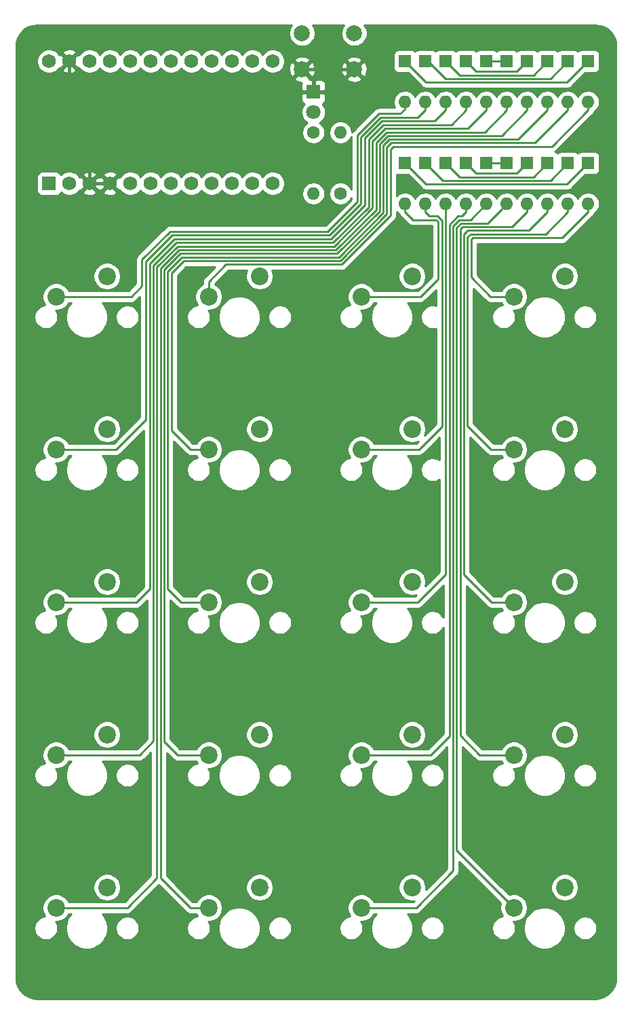
<source format=gbr>
G04 #@! TF.GenerationSoftware,KiCad,Pcbnew,(5.1.6)-1*
G04 #@! TF.CreationDate,2020-07-06T19:45:24+02:00*
G04 #@! TF.ProjectId,numpad,6e756d70-6164-42e6-9b69-6361645f7063,rev?*
G04 #@! TF.SameCoordinates,Original*
G04 #@! TF.FileFunction,Copper,L1,Top*
G04 #@! TF.FilePolarity,Positive*
%FSLAX46Y46*%
G04 Gerber Fmt 4.6, Leading zero omitted, Abs format (unit mm)*
G04 Created by KiCad (PCBNEW (5.1.6)-1) date 2020-07-06 19:45:24*
%MOMM*%
%LPD*%
G01*
G04 APERTURE LIST*
G04 #@! TA.AperFunction,ComponentPad*
%ADD10C,1.752600*%
G04 #@! TD*
G04 #@! TA.AperFunction,ComponentPad*
%ADD11R,1.752600X1.752600*%
G04 #@! TD*
G04 #@! TA.AperFunction,ComponentPad*
%ADD12C,2.000000*%
G04 #@! TD*
G04 #@! TA.AperFunction,ComponentPad*
%ADD13C,2.200000*%
G04 #@! TD*
G04 #@! TA.AperFunction,ComponentPad*
%ADD14O,1.600000X1.600000*%
G04 #@! TD*
G04 #@! TA.AperFunction,ComponentPad*
%ADD15R,1.600000X1.600000*%
G04 #@! TD*
G04 #@! TA.AperFunction,ComponentPad*
%ADD16C,1.600000*%
G04 #@! TD*
G04 #@! TA.AperFunction,ComponentPad*
%ADD17C,1.800000*%
G04 #@! TD*
G04 #@! TA.AperFunction,ComponentPad*
%ADD18R,1.800000X1.800000*%
G04 #@! TD*
G04 #@! TA.AperFunction,Conductor*
%ADD19C,0.250000*%
G04 #@! TD*
G04 #@! TA.AperFunction,Conductor*
%ADD20C,0.381000*%
G04 #@! TD*
G04 #@! TA.AperFunction,Conductor*
%ADD21C,0.254000*%
G04 #@! TD*
G04 APERTURE END LIST*
D10*
X110490000Y-20320000D03*
X138430000Y-35560000D03*
X113030000Y-20320000D03*
X115570000Y-20320000D03*
X118110000Y-20320000D03*
X120650000Y-20320000D03*
X123190000Y-20320000D03*
X125730000Y-20320000D03*
X128270000Y-20320000D03*
X130810000Y-20320000D03*
X133350000Y-20320000D03*
X135890000Y-20320000D03*
X138430000Y-20320000D03*
X135890000Y-35560000D03*
X133350000Y-35560000D03*
X130810000Y-35560000D03*
X128270000Y-35560000D03*
X125730000Y-35560000D03*
X123190000Y-35560000D03*
X120650000Y-35560000D03*
X118110000Y-35560000D03*
X115570000Y-35560000D03*
X113030000Y-35560000D03*
D11*
X110490000Y-35560000D03*
D12*
X142090000Y-21336000D03*
X142090000Y-16836000D03*
X148590000Y-21336000D03*
X148590000Y-16836000D03*
D13*
X130429000Y-49657000D03*
X136779000Y-47117000D03*
X111379000Y-125857000D03*
X117729000Y-123317000D03*
X149479000Y-106807000D03*
X155829000Y-104267000D03*
D14*
X167640000Y-25400000D03*
D15*
X167640000Y-20320000D03*
D14*
X170180000Y-25400000D03*
D15*
X170180000Y-20320000D03*
D14*
X175260000Y-25400000D03*
D15*
X175260000Y-20320000D03*
D14*
X177800000Y-25400000D03*
D15*
X177800000Y-20320000D03*
D14*
X165100000Y-25400000D03*
D15*
X165100000Y-20320000D03*
D14*
X157480000Y-25400000D03*
D15*
X157480000Y-20320000D03*
D14*
X162560000Y-25400000D03*
D15*
X162560000Y-20320000D03*
D14*
X160020000Y-25400000D03*
D15*
X160020000Y-20320000D03*
D14*
X172720000Y-25400000D03*
D15*
X172720000Y-20320000D03*
D14*
X170180000Y-38100000D03*
D15*
X170180000Y-33020000D03*
D14*
X167640000Y-38100000D03*
D15*
X167640000Y-33020000D03*
D14*
X165100000Y-38100000D03*
D15*
X165100000Y-33020000D03*
D14*
X162560000Y-38100000D03*
D15*
X162560000Y-33020000D03*
D14*
X172720000Y-38100000D03*
D15*
X172720000Y-33020000D03*
D14*
X160020000Y-38100000D03*
D15*
X160020000Y-33020000D03*
D14*
X175260000Y-38100000D03*
D15*
X175260000Y-33020000D03*
D14*
X157480000Y-38100000D03*
D15*
X157480000Y-33020000D03*
D14*
X177800000Y-38100000D03*
D15*
X177800000Y-33020000D03*
D14*
X154940000Y-38100000D03*
D15*
X154940000Y-33020000D03*
D14*
X154940000Y-25400000D03*
D15*
X154940000Y-20320000D03*
D13*
X168529000Y-125857000D03*
X174879000Y-123317000D03*
X149479000Y-125857000D03*
X155829000Y-123317000D03*
X130429000Y-125857000D03*
X136779000Y-123317000D03*
X168529000Y-106807000D03*
X174879000Y-104267000D03*
X130429000Y-106807000D03*
X136779000Y-104267000D03*
X111379000Y-106807000D03*
X117729000Y-104267000D03*
X168529000Y-87757000D03*
X174879000Y-85217000D03*
X149479000Y-87757000D03*
X155829000Y-85217000D03*
X130429000Y-87757000D03*
X136779000Y-85217000D03*
X111379000Y-87757000D03*
X117729000Y-85217000D03*
X168529000Y-68707000D03*
X174879000Y-66167000D03*
X149479000Y-68707000D03*
X155829000Y-66167000D03*
X130429000Y-68707000D03*
X136779000Y-66167000D03*
X111379000Y-68707000D03*
X117729000Y-66167000D03*
X168529000Y-49657000D03*
X174879000Y-47117000D03*
X149479000Y-49657000D03*
X155829000Y-47117000D03*
X111379000Y-49657000D03*
X117729000Y-47117000D03*
D14*
X146864493Y-29210000D03*
D16*
X146864493Y-36830000D03*
D14*
X143510000Y-36830000D03*
D16*
X143510000Y-29210000D03*
D17*
X143510000Y-26670000D03*
D18*
X143510000Y-24130000D03*
D19*
X154716461Y-20777330D02*
X154716461Y-19727330D01*
X177550923Y-19727330D02*
X177550923Y-20777330D01*
X175179971Y-22940029D02*
X177800000Y-20320000D01*
X157560029Y-22940029D02*
X175179971Y-22940029D01*
X154940000Y-20320000D02*
X157560029Y-22940029D01*
X175179970Y-35640030D02*
X177800000Y-33020000D01*
X157560030Y-35640030D02*
X175179970Y-35640030D01*
X154940000Y-33020000D02*
X157560030Y-35640030D01*
X130429000Y-49657000D02*
X130429000Y-47798329D01*
X132588001Y-45639328D02*
X147048946Y-45639328D01*
X130429000Y-47798329D02*
X132588001Y-45639328D01*
X147048946Y-45639328D02*
X153126050Y-39562224D01*
X153126050Y-31277950D02*
X153451950Y-30952050D01*
X153126050Y-39562224D02*
X153126050Y-31277950D01*
X153451950Y-30952050D02*
X173263950Y-30952050D01*
X177800000Y-26416000D02*
X177800000Y-25400000D01*
X173263950Y-30952050D02*
X177800000Y-26416000D01*
X122098718Y-46193840D02*
X122098718Y-46351319D01*
X122098718Y-46666277D02*
X122098718Y-45091487D01*
X122098718Y-46351319D02*
X122098718Y-46666277D01*
X122098718Y-46666277D02*
X122098718Y-47191207D01*
X119933447Y-49657000D02*
X111379000Y-49657000D01*
X120781632Y-49657000D02*
X119933447Y-49657000D01*
X122098718Y-48339914D02*
X120781632Y-49657000D01*
X122098718Y-47191207D02*
X122098718Y-48339914D01*
X174696610Y-19727330D02*
X174696610Y-20777330D01*
X160005017Y-22490019D02*
X173089981Y-22490019D01*
X157834998Y-20320000D02*
X160005017Y-22490019D01*
X173089981Y-22490019D02*
X175260000Y-20320000D01*
X157480000Y-20320000D02*
X157834998Y-20320000D01*
X173089980Y-35190020D02*
X175260000Y-33020000D01*
X159650020Y-35190020D02*
X173089980Y-35190020D01*
X157480000Y-33020000D02*
X159650020Y-35190020D01*
X155898010Y-40074010D02*
X154940000Y-39116000D01*
X156850462Y-49657000D02*
X159053790Y-47453672D01*
X149479000Y-49657000D02*
X156850462Y-49657000D01*
X159053790Y-47453672D02*
X159053790Y-40310200D01*
X154940000Y-39116000D02*
X154940000Y-38100000D01*
X159053790Y-40310200D02*
X158817600Y-40074010D01*
X158817600Y-40074010D02*
X155898010Y-40074010D01*
X161740010Y-22040010D02*
X170999990Y-22040010D01*
X170999990Y-22040010D02*
X172720000Y-20320000D01*
X160020000Y-20320000D02*
X161740010Y-22040010D01*
X170999990Y-34740010D02*
X172720000Y-33020000D01*
X161740010Y-34740010D02*
X170999990Y-34740010D01*
X160020000Y-33020000D02*
X161740010Y-34740010D01*
X168529000Y-49657000D02*
X165606589Y-49657000D01*
X165606589Y-49657000D02*
X163193589Y-47244000D01*
X163193589Y-42546411D02*
X163415940Y-42324060D01*
X163193589Y-47244000D02*
X163193589Y-42546411D01*
X163415940Y-42324060D02*
X174591940Y-42324060D01*
X177800000Y-39116000D02*
X177800000Y-38100000D01*
X174591940Y-42324060D02*
X177800000Y-39116000D01*
X117849029Y-68707000D02*
X111379000Y-68707000D01*
X118731574Y-68707000D02*
X118286479Y-68707000D01*
X118286479Y-68707000D02*
X117849029Y-68707000D01*
X157570767Y-24807330D02*
X157570767Y-25443831D01*
X157480000Y-26416000D02*
X157480000Y-25400000D01*
X125878214Y-41997596D02*
X125878214Y-41994400D01*
X149447572Y-29744047D02*
X151859744Y-27331875D01*
X122590987Y-45284823D02*
X125878214Y-41997596D01*
X118286479Y-68707000D02*
X118889056Y-68707000D01*
X118889056Y-68707000D02*
X122590987Y-65005069D01*
X145510596Y-41994400D02*
X149447571Y-38057425D01*
X125878214Y-41994400D02*
X145510596Y-41994400D01*
X149447571Y-38057425D02*
X149447572Y-29744047D01*
X122590987Y-65005069D02*
X122590987Y-45284823D01*
X151859744Y-27331875D02*
X156564125Y-27331875D01*
X156564125Y-27331875D02*
X157480000Y-26416000D01*
X162560000Y-20320000D02*
X163830000Y-21590000D01*
X168910000Y-21590000D02*
X170180000Y-20320000D01*
X163830000Y-21590000D02*
X168910000Y-21590000D01*
X162560000Y-33020000D02*
X163830000Y-34290000D01*
X168910000Y-34290000D02*
X170180000Y-33020000D01*
X163830000Y-34290000D02*
X168910000Y-34290000D01*
X165100000Y-20320000D02*
X167640000Y-20320000D01*
X165100000Y-33020000D02*
X167640000Y-33020000D01*
X130384201Y-68662201D02*
X130429000Y-68707000D01*
X175260000Y-26416000D02*
X175260000Y-25400000D01*
X171173960Y-30502040D02*
X175260000Y-26416000D01*
X152676040Y-31016449D02*
X153190449Y-30502040D01*
X152676040Y-39375824D02*
X152676040Y-31016449D01*
X128143000Y-68707000D02*
X125766079Y-66330079D01*
X146862545Y-45189319D02*
X152676040Y-39375824D01*
X130429000Y-68707000D02*
X128143000Y-68707000D01*
X125766079Y-66330079D02*
X125766079Y-46705896D01*
X153190449Y-30502040D02*
X171173960Y-30502040D01*
X125766079Y-46705896D02*
X127282655Y-45189320D01*
X127282655Y-45189320D02*
X146862545Y-45189319D01*
X157480000Y-39116000D02*
X157480000Y-38100000D01*
X157988000Y-39624000D02*
X157480000Y-39116000D01*
X156684736Y-68707000D02*
X159544001Y-65847735D01*
X149479000Y-68707000D02*
X156684736Y-68707000D01*
X159544001Y-65847735D02*
X159544001Y-40164001D01*
X159544001Y-40164001D02*
X159004000Y-39624000D01*
X159004000Y-39624000D02*
X157988000Y-39624000D01*
X172501950Y-41874050D02*
X175260000Y-39116000D01*
X175260000Y-39116000D02*
X175260000Y-38100000D01*
X165664579Y-68707000D02*
X162743579Y-65786000D01*
X162743579Y-65786000D02*
X162743579Y-42234421D01*
X162743579Y-42234421D02*
X163103950Y-41874050D01*
X168529000Y-68707000D02*
X165664579Y-68707000D01*
X163103950Y-41874050D02*
X172501950Y-41874050D01*
X160020000Y-26416000D02*
X160020000Y-25400000D01*
X158654115Y-27781885D02*
X160020000Y-26416000D01*
X123043592Y-86127527D02*
X123043592Y-45563924D01*
X126140679Y-42466837D02*
X145720568Y-42466837D01*
X121414119Y-87757000D02*
X123043592Y-86127527D01*
X155606115Y-27781885D02*
X158654115Y-27781885D01*
X111379000Y-87757000D02*
X121414119Y-87757000D01*
X149920008Y-38267397D02*
X149920008Y-29908021D01*
X145720568Y-42466837D02*
X149920008Y-38267397D01*
X149920008Y-29908021D02*
X152041206Y-27786823D01*
X152041206Y-27786823D02*
X155601177Y-27786823D01*
X123043592Y-45563924D02*
X126140679Y-42466837D01*
X155601177Y-27786823D02*
X155606115Y-27781885D01*
X130429000Y-87757000D02*
X126967069Y-87757000D01*
X126967069Y-87757000D02*
X125316069Y-86106000D01*
X125316069Y-86106000D02*
X125316069Y-46519496D01*
X125316069Y-46519496D02*
X127096254Y-44739311D01*
X127096254Y-44739311D02*
X146676144Y-44739310D01*
X146676144Y-44739310D02*
X152226030Y-39189424D01*
X152226030Y-39189424D02*
X152226030Y-30830049D01*
X152226030Y-30830049D02*
X153004049Y-30052030D01*
X153004049Y-30052030D02*
X169083970Y-30052030D01*
X172720000Y-26416000D02*
X172720000Y-25400000D01*
X169083970Y-30052030D02*
X172720000Y-26416000D01*
X159998664Y-38121336D02*
X160020000Y-38100000D01*
X159998664Y-84303758D02*
X159998664Y-38121336D01*
X149479000Y-87757000D02*
X156545422Y-87757000D01*
X156545422Y-87757000D02*
X159998664Y-84303758D01*
X172720000Y-39116000D02*
X172720000Y-38100000D01*
X165722569Y-87757000D02*
X162293569Y-84328000D01*
X168529000Y-87757000D02*
X165722569Y-87757000D01*
X162293569Y-84328000D02*
X162293569Y-41922431D01*
X170411960Y-41424040D02*
X172720000Y-39116000D01*
X162293569Y-41922431D02*
X162791960Y-41424040D01*
X162791960Y-41424040D02*
X170411960Y-41424040D01*
X162560000Y-26416000D02*
X162560000Y-25400000D01*
X111379000Y-106807000D02*
X121804368Y-106807000D01*
X155918105Y-28231895D02*
X160744105Y-28231895D01*
X126350651Y-42939274D02*
X145930540Y-42939274D01*
X152227606Y-28236834D02*
X155913166Y-28236834D01*
X123516029Y-105095339D02*
X123516029Y-45773896D01*
X121804368Y-106807000D02*
X123516029Y-105095339D01*
X145930540Y-42939274D02*
X150392445Y-38477369D01*
X160744105Y-28231895D02*
X162560000Y-26416000D01*
X150392445Y-38477369D02*
X150392445Y-30071995D01*
X123516029Y-45773896D02*
X126350651Y-42939274D01*
X150392445Y-30071995D02*
X152227606Y-28236834D01*
X155913166Y-28236834D02*
X155918105Y-28231895D01*
X130429000Y-106807000D02*
X126517059Y-106807000D01*
X126517059Y-106807000D02*
X124866059Y-105156000D01*
X124866059Y-105156000D02*
X124866059Y-46333096D01*
X124866059Y-46333096D02*
X126909854Y-44289301D01*
X126909854Y-44289301D02*
X146489743Y-44289301D01*
X146489743Y-44289301D02*
X151776020Y-39003024D01*
X151776020Y-30643649D02*
X152817649Y-29602020D01*
X151776020Y-39003024D02*
X151776020Y-30643649D01*
X152817649Y-29602020D02*
X166993980Y-29602020D01*
X170180000Y-26416000D02*
X170180000Y-25400000D01*
X166993980Y-29602020D02*
X170180000Y-26416000D01*
X162052000Y-39624000D02*
X162560000Y-39116000D01*
X161544000Y-39624000D02*
X162052000Y-39624000D01*
X160471101Y-104473311D02*
X160471101Y-40696899D01*
X158137412Y-106807000D02*
X160471101Y-104473311D01*
X162560000Y-39116000D02*
X162560000Y-38100000D01*
X160471101Y-40696899D02*
X161544000Y-39624000D01*
X149479000Y-106807000D02*
X158137412Y-106807000D01*
X168529000Y-106807000D02*
X164256559Y-106807000D01*
X164256559Y-106807000D02*
X161843559Y-104394000D01*
X161843559Y-104394000D02*
X161843559Y-41233671D01*
X161843559Y-41233671D02*
X162103200Y-40974030D01*
X162103200Y-40974030D02*
X168321970Y-40974030D01*
X170180000Y-39116000D02*
X170180000Y-38100000D01*
X168321970Y-40974030D02*
X170180000Y-39116000D01*
X150876000Y-30270849D02*
X152444849Y-28702000D01*
X162814000Y-28702000D02*
X165100000Y-26416000D01*
X146116941Y-43389283D02*
X150876000Y-38630224D01*
X120269000Y-125857000D02*
X123966039Y-122159961D01*
X111379000Y-125857000D02*
X120269000Y-125857000D01*
X152444849Y-28702000D02*
X162814000Y-28702000D01*
X150876000Y-38630224D02*
X150876000Y-30270849D01*
X123966039Y-45960296D02*
X126537051Y-43389284D01*
X123966039Y-122159961D02*
X123966039Y-45960296D01*
X165100000Y-26416000D02*
X165100000Y-25400000D01*
X126537051Y-43389284D02*
X146116941Y-43389283D01*
X167640000Y-26416000D02*
X167640000Y-25400000D01*
X164903990Y-29152010D02*
X167640000Y-26416000D01*
X151326010Y-30457249D02*
X152631249Y-29152010D01*
X151326010Y-38816624D02*
X151326010Y-30457249D01*
X146303342Y-43839292D02*
X151326010Y-38816624D01*
X128143000Y-125857000D02*
X124416049Y-122130049D01*
X152631249Y-29152010D02*
X164903990Y-29152010D01*
X130429000Y-125857000D02*
X128143000Y-125857000D01*
X124416049Y-46146696D02*
X126723452Y-43839293D01*
X124416049Y-122130049D02*
X124416049Y-46146696D01*
X126723452Y-43839293D02*
X146303342Y-43839292D01*
X155854685Y-125857000D02*
X156280750Y-125857000D01*
X149479000Y-125857000D02*
X155854685Y-125857000D01*
D20*
X118110000Y-35560000D02*
X115570000Y-35560000D01*
X142090000Y-21336000D02*
X148590000Y-21336000D01*
X142090000Y-21336000D02*
X138280000Y-25146000D01*
X138280000Y-25146000D02*
X115570000Y-25146000D01*
X113030000Y-22606000D02*
X113030000Y-20320000D01*
X115570000Y-25146000D02*
X113030000Y-22606000D01*
X115570000Y-35560000D02*
X115570000Y-25146000D01*
D19*
X163125989Y-40074011D02*
X165100000Y-38100000D01*
X156333244Y-125857000D02*
X160943538Y-121246706D01*
X160943538Y-121246706D02*
X160943538Y-40860872D01*
X155854685Y-125857000D02*
X156333244Y-125857000D01*
X160943538Y-40860872D02*
X161730399Y-40074011D01*
X161730399Y-40074011D02*
X163125989Y-40074011D01*
X168529000Y-125857000D02*
X161393549Y-118721549D01*
X161393549Y-41047271D02*
X161916800Y-40524020D01*
X161916800Y-40524020D02*
X165215980Y-40524020D01*
X166840001Y-38899999D02*
X167640000Y-38100000D01*
X165215980Y-40524020D02*
X166840001Y-38899999D01*
X161393549Y-118721549D02*
X161393549Y-41047271D01*
X154940000Y-26286858D02*
X154940000Y-25400000D01*
X151683678Y-26859429D02*
X154367429Y-26859429D01*
X148975134Y-29567973D02*
X151683678Y-26859429D01*
X122098718Y-47191207D02*
X122098718Y-45038994D01*
X122098718Y-45038994D02*
X125615749Y-41521963D01*
X145300624Y-41521963D02*
X148975134Y-37847453D01*
X125615749Y-41521963D02*
X145300624Y-41521963D01*
X154367429Y-26859429D02*
X154940000Y-26286858D01*
X148975134Y-37847453D02*
X148975134Y-29567973D01*
D21*
G36*
X140641082Y-16061537D02*
G01*
X140517832Y-16359088D01*
X140455000Y-16674967D01*
X140455000Y-16997033D01*
X140517832Y-17312912D01*
X140641082Y-17610463D01*
X140820013Y-17878252D01*
X141047748Y-18105987D01*
X141315537Y-18284918D01*
X141613088Y-18408168D01*
X141928967Y-18471000D01*
X142251033Y-18471000D01*
X142566912Y-18408168D01*
X142864463Y-18284918D01*
X143132252Y-18105987D01*
X143359987Y-17878252D01*
X143538918Y-17610463D01*
X143662168Y-17312912D01*
X143725000Y-16997033D01*
X143725000Y-16674967D01*
X143662168Y-16359088D01*
X143538918Y-16061537D01*
X143372007Y-15811737D01*
X147307993Y-15811737D01*
X147141082Y-16061537D01*
X147017832Y-16359088D01*
X146955000Y-16674967D01*
X146955000Y-16997033D01*
X147017832Y-17312912D01*
X147141082Y-17610463D01*
X147320013Y-17878252D01*
X147547748Y-18105987D01*
X147815537Y-18284918D01*
X148113088Y-18408168D01*
X148428967Y-18471000D01*
X148751033Y-18471000D01*
X149066912Y-18408168D01*
X149364463Y-18284918D01*
X149632252Y-18105987D01*
X149859987Y-17878252D01*
X150038918Y-17610463D01*
X150162168Y-17312912D01*
X150225000Y-16997033D01*
X150225000Y-16674967D01*
X150162168Y-16359088D01*
X150038918Y-16061537D01*
X149872007Y-15811737D01*
X178654854Y-15811737D01*
X179193363Y-15864539D01*
X179677966Y-16010848D01*
X180124913Y-16248495D01*
X180517196Y-16568434D01*
X180839865Y-16958473D01*
X181080627Y-17403753D01*
X181230316Y-17887320D01*
X181286697Y-18423755D01*
X181286698Y-134559884D01*
X181233896Y-135098402D01*
X181087587Y-135583003D01*
X180849940Y-136029952D01*
X180529998Y-136422239D01*
X180139961Y-136744905D01*
X179694682Y-136985666D01*
X179211114Y-137135356D01*
X178674679Y-137191737D01*
X109012263Y-137191737D01*
X108473756Y-137138936D01*
X107989155Y-136992627D01*
X107542206Y-136754980D01*
X107149919Y-136435038D01*
X106827253Y-136045001D01*
X106586492Y-135599722D01*
X106436802Y-135116154D01*
X106380421Y-134579719D01*
X106380421Y-123146117D01*
X115994000Y-123146117D01*
X115994000Y-123487883D01*
X116060675Y-123823081D01*
X116191463Y-124138831D01*
X116381337Y-124422998D01*
X116623002Y-124664663D01*
X116907169Y-124854537D01*
X117222919Y-124985325D01*
X117558117Y-125052000D01*
X117899883Y-125052000D01*
X118235081Y-124985325D01*
X118550831Y-124854537D01*
X118834998Y-124664663D01*
X119076663Y-124422998D01*
X119266537Y-124138831D01*
X119397325Y-123823081D01*
X119464000Y-123487883D01*
X119464000Y-123146117D01*
X119397325Y-122810919D01*
X119266537Y-122495169D01*
X119076663Y-122211002D01*
X118834998Y-121969337D01*
X118550831Y-121779463D01*
X118235081Y-121648675D01*
X117899883Y-121582000D01*
X117558117Y-121582000D01*
X117222919Y-121648675D01*
X116907169Y-121779463D01*
X116623002Y-121969337D01*
X116381337Y-122211002D01*
X116191463Y-122495169D01*
X116060675Y-122810919D01*
X115994000Y-123146117D01*
X106380421Y-123146117D01*
X106380421Y-104096117D01*
X115994000Y-104096117D01*
X115994000Y-104437883D01*
X116060675Y-104773081D01*
X116191463Y-105088831D01*
X116381337Y-105372998D01*
X116623002Y-105614663D01*
X116907169Y-105804537D01*
X117222919Y-105935325D01*
X117558117Y-106002000D01*
X117899883Y-106002000D01*
X118235081Y-105935325D01*
X118550831Y-105804537D01*
X118834998Y-105614663D01*
X119076663Y-105372998D01*
X119266537Y-105088831D01*
X119397325Y-104773081D01*
X119464000Y-104437883D01*
X119464000Y-104096117D01*
X119397325Y-103760919D01*
X119266537Y-103445169D01*
X119076663Y-103161002D01*
X118834998Y-102919337D01*
X118550831Y-102729463D01*
X118235081Y-102598675D01*
X117899883Y-102532000D01*
X117558117Y-102532000D01*
X117222919Y-102598675D01*
X116907169Y-102729463D01*
X116623002Y-102919337D01*
X116381337Y-103161002D01*
X116191463Y-103445169D01*
X116060675Y-103760919D01*
X115994000Y-104096117D01*
X106380421Y-104096117D01*
X106380421Y-85046117D01*
X115994000Y-85046117D01*
X115994000Y-85387883D01*
X116060675Y-85723081D01*
X116191463Y-86038831D01*
X116381337Y-86322998D01*
X116623002Y-86564663D01*
X116907169Y-86754537D01*
X117222919Y-86885325D01*
X117558117Y-86952000D01*
X117899883Y-86952000D01*
X118235081Y-86885325D01*
X118550831Y-86754537D01*
X118834998Y-86564663D01*
X119076663Y-86322998D01*
X119266537Y-86038831D01*
X119397325Y-85723081D01*
X119464000Y-85387883D01*
X119464000Y-85046117D01*
X119397325Y-84710919D01*
X119266537Y-84395169D01*
X119076663Y-84111002D01*
X118834998Y-83869337D01*
X118550831Y-83679463D01*
X118235081Y-83548675D01*
X117899883Y-83482000D01*
X117558117Y-83482000D01*
X117222919Y-83548675D01*
X116907169Y-83679463D01*
X116623002Y-83869337D01*
X116381337Y-84111002D01*
X116191463Y-84395169D01*
X116060675Y-84710919D01*
X115994000Y-85046117D01*
X106380421Y-85046117D01*
X106380421Y-65996117D01*
X115994000Y-65996117D01*
X115994000Y-66337883D01*
X116060675Y-66673081D01*
X116191463Y-66988831D01*
X116381337Y-67272998D01*
X116623002Y-67514663D01*
X116907169Y-67704537D01*
X117222919Y-67835325D01*
X117558117Y-67902000D01*
X117899883Y-67902000D01*
X118235081Y-67835325D01*
X118550831Y-67704537D01*
X118834998Y-67514663D01*
X119076663Y-67272998D01*
X119266537Y-66988831D01*
X119397325Y-66673081D01*
X119464000Y-66337883D01*
X119464000Y-65996117D01*
X119397325Y-65660919D01*
X119266537Y-65345169D01*
X119076663Y-65061002D01*
X118834998Y-64819337D01*
X118550831Y-64629463D01*
X118235081Y-64498675D01*
X117899883Y-64432000D01*
X117558117Y-64432000D01*
X117222919Y-64498675D01*
X116907169Y-64629463D01*
X116623002Y-64819337D01*
X116381337Y-65061002D01*
X116191463Y-65345169D01*
X116060675Y-65660919D01*
X115994000Y-65996117D01*
X106380421Y-65996117D01*
X106380421Y-52050740D01*
X108624000Y-52050740D01*
X108624000Y-52343260D01*
X108681068Y-52630158D01*
X108793010Y-52900411D01*
X108955525Y-53143632D01*
X109162368Y-53350475D01*
X109405589Y-53512990D01*
X109675842Y-53624932D01*
X109962740Y-53682000D01*
X110255260Y-53682000D01*
X110542158Y-53624932D01*
X110812411Y-53512990D01*
X111055632Y-53350475D01*
X111262475Y-53143632D01*
X111424990Y-52900411D01*
X111536932Y-52630158D01*
X111594000Y-52343260D01*
X111594000Y-52050740D01*
X111536932Y-51763842D01*
X111424990Y-51493589D01*
X111357110Y-51392000D01*
X111549883Y-51392000D01*
X111885081Y-51325325D01*
X112200831Y-51194537D01*
X112484998Y-51004663D01*
X112726663Y-50762998D01*
X112916537Y-50478831D01*
X112942148Y-50417000D01*
X113242547Y-50417000D01*
X113142262Y-50517285D01*
X112853893Y-50948859D01*
X112655261Y-51428399D01*
X112554000Y-51937475D01*
X112554000Y-52456525D01*
X112655261Y-52965601D01*
X112853893Y-53445141D01*
X113142262Y-53876715D01*
X113509285Y-54243738D01*
X113940859Y-54532107D01*
X114420399Y-54730739D01*
X114929475Y-54832000D01*
X115448525Y-54832000D01*
X115957601Y-54730739D01*
X116437141Y-54532107D01*
X116868715Y-54243738D01*
X117235738Y-53876715D01*
X117524107Y-53445141D01*
X117722739Y-52965601D01*
X117824000Y-52456525D01*
X117824000Y-52050740D01*
X118784000Y-52050740D01*
X118784000Y-52343260D01*
X118841068Y-52630158D01*
X118953010Y-52900411D01*
X119115525Y-53143632D01*
X119322368Y-53350475D01*
X119565589Y-53512990D01*
X119835842Y-53624932D01*
X120122740Y-53682000D01*
X120415260Y-53682000D01*
X120702158Y-53624932D01*
X120972411Y-53512990D01*
X121215632Y-53350475D01*
X121422475Y-53143632D01*
X121584990Y-52900411D01*
X121696932Y-52630158D01*
X121754000Y-52343260D01*
X121754000Y-52050740D01*
X121696932Y-51763842D01*
X121584990Y-51493589D01*
X121422475Y-51250368D01*
X121215632Y-51043525D01*
X120972411Y-50881010D01*
X120702158Y-50769068D01*
X120415260Y-50712000D01*
X120122740Y-50712000D01*
X119835842Y-50769068D01*
X119565589Y-50881010D01*
X119322368Y-51043525D01*
X119115525Y-51250368D01*
X118953010Y-51493589D01*
X118841068Y-51763842D01*
X118784000Y-52050740D01*
X117824000Y-52050740D01*
X117824000Y-51937475D01*
X117722739Y-51428399D01*
X117524107Y-50948859D01*
X117235738Y-50517285D01*
X117135453Y-50417000D01*
X120744310Y-50417000D01*
X120781632Y-50420676D01*
X120818954Y-50417000D01*
X120818965Y-50417000D01*
X120930618Y-50406003D01*
X121073879Y-50362546D01*
X121205908Y-50291974D01*
X121321633Y-50197001D01*
X121345436Y-50167997D01*
X121830988Y-49682446D01*
X121830987Y-64690267D01*
X118574255Y-67947000D01*
X112942148Y-67947000D01*
X112916537Y-67885169D01*
X112726663Y-67601002D01*
X112484998Y-67359337D01*
X112200831Y-67169463D01*
X111885081Y-67038675D01*
X111549883Y-66972000D01*
X111208117Y-66972000D01*
X110872919Y-67038675D01*
X110557169Y-67169463D01*
X110273002Y-67359337D01*
X110031337Y-67601002D01*
X109841463Y-67885169D01*
X109710675Y-68200919D01*
X109644000Y-68536117D01*
X109644000Y-68877883D01*
X109710675Y-69213081D01*
X109841463Y-69528831D01*
X109997261Y-69762000D01*
X109962740Y-69762000D01*
X109675842Y-69819068D01*
X109405589Y-69931010D01*
X109162368Y-70093525D01*
X108955525Y-70300368D01*
X108793010Y-70543589D01*
X108681068Y-70813842D01*
X108624000Y-71100740D01*
X108624000Y-71393260D01*
X108681068Y-71680158D01*
X108793010Y-71950411D01*
X108955525Y-72193632D01*
X109162368Y-72400475D01*
X109405589Y-72562990D01*
X109675842Y-72674932D01*
X109962740Y-72732000D01*
X110255260Y-72732000D01*
X110542158Y-72674932D01*
X110812411Y-72562990D01*
X111055632Y-72400475D01*
X111262475Y-72193632D01*
X111424990Y-71950411D01*
X111536932Y-71680158D01*
X111594000Y-71393260D01*
X111594000Y-71100740D01*
X111536932Y-70813842D01*
X111424990Y-70543589D01*
X111357110Y-70442000D01*
X111549883Y-70442000D01*
X111885081Y-70375325D01*
X112200831Y-70244537D01*
X112484998Y-70054663D01*
X112726663Y-69812998D01*
X112916537Y-69528831D01*
X112942148Y-69467000D01*
X113242547Y-69467000D01*
X113142262Y-69567285D01*
X112853893Y-69998859D01*
X112655261Y-70478399D01*
X112554000Y-70987475D01*
X112554000Y-71506525D01*
X112655261Y-72015601D01*
X112853893Y-72495141D01*
X113142262Y-72926715D01*
X113509285Y-73293738D01*
X113940859Y-73582107D01*
X114420399Y-73780739D01*
X114929475Y-73882000D01*
X115448525Y-73882000D01*
X115957601Y-73780739D01*
X116437141Y-73582107D01*
X116868715Y-73293738D01*
X117235738Y-72926715D01*
X117524107Y-72495141D01*
X117722739Y-72015601D01*
X117824000Y-71506525D01*
X117824000Y-71100740D01*
X118784000Y-71100740D01*
X118784000Y-71393260D01*
X118841068Y-71680158D01*
X118953010Y-71950411D01*
X119115525Y-72193632D01*
X119322368Y-72400475D01*
X119565589Y-72562990D01*
X119835842Y-72674932D01*
X120122740Y-72732000D01*
X120415260Y-72732000D01*
X120702158Y-72674932D01*
X120972411Y-72562990D01*
X121215632Y-72400475D01*
X121422475Y-72193632D01*
X121584990Y-71950411D01*
X121696932Y-71680158D01*
X121754000Y-71393260D01*
X121754000Y-71100740D01*
X121696932Y-70813842D01*
X121584990Y-70543589D01*
X121422475Y-70300368D01*
X121215632Y-70093525D01*
X120972411Y-69931010D01*
X120702158Y-69819068D01*
X120415260Y-69762000D01*
X120122740Y-69762000D01*
X119835842Y-69819068D01*
X119565589Y-69931010D01*
X119322368Y-70093525D01*
X119115525Y-70300368D01*
X118953010Y-70543589D01*
X118841068Y-70813842D01*
X118784000Y-71100740D01*
X117824000Y-71100740D01*
X117824000Y-70987475D01*
X117722739Y-70478399D01*
X117524107Y-69998859D01*
X117235738Y-69567285D01*
X117135453Y-69467000D01*
X118851734Y-69467000D01*
X118889056Y-69470676D01*
X118926378Y-69467000D01*
X118926389Y-69467000D01*
X119038042Y-69456003D01*
X119181303Y-69412546D01*
X119313332Y-69341974D01*
X119429057Y-69247001D01*
X119452860Y-69217997D01*
X122283592Y-66387265D01*
X122283592Y-85812725D01*
X121099318Y-86997000D01*
X112942148Y-86997000D01*
X112916537Y-86935169D01*
X112726663Y-86651002D01*
X112484998Y-86409337D01*
X112200831Y-86219463D01*
X111885081Y-86088675D01*
X111549883Y-86022000D01*
X111208117Y-86022000D01*
X110872919Y-86088675D01*
X110557169Y-86219463D01*
X110273002Y-86409337D01*
X110031337Y-86651002D01*
X109841463Y-86935169D01*
X109710675Y-87250919D01*
X109644000Y-87586117D01*
X109644000Y-87927883D01*
X109710675Y-88263081D01*
X109841463Y-88578831D01*
X109997261Y-88812000D01*
X109962740Y-88812000D01*
X109675842Y-88869068D01*
X109405589Y-88981010D01*
X109162368Y-89143525D01*
X108955525Y-89350368D01*
X108793010Y-89593589D01*
X108681068Y-89863842D01*
X108624000Y-90150740D01*
X108624000Y-90443260D01*
X108681068Y-90730158D01*
X108793010Y-91000411D01*
X108955525Y-91243632D01*
X109162368Y-91450475D01*
X109405589Y-91612990D01*
X109675842Y-91724932D01*
X109962740Y-91782000D01*
X110255260Y-91782000D01*
X110542158Y-91724932D01*
X110812411Y-91612990D01*
X111055632Y-91450475D01*
X111262475Y-91243632D01*
X111424990Y-91000411D01*
X111536932Y-90730158D01*
X111594000Y-90443260D01*
X111594000Y-90150740D01*
X111536932Y-89863842D01*
X111424990Y-89593589D01*
X111357110Y-89492000D01*
X111549883Y-89492000D01*
X111885081Y-89425325D01*
X112200831Y-89294537D01*
X112484998Y-89104663D01*
X112726663Y-88862998D01*
X112916537Y-88578831D01*
X112942148Y-88517000D01*
X113242547Y-88517000D01*
X113142262Y-88617285D01*
X112853893Y-89048859D01*
X112655261Y-89528399D01*
X112554000Y-90037475D01*
X112554000Y-90556525D01*
X112655261Y-91065601D01*
X112853893Y-91545141D01*
X113142262Y-91976715D01*
X113509285Y-92343738D01*
X113940859Y-92632107D01*
X114420399Y-92830739D01*
X114929475Y-92932000D01*
X115448525Y-92932000D01*
X115957601Y-92830739D01*
X116437141Y-92632107D01*
X116868715Y-92343738D01*
X117235738Y-91976715D01*
X117524107Y-91545141D01*
X117722739Y-91065601D01*
X117824000Y-90556525D01*
X117824000Y-90150740D01*
X118784000Y-90150740D01*
X118784000Y-90443260D01*
X118841068Y-90730158D01*
X118953010Y-91000411D01*
X119115525Y-91243632D01*
X119322368Y-91450475D01*
X119565589Y-91612990D01*
X119835842Y-91724932D01*
X120122740Y-91782000D01*
X120415260Y-91782000D01*
X120702158Y-91724932D01*
X120972411Y-91612990D01*
X121215632Y-91450475D01*
X121422475Y-91243632D01*
X121584990Y-91000411D01*
X121696932Y-90730158D01*
X121754000Y-90443260D01*
X121754000Y-90150740D01*
X121696932Y-89863842D01*
X121584990Y-89593589D01*
X121422475Y-89350368D01*
X121215632Y-89143525D01*
X120972411Y-88981010D01*
X120702158Y-88869068D01*
X120415260Y-88812000D01*
X120122740Y-88812000D01*
X119835842Y-88869068D01*
X119565589Y-88981010D01*
X119322368Y-89143525D01*
X119115525Y-89350368D01*
X118953010Y-89593589D01*
X118841068Y-89863842D01*
X118784000Y-90150740D01*
X117824000Y-90150740D01*
X117824000Y-90037475D01*
X117722739Y-89528399D01*
X117524107Y-89048859D01*
X117235738Y-88617285D01*
X117135453Y-88517000D01*
X121376797Y-88517000D01*
X121414119Y-88520676D01*
X121451441Y-88517000D01*
X121451452Y-88517000D01*
X121563105Y-88506003D01*
X121706366Y-88462546D01*
X121838395Y-88391974D01*
X121954120Y-88297001D01*
X121977923Y-88267997D01*
X122756029Y-87489891D01*
X122756029Y-104780537D01*
X121489567Y-106047000D01*
X112942148Y-106047000D01*
X112916537Y-105985169D01*
X112726663Y-105701002D01*
X112484998Y-105459337D01*
X112200831Y-105269463D01*
X111885081Y-105138675D01*
X111549883Y-105072000D01*
X111208117Y-105072000D01*
X110872919Y-105138675D01*
X110557169Y-105269463D01*
X110273002Y-105459337D01*
X110031337Y-105701002D01*
X109841463Y-105985169D01*
X109710675Y-106300919D01*
X109644000Y-106636117D01*
X109644000Y-106977883D01*
X109710675Y-107313081D01*
X109841463Y-107628831D01*
X109997261Y-107862000D01*
X109962740Y-107862000D01*
X109675842Y-107919068D01*
X109405589Y-108031010D01*
X109162368Y-108193525D01*
X108955525Y-108400368D01*
X108793010Y-108643589D01*
X108681068Y-108913842D01*
X108624000Y-109200740D01*
X108624000Y-109493260D01*
X108681068Y-109780158D01*
X108793010Y-110050411D01*
X108955525Y-110293632D01*
X109162368Y-110500475D01*
X109405589Y-110662990D01*
X109675842Y-110774932D01*
X109962740Y-110832000D01*
X110255260Y-110832000D01*
X110542158Y-110774932D01*
X110812411Y-110662990D01*
X111055632Y-110500475D01*
X111262475Y-110293632D01*
X111424990Y-110050411D01*
X111536932Y-109780158D01*
X111594000Y-109493260D01*
X111594000Y-109200740D01*
X111536932Y-108913842D01*
X111424990Y-108643589D01*
X111357110Y-108542000D01*
X111549883Y-108542000D01*
X111885081Y-108475325D01*
X112200831Y-108344537D01*
X112484998Y-108154663D01*
X112726663Y-107912998D01*
X112916537Y-107628831D01*
X112942148Y-107567000D01*
X113242547Y-107567000D01*
X113142262Y-107667285D01*
X112853893Y-108098859D01*
X112655261Y-108578399D01*
X112554000Y-109087475D01*
X112554000Y-109606525D01*
X112655261Y-110115601D01*
X112853893Y-110595141D01*
X113142262Y-111026715D01*
X113509285Y-111393738D01*
X113940859Y-111682107D01*
X114420399Y-111880739D01*
X114929475Y-111982000D01*
X115448525Y-111982000D01*
X115957601Y-111880739D01*
X116437141Y-111682107D01*
X116868715Y-111393738D01*
X117235738Y-111026715D01*
X117524107Y-110595141D01*
X117722739Y-110115601D01*
X117824000Y-109606525D01*
X117824000Y-109200740D01*
X118784000Y-109200740D01*
X118784000Y-109493260D01*
X118841068Y-109780158D01*
X118953010Y-110050411D01*
X119115525Y-110293632D01*
X119322368Y-110500475D01*
X119565589Y-110662990D01*
X119835842Y-110774932D01*
X120122740Y-110832000D01*
X120415260Y-110832000D01*
X120702158Y-110774932D01*
X120972411Y-110662990D01*
X121215632Y-110500475D01*
X121422475Y-110293632D01*
X121584990Y-110050411D01*
X121696932Y-109780158D01*
X121754000Y-109493260D01*
X121754000Y-109200740D01*
X121696932Y-108913842D01*
X121584990Y-108643589D01*
X121422475Y-108400368D01*
X121215632Y-108193525D01*
X120972411Y-108031010D01*
X120702158Y-107919068D01*
X120415260Y-107862000D01*
X120122740Y-107862000D01*
X119835842Y-107919068D01*
X119565589Y-108031010D01*
X119322368Y-108193525D01*
X119115525Y-108400368D01*
X118953010Y-108643589D01*
X118841068Y-108913842D01*
X118784000Y-109200740D01*
X117824000Y-109200740D01*
X117824000Y-109087475D01*
X117722739Y-108578399D01*
X117524107Y-108098859D01*
X117235738Y-107667285D01*
X117135453Y-107567000D01*
X121767046Y-107567000D01*
X121804368Y-107570676D01*
X121841690Y-107567000D01*
X121841701Y-107567000D01*
X121953354Y-107556003D01*
X122096615Y-107512546D01*
X122228644Y-107441974D01*
X122344369Y-107347001D01*
X122368172Y-107317997D01*
X123206039Y-106480130D01*
X123206039Y-121845159D01*
X119954199Y-125097000D01*
X112942148Y-125097000D01*
X112916537Y-125035169D01*
X112726663Y-124751002D01*
X112484998Y-124509337D01*
X112200831Y-124319463D01*
X111885081Y-124188675D01*
X111549883Y-124122000D01*
X111208117Y-124122000D01*
X110872919Y-124188675D01*
X110557169Y-124319463D01*
X110273002Y-124509337D01*
X110031337Y-124751002D01*
X109841463Y-125035169D01*
X109710675Y-125350919D01*
X109644000Y-125686117D01*
X109644000Y-126027883D01*
X109710675Y-126363081D01*
X109841463Y-126678831D01*
X109997261Y-126912000D01*
X109962740Y-126912000D01*
X109675842Y-126969068D01*
X109405589Y-127081010D01*
X109162368Y-127243525D01*
X108955525Y-127450368D01*
X108793010Y-127693589D01*
X108681068Y-127963842D01*
X108624000Y-128250740D01*
X108624000Y-128543260D01*
X108681068Y-128830158D01*
X108793010Y-129100411D01*
X108955525Y-129343632D01*
X109162368Y-129550475D01*
X109405589Y-129712990D01*
X109675842Y-129824932D01*
X109962740Y-129882000D01*
X110255260Y-129882000D01*
X110542158Y-129824932D01*
X110812411Y-129712990D01*
X111055632Y-129550475D01*
X111262475Y-129343632D01*
X111424990Y-129100411D01*
X111536932Y-128830158D01*
X111594000Y-128543260D01*
X111594000Y-128250740D01*
X111536932Y-127963842D01*
X111424990Y-127693589D01*
X111357110Y-127592000D01*
X111549883Y-127592000D01*
X111885081Y-127525325D01*
X112200831Y-127394537D01*
X112484998Y-127204663D01*
X112726663Y-126962998D01*
X112916537Y-126678831D01*
X112942148Y-126617000D01*
X113242547Y-126617000D01*
X113142262Y-126717285D01*
X112853893Y-127148859D01*
X112655261Y-127628399D01*
X112554000Y-128137475D01*
X112554000Y-128656525D01*
X112655261Y-129165601D01*
X112853893Y-129645141D01*
X113142262Y-130076715D01*
X113509285Y-130443738D01*
X113940859Y-130732107D01*
X114420399Y-130930739D01*
X114929475Y-131032000D01*
X115448525Y-131032000D01*
X115957601Y-130930739D01*
X116437141Y-130732107D01*
X116868715Y-130443738D01*
X117235738Y-130076715D01*
X117524107Y-129645141D01*
X117722739Y-129165601D01*
X117824000Y-128656525D01*
X117824000Y-128250740D01*
X118784000Y-128250740D01*
X118784000Y-128543260D01*
X118841068Y-128830158D01*
X118953010Y-129100411D01*
X119115525Y-129343632D01*
X119322368Y-129550475D01*
X119565589Y-129712990D01*
X119835842Y-129824932D01*
X120122740Y-129882000D01*
X120415260Y-129882000D01*
X120702158Y-129824932D01*
X120972411Y-129712990D01*
X121215632Y-129550475D01*
X121422475Y-129343632D01*
X121584990Y-129100411D01*
X121696932Y-128830158D01*
X121754000Y-128543260D01*
X121754000Y-128250740D01*
X121696932Y-127963842D01*
X121584990Y-127693589D01*
X121422475Y-127450368D01*
X121215632Y-127243525D01*
X120972411Y-127081010D01*
X120702158Y-126969068D01*
X120415260Y-126912000D01*
X120122740Y-126912000D01*
X119835842Y-126969068D01*
X119565589Y-127081010D01*
X119322368Y-127243525D01*
X119115525Y-127450368D01*
X118953010Y-127693589D01*
X118841068Y-127963842D01*
X118784000Y-128250740D01*
X117824000Y-128250740D01*
X117824000Y-128137475D01*
X117722739Y-127628399D01*
X117524107Y-127148859D01*
X117235738Y-126717285D01*
X117135453Y-126617000D01*
X120231678Y-126617000D01*
X120269000Y-126620676D01*
X120306322Y-126617000D01*
X120306333Y-126617000D01*
X120417986Y-126606003D01*
X120561247Y-126562546D01*
X120693276Y-126491974D01*
X120809001Y-126397001D01*
X120832804Y-126367997D01*
X124206000Y-122994802D01*
X127579201Y-126368003D01*
X127602999Y-126397001D01*
X127718724Y-126491974D01*
X127850753Y-126562546D01*
X127994014Y-126606003D01*
X128105667Y-126617000D01*
X128105675Y-126617000D01*
X128143000Y-126620676D01*
X128180325Y-126617000D01*
X128865852Y-126617000D01*
X128891463Y-126678831D01*
X129047261Y-126912000D01*
X129012740Y-126912000D01*
X128725842Y-126969068D01*
X128455589Y-127081010D01*
X128212368Y-127243525D01*
X128005525Y-127450368D01*
X127843010Y-127693589D01*
X127731068Y-127963842D01*
X127674000Y-128250740D01*
X127674000Y-128543260D01*
X127731068Y-128830158D01*
X127843010Y-129100411D01*
X128005525Y-129343632D01*
X128212368Y-129550475D01*
X128455589Y-129712990D01*
X128725842Y-129824932D01*
X129012740Y-129882000D01*
X129305260Y-129882000D01*
X129592158Y-129824932D01*
X129862411Y-129712990D01*
X130105632Y-129550475D01*
X130312475Y-129343632D01*
X130474990Y-129100411D01*
X130586932Y-128830158D01*
X130644000Y-128543260D01*
X130644000Y-128250740D01*
X130621471Y-128137475D01*
X131604000Y-128137475D01*
X131604000Y-128656525D01*
X131705261Y-129165601D01*
X131903893Y-129645141D01*
X132192262Y-130076715D01*
X132559285Y-130443738D01*
X132990859Y-130732107D01*
X133470399Y-130930739D01*
X133979475Y-131032000D01*
X134498525Y-131032000D01*
X135007601Y-130930739D01*
X135487141Y-130732107D01*
X135918715Y-130443738D01*
X136285738Y-130076715D01*
X136574107Y-129645141D01*
X136772739Y-129165601D01*
X136874000Y-128656525D01*
X136874000Y-128250740D01*
X137834000Y-128250740D01*
X137834000Y-128543260D01*
X137891068Y-128830158D01*
X138003010Y-129100411D01*
X138165525Y-129343632D01*
X138372368Y-129550475D01*
X138615589Y-129712990D01*
X138885842Y-129824932D01*
X139172740Y-129882000D01*
X139465260Y-129882000D01*
X139752158Y-129824932D01*
X140022411Y-129712990D01*
X140265632Y-129550475D01*
X140472475Y-129343632D01*
X140634990Y-129100411D01*
X140746932Y-128830158D01*
X140804000Y-128543260D01*
X140804000Y-128250740D01*
X140746932Y-127963842D01*
X140634990Y-127693589D01*
X140472475Y-127450368D01*
X140265632Y-127243525D01*
X140022411Y-127081010D01*
X139752158Y-126969068D01*
X139465260Y-126912000D01*
X139172740Y-126912000D01*
X138885842Y-126969068D01*
X138615589Y-127081010D01*
X138372368Y-127243525D01*
X138165525Y-127450368D01*
X138003010Y-127693589D01*
X137891068Y-127963842D01*
X137834000Y-128250740D01*
X136874000Y-128250740D01*
X136874000Y-128137475D01*
X136772739Y-127628399D01*
X136574107Y-127148859D01*
X136285738Y-126717285D01*
X135918715Y-126350262D01*
X135487141Y-126061893D01*
X135007601Y-125863261D01*
X134498525Y-125762000D01*
X133979475Y-125762000D01*
X133470399Y-125863261D01*
X132990859Y-126061893D01*
X132559285Y-126350262D01*
X132192262Y-126717285D01*
X131903893Y-127148859D01*
X131705261Y-127628399D01*
X131604000Y-128137475D01*
X130621471Y-128137475D01*
X130586932Y-127963842D01*
X130474990Y-127693589D01*
X130407110Y-127592000D01*
X130599883Y-127592000D01*
X130935081Y-127525325D01*
X131250831Y-127394537D01*
X131534998Y-127204663D01*
X131776663Y-126962998D01*
X131966537Y-126678831D01*
X132097325Y-126363081D01*
X132164000Y-126027883D01*
X132164000Y-125686117D01*
X132097325Y-125350919D01*
X131966537Y-125035169D01*
X131776663Y-124751002D01*
X131534998Y-124509337D01*
X131250831Y-124319463D01*
X130935081Y-124188675D01*
X130599883Y-124122000D01*
X130258117Y-124122000D01*
X129922919Y-124188675D01*
X129607169Y-124319463D01*
X129323002Y-124509337D01*
X129081337Y-124751002D01*
X128891463Y-125035169D01*
X128865852Y-125097000D01*
X128457802Y-125097000D01*
X126506919Y-123146117D01*
X135044000Y-123146117D01*
X135044000Y-123487883D01*
X135110675Y-123823081D01*
X135241463Y-124138831D01*
X135431337Y-124422998D01*
X135673002Y-124664663D01*
X135957169Y-124854537D01*
X136272919Y-124985325D01*
X136608117Y-125052000D01*
X136949883Y-125052000D01*
X137285081Y-124985325D01*
X137600831Y-124854537D01*
X137884998Y-124664663D01*
X138126663Y-124422998D01*
X138316537Y-124138831D01*
X138447325Y-123823081D01*
X138514000Y-123487883D01*
X138514000Y-123146117D01*
X138447325Y-122810919D01*
X138316537Y-122495169D01*
X138126663Y-122211002D01*
X137884998Y-121969337D01*
X137600831Y-121779463D01*
X137285081Y-121648675D01*
X136949883Y-121582000D01*
X136608117Y-121582000D01*
X136272919Y-121648675D01*
X135957169Y-121779463D01*
X135673002Y-121969337D01*
X135431337Y-122211002D01*
X135241463Y-122495169D01*
X135110675Y-122810919D01*
X135044000Y-123146117D01*
X126506919Y-123146117D01*
X125176049Y-121815248D01*
X125176049Y-106540792D01*
X125953260Y-107318003D01*
X125977058Y-107347001D01*
X126006056Y-107370799D01*
X126092783Y-107441974D01*
X126224812Y-107512546D01*
X126368073Y-107556003D01*
X126517059Y-107570677D01*
X126554392Y-107567000D01*
X128865852Y-107567000D01*
X128891463Y-107628831D01*
X129047261Y-107862000D01*
X129012740Y-107862000D01*
X128725842Y-107919068D01*
X128455589Y-108031010D01*
X128212368Y-108193525D01*
X128005525Y-108400368D01*
X127843010Y-108643589D01*
X127731068Y-108913842D01*
X127674000Y-109200740D01*
X127674000Y-109493260D01*
X127731068Y-109780158D01*
X127843010Y-110050411D01*
X128005525Y-110293632D01*
X128212368Y-110500475D01*
X128455589Y-110662990D01*
X128725842Y-110774932D01*
X129012740Y-110832000D01*
X129305260Y-110832000D01*
X129592158Y-110774932D01*
X129862411Y-110662990D01*
X130105632Y-110500475D01*
X130312475Y-110293632D01*
X130474990Y-110050411D01*
X130586932Y-109780158D01*
X130644000Y-109493260D01*
X130644000Y-109200740D01*
X130621471Y-109087475D01*
X131604000Y-109087475D01*
X131604000Y-109606525D01*
X131705261Y-110115601D01*
X131903893Y-110595141D01*
X132192262Y-111026715D01*
X132559285Y-111393738D01*
X132990859Y-111682107D01*
X133470399Y-111880739D01*
X133979475Y-111982000D01*
X134498525Y-111982000D01*
X135007601Y-111880739D01*
X135487141Y-111682107D01*
X135918715Y-111393738D01*
X136285738Y-111026715D01*
X136574107Y-110595141D01*
X136772739Y-110115601D01*
X136874000Y-109606525D01*
X136874000Y-109200740D01*
X137834000Y-109200740D01*
X137834000Y-109493260D01*
X137891068Y-109780158D01*
X138003010Y-110050411D01*
X138165525Y-110293632D01*
X138372368Y-110500475D01*
X138615589Y-110662990D01*
X138885842Y-110774932D01*
X139172740Y-110832000D01*
X139465260Y-110832000D01*
X139752158Y-110774932D01*
X140022411Y-110662990D01*
X140265632Y-110500475D01*
X140472475Y-110293632D01*
X140634990Y-110050411D01*
X140746932Y-109780158D01*
X140804000Y-109493260D01*
X140804000Y-109200740D01*
X140746932Y-108913842D01*
X140634990Y-108643589D01*
X140472475Y-108400368D01*
X140265632Y-108193525D01*
X140022411Y-108031010D01*
X139752158Y-107919068D01*
X139465260Y-107862000D01*
X139172740Y-107862000D01*
X138885842Y-107919068D01*
X138615589Y-108031010D01*
X138372368Y-108193525D01*
X138165525Y-108400368D01*
X138003010Y-108643589D01*
X137891068Y-108913842D01*
X137834000Y-109200740D01*
X136874000Y-109200740D01*
X136874000Y-109087475D01*
X136772739Y-108578399D01*
X136574107Y-108098859D01*
X136285738Y-107667285D01*
X135918715Y-107300262D01*
X135487141Y-107011893D01*
X135007601Y-106813261D01*
X134498525Y-106712000D01*
X133979475Y-106712000D01*
X133470399Y-106813261D01*
X132990859Y-107011893D01*
X132559285Y-107300262D01*
X132192262Y-107667285D01*
X131903893Y-108098859D01*
X131705261Y-108578399D01*
X131604000Y-109087475D01*
X130621471Y-109087475D01*
X130586932Y-108913842D01*
X130474990Y-108643589D01*
X130407110Y-108542000D01*
X130599883Y-108542000D01*
X130935081Y-108475325D01*
X131250831Y-108344537D01*
X131534998Y-108154663D01*
X131776663Y-107912998D01*
X131966537Y-107628831D01*
X132097325Y-107313081D01*
X132164000Y-106977883D01*
X132164000Y-106636117D01*
X132097325Y-106300919D01*
X131966537Y-105985169D01*
X131776663Y-105701002D01*
X131534998Y-105459337D01*
X131250831Y-105269463D01*
X130935081Y-105138675D01*
X130599883Y-105072000D01*
X130258117Y-105072000D01*
X129922919Y-105138675D01*
X129607169Y-105269463D01*
X129323002Y-105459337D01*
X129081337Y-105701002D01*
X128891463Y-105985169D01*
X128865852Y-106047000D01*
X126831861Y-106047000D01*
X125626059Y-104841199D01*
X125626059Y-104096117D01*
X135044000Y-104096117D01*
X135044000Y-104437883D01*
X135110675Y-104773081D01*
X135241463Y-105088831D01*
X135431337Y-105372998D01*
X135673002Y-105614663D01*
X135957169Y-105804537D01*
X136272919Y-105935325D01*
X136608117Y-106002000D01*
X136949883Y-106002000D01*
X137285081Y-105935325D01*
X137600831Y-105804537D01*
X137884998Y-105614663D01*
X138126663Y-105372998D01*
X138316537Y-105088831D01*
X138447325Y-104773081D01*
X138514000Y-104437883D01*
X138514000Y-104096117D01*
X154094000Y-104096117D01*
X154094000Y-104437883D01*
X154160675Y-104773081D01*
X154291463Y-105088831D01*
X154481337Y-105372998D01*
X154723002Y-105614663D01*
X155007169Y-105804537D01*
X155322919Y-105935325D01*
X155658117Y-106002000D01*
X155999883Y-106002000D01*
X156335081Y-105935325D01*
X156650831Y-105804537D01*
X156934998Y-105614663D01*
X157176663Y-105372998D01*
X157366537Y-105088831D01*
X157497325Y-104773081D01*
X157564000Y-104437883D01*
X157564000Y-104096117D01*
X157497325Y-103760919D01*
X157366537Y-103445169D01*
X157176663Y-103161002D01*
X156934998Y-102919337D01*
X156650831Y-102729463D01*
X156335081Y-102598675D01*
X155999883Y-102532000D01*
X155658117Y-102532000D01*
X155322919Y-102598675D01*
X155007169Y-102729463D01*
X154723002Y-102919337D01*
X154481337Y-103161002D01*
X154291463Y-103445169D01*
X154160675Y-103760919D01*
X154094000Y-104096117D01*
X138514000Y-104096117D01*
X138447325Y-103760919D01*
X138316537Y-103445169D01*
X138126663Y-103161002D01*
X137884998Y-102919337D01*
X137600831Y-102729463D01*
X137285081Y-102598675D01*
X136949883Y-102532000D01*
X136608117Y-102532000D01*
X136272919Y-102598675D01*
X135957169Y-102729463D01*
X135673002Y-102919337D01*
X135431337Y-103161002D01*
X135241463Y-103445169D01*
X135110675Y-103760919D01*
X135044000Y-104096117D01*
X125626059Y-104096117D01*
X125626059Y-87490792D01*
X126403270Y-88268003D01*
X126427068Y-88297001D01*
X126456066Y-88320799D01*
X126542793Y-88391974D01*
X126674822Y-88462546D01*
X126818083Y-88506003D01*
X126967069Y-88520677D01*
X127004402Y-88517000D01*
X128865852Y-88517000D01*
X128891463Y-88578831D01*
X129047261Y-88812000D01*
X129012740Y-88812000D01*
X128725842Y-88869068D01*
X128455589Y-88981010D01*
X128212368Y-89143525D01*
X128005525Y-89350368D01*
X127843010Y-89593589D01*
X127731068Y-89863842D01*
X127674000Y-90150740D01*
X127674000Y-90443260D01*
X127731068Y-90730158D01*
X127843010Y-91000411D01*
X128005525Y-91243632D01*
X128212368Y-91450475D01*
X128455589Y-91612990D01*
X128725842Y-91724932D01*
X129012740Y-91782000D01*
X129305260Y-91782000D01*
X129592158Y-91724932D01*
X129862411Y-91612990D01*
X130105632Y-91450475D01*
X130312475Y-91243632D01*
X130474990Y-91000411D01*
X130586932Y-90730158D01*
X130644000Y-90443260D01*
X130644000Y-90150740D01*
X130621471Y-90037475D01*
X131604000Y-90037475D01*
X131604000Y-90556525D01*
X131705261Y-91065601D01*
X131903893Y-91545141D01*
X132192262Y-91976715D01*
X132559285Y-92343738D01*
X132990859Y-92632107D01*
X133470399Y-92830739D01*
X133979475Y-92932000D01*
X134498525Y-92932000D01*
X135007601Y-92830739D01*
X135487141Y-92632107D01*
X135918715Y-92343738D01*
X136285738Y-91976715D01*
X136574107Y-91545141D01*
X136772739Y-91065601D01*
X136874000Y-90556525D01*
X136874000Y-90150740D01*
X137834000Y-90150740D01*
X137834000Y-90443260D01*
X137891068Y-90730158D01*
X138003010Y-91000411D01*
X138165525Y-91243632D01*
X138372368Y-91450475D01*
X138615589Y-91612990D01*
X138885842Y-91724932D01*
X139172740Y-91782000D01*
X139465260Y-91782000D01*
X139752158Y-91724932D01*
X140022411Y-91612990D01*
X140265632Y-91450475D01*
X140472475Y-91243632D01*
X140634990Y-91000411D01*
X140746932Y-90730158D01*
X140804000Y-90443260D01*
X140804000Y-90150740D01*
X140746932Y-89863842D01*
X140634990Y-89593589D01*
X140472475Y-89350368D01*
X140265632Y-89143525D01*
X140022411Y-88981010D01*
X139752158Y-88869068D01*
X139465260Y-88812000D01*
X139172740Y-88812000D01*
X138885842Y-88869068D01*
X138615589Y-88981010D01*
X138372368Y-89143525D01*
X138165525Y-89350368D01*
X138003010Y-89593589D01*
X137891068Y-89863842D01*
X137834000Y-90150740D01*
X136874000Y-90150740D01*
X136874000Y-90037475D01*
X136772739Y-89528399D01*
X136574107Y-89048859D01*
X136285738Y-88617285D01*
X135918715Y-88250262D01*
X135487141Y-87961893D01*
X135007601Y-87763261D01*
X134498525Y-87662000D01*
X133979475Y-87662000D01*
X133470399Y-87763261D01*
X132990859Y-87961893D01*
X132559285Y-88250262D01*
X132192262Y-88617285D01*
X131903893Y-89048859D01*
X131705261Y-89528399D01*
X131604000Y-90037475D01*
X130621471Y-90037475D01*
X130586932Y-89863842D01*
X130474990Y-89593589D01*
X130407110Y-89492000D01*
X130599883Y-89492000D01*
X130935081Y-89425325D01*
X131250831Y-89294537D01*
X131534998Y-89104663D01*
X131776663Y-88862998D01*
X131966537Y-88578831D01*
X132097325Y-88263081D01*
X132164000Y-87927883D01*
X132164000Y-87586117D01*
X132097325Y-87250919D01*
X131966537Y-86935169D01*
X131776663Y-86651002D01*
X131534998Y-86409337D01*
X131250831Y-86219463D01*
X130935081Y-86088675D01*
X130599883Y-86022000D01*
X130258117Y-86022000D01*
X129922919Y-86088675D01*
X129607169Y-86219463D01*
X129323002Y-86409337D01*
X129081337Y-86651002D01*
X128891463Y-86935169D01*
X128865852Y-86997000D01*
X127281871Y-86997000D01*
X126076069Y-85791199D01*
X126076069Y-85046117D01*
X135044000Y-85046117D01*
X135044000Y-85387883D01*
X135110675Y-85723081D01*
X135241463Y-86038831D01*
X135431337Y-86322998D01*
X135673002Y-86564663D01*
X135957169Y-86754537D01*
X136272919Y-86885325D01*
X136608117Y-86952000D01*
X136949883Y-86952000D01*
X137285081Y-86885325D01*
X137600831Y-86754537D01*
X137884998Y-86564663D01*
X138126663Y-86322998D01*
X138316537Y-86038831D01*
X138447325Y-85723081D01*
X138514000Y-85387883D01*
X138514000Y-85046117D01*
X138447325Y-84710919D01*
X138316537Y-84395169D01*
X138126663Y-84111002D01*
X137884998Y-83869337D01*
X137600831Y-83679463D01*
X137285081Y-83548675D01*
X136949883Y-83482000D01*
X136608117Y-83482000D01*
X136272919Y-83548675D01*
X135957169Y-83679463D01*
X135673002Y-83869337D01*
X135431337Y-84111002D01*
X135241463Y-84395169D01*
X135110675Y-84710919D01*
X135044000Y-85046117D01*
X126076069Y-85046117D01*
X126076069Y-67714870D01*
X127579201Y-69218003D01*
X127602999Y-69247001D01*
X127631997Y-69270799D01*
X127718723Y-69341974D01*
X127850751Y-69412545D01*
X127850753Y-69412546D01*
X127994014Y-69456003D01*
X128105667Y-69467000D01*
X128105677Y-69467000D01*
X128143000Y-69470676D01*
X128180323Y-69467000D01*
X128865852Y-69467000D01*
X128891463Y-69528831D01*
X129047261Y-69762000D01*
X129012740Y-69762000D01*
X128725842Y-69819068D01*
X128455589Y-69931010D01*
X128212368Y-70093525D01*
X128005525Y-70300368D01*
X127843010Y-70543589D01*
X127731068Y-70813842D01*
X127674000Y-71100740D01*
X127674000Y-71393260D01*
X127731068Y-71680158D01*
X127843010Y-71950411D01*
X128005525Y-72193632D01*
X128212368Y-72400475D01*
X128455589Y-72562990D01*
X128725842Y-72674932D01*
X129012740Y-72732000D01*
X129305260Y-72732000D01*
X129592158Y-72674932D01*
X129862411Y-72562990D01*
X130105632Y-72400475D01*
X130312475Y-72193632D01*
X130474990Y-71950411D01*
X130586932Y-71680158D01*
X130644000Y-71393260D01*
X130644000Y-71100740D01*
X130621471Y-70987475D01*
X131604000Y-70987475D01*
X131604000Y-71506525D01*
X131705261Y-72015601D01*
X131903893Y-72495141D01*
X132192262Y-72926715D01*
X132559285Y-73293738D01*
X132990859Y-73582107D01*
X133470399Y-73780739D01*
X133979475Y-73882000D01*
X134498525Y-73882000D01*
X135007601Y-73780739D01*
X135487141Y-73582107D01*
X135918715Y-73293738D01*
X136285738Y-72926715D01*
X136574107Y-72495141D01*
X136772739Y-72015601D01*
X136874000Y-71506525D01*
X136874000Y-71100740D01*
X137834000Y-71100740D01*
X137834000Y-71393260D01*
X137891068Y-71680158D01*
X138003010Y-71950411D01*
X138165525Y-72193632D01*
X138372368Y-72400475D01*
X138615589Y-72562990D01*
X138885842Y-72674932D01*
X139172740Y-72732000D01*
X139465260Y-72732000D01*
X139752158Y-72674932D01*
X140022411Y-72562990D01*
X140265632Y-72400475D01*
X140472475Y-72193632D01*
X140634990Y-71950411D01*
X140746932Y-71680158D01*
X140804000Y-71393260D01*
X140804000Y-71100740D01*
X140746932Y-70813842D01*
X140634990Y-70543589D01*
X140472475Y-70300368D01*
X140265632Y-70093525D01*
X140022411Y-69931010D01*
X139752158Y-69819068D01*
X139465260Y-69762000D01*
X139172740Y-69762000D01*
X138885842Y-69819068D01*
X138615589Y-69931010D01*
X138372368Y-70093525D01*
X138165525Y-70300368D01*
X138003010Y-70543589D01*
X137891068Y-70813842D01*
X137834000Y-71100740D01*
X136874000Y-71100740D01*
X136874000Y-70987475D01*
X136772739Y-70478399D01*
X136574107Y-69998859D01*
X136285738Y-69567285D01*
X135918715Y-69200262D01*
X135487141Y-68911893D01*
X135007601Y-68713261D01*
X134498525Y-68612000D01*
X133979475Y-68612000D01*
X133470399Y-68713261D01*
X132990859Y-68911893D01*
X132559285Y-69200262D01*
X132192262Y-69567285D01*
X131903893Y-69998859D01*
X131705261Y-70478399D01*
X131604000Y-70987475D01*
X130621471Y-70987475D01*
X130586932Y-70813842D01*
X130474990Y-70543589D01*
X130407110Y-70442000D01*
X130599883Y-70442000D01*
X130935081Y-70375325D01*
X131250831Y-70244537D01*
X131534998Y-70054663D01*
X131776663Y-69812998D01*
X131966537Y-69528831D01*
X132097325Y-69213081D01*
X132164000Y-68877883D01*
X132164000Y-68536117D01*
X132097325Y-68200919D01*
X131966537Y-67885169D01*
X131776663Y-67601002D01*
X131534998Y-67359337D01*
X131250831Y-67169463D01*
X130935081Y-67038675D01*
X130599883Y-66972000D01*
X130258117Y-66972000D01*
X129922919Y-67038675D01*
X129607169Y-67169463D01*
X129323002Y-67359337D01*
X129081337Y-67601002D01*
X128891463Y-67885169D01*
X128865852Y-67947000D01*
X128457802Y-67947000D01*
X126526079Y-66015278D01*
X126526079Y-65996117D01*
X135044000Y-65996117D01*
X135044000Y-66337883D01*
X135110675Y-66673081D01*
X135241463Y-66988831D01*
X135431337Y-67272998D01*
X135673002Y-67514663D01*
X135957169Y-67704537D01*
X136272919Y-67835325D01*
X136608117Y-67902000D01*
X136949883Y-67902000D01*
X137285081Y-67835325D01*
X137600831Y-67704537D01*
X137884998Y-67514663D01*
X138126663Y-67272998D01*
X138316537Y-66988831D01*
X138447325Y-66673081D01*
X138514000Y-66337883D01*
X138514000Y-65996117D01*
X138447325Y-65660919D01*
X138316537Y-65345169D01*
X138126663Y-65061002D01*
X137884998Y-64819337D01*
X137600831Y-64629463D01*
X137285081Y-64498675D01*
X136949883Y-64432000D01*
X136608117Y-64432000D01*
X136272919Y-64498675D01*
X135957169Y-64629463D01*
X135673002Y-64819337D01*
X135431337Y-65061002D01*
X135241463Y-65345169D01*
X135110675Y-65660919D01*
X135044000Y-65996117D01*
X126526079Y-65996117D01*
X126526079Y-47020697D01*
X127597457Y-45949320D01*
X131203207Y-45949320D01*
X129917998Y-47234530D01*
X129889000Y-47258328D01*
X129865202Y-47287326D01*
X129865201Y-47287327D01*
X129794026Y-47374053D01*
X129723454Y-47506083D01*
X129694160Y-47602657D01*
X129690270Y-47615482D01*
X129679998Y-47649344D01*
X129665324Y-47798329D01*
X129669001Y-47835661D01*
X129669001Y-48093851D01*
X129607169Y-48119463D01*
X129323002Y-48309337D01*
X129081337Y-48551002D01*
X128891463Y-48835169D01*
X128760675Y-49150919D01*
X128694000Y-49486117D01*
X128694000Y-49827883D01*
X128760675Y-50163081D01*
X128891463Y-50478831D01*
X129047261Y-50712000D01*
X129012740Y-50712000D01*
X128725842Y-50769068D01*
X128455589Y-50881010D01*
X128212368Y-51043525D01*
X128005525Y-51250368D01*
X127843010Y-51493589D01*
X127731068Y-51763842D01*
X127674000Y-52050740D01*
X127674000Y-52343260D01*
X127731068Y-52630158D01*
X127843010Y-52900411D01*
X128005525Y-53143632D01*
X128212368Y-53350475D01*
X128455589Y-53512990D01*
X128725842Y-53624932D01*
X129012740Y-53682000D01*
X129305260Y-53682000D01*
X129592158Y-53624932D01*
X129862411Y-53512990D01*
X130105632Y-53350475D01*
X130312475Y-53143632D01*
X130474990Y-52900411D01*
X130586932Y-52630158D01*
X130644000Y-52343260D01*
X130644000Y-52050740D01*
X130621471Y-51937475D01*
X131604000Y-51937475D01*
X131604000Y-52456525D01*
X131705261Y-52965601D01*
X131903893Y-53445141D01*
X132192262Y-53876715D01*
X132559285Y-54243738D01*
X132990859Y-54532107D01*
X133470399Y-54730739D01*
X133979475Y-54832000D01*
X134498525Y-54832000D01*
X135007601Y-54730739D01*
X135487141Y-54532107D01*
X135918715Y-54243738D01*
X136285738Y-53876715D01*
X136574107Y-53445141D01*
X136772739Y-52965601D01*
X136874000Y-52456525D01*
X136874000Y-52050740D01*
X137834000Y-52050740D01*
X137834000Y-52343260D01*
X137891068Y-52630158D01*
X138003010Y-52900411D01*
X138165525Y-53143632D01*
X138372368Y-53350475D01*
X138615589Y-53512990D01*
X138885842Y-53624932D01*
X139172740Y-53682000D01*
X139465260Y-53682000D01*
X139752158Y-53624932D01*
X140022411Y-53512990D01*
X140265632Y-53350475D01*
X140472475Y-53143632D01*
X140634990Y-52900411D01*
X140746932Y-52630158D01*
X140804000Y-52343260D01*
X140804000Y-52050740D01*
X140746932Y-51763842D01*
X140634990Y-51493589D01*
X140472475Y-51250368D01*
X140265632Y-51043525D01*
X140022411Y-50881010D01*
X139752158Y-50769068D01*
X139465260Y-50712000D01*
X139172740Y-50712000D01*
X138885842Y-50769068D01*
X138615589Y-50881010D01*
X138372368Y-51043525D01*
X138165525Y-51250368D01*
X138003010Y-51493589D01*
X137891068Y-51763842D01*
X137834000Y-52050740D01*
X136874000Y-52050740D01*
X136874000Y-51937475D01*
X136772739Y-51428399D01*
X136574107Y-50948859D01*
X136285738Y-50517285D01*
X135918715Y-50150262D01*
X135487141Y-49861893D01*
X135007601Y-49663261D01*
X134498525Y-49562000D01*
X133979475Y-49562000D01*
X133470399Y-49663261D01*
X132990859Y-49861893D01*
X132559285Y-50150262D01*
X132192262Y-50517285D01*
X131903893Y-50948859D01*
X131705261Y-51428399D01*
X131604000Y-51937475D01*
X130621471Y-51937475D01*
X130586932Y-51763842D01*
X130474990Y-51493589D01*
X130407110Y-51392000D01*
X130599883Y-51392000D01*
X130935081Y-51325325D01*
X131250831Y-51194537D01*
X131534998Y-51004663D01*
X131776663Y-50762998D01*
X131966537Y-50478831D01*
X132097325Y-50163081D01*
X132164000Y-49827883D01*
X132164000Y-49486117D01*
X132097325Y-49150919D01*
X131966537Y-48835169D01*
X131776663Y-48551002D01*
X131534998Y-48309337D01*
X131250831Y-48119463D01*
X131202632Y-48099498D01*
X132902804Y-46399328D01*
X135198319Y-46399328D01*
X135110675Y-46610919D01*
X135044000Y-46946117D01*
X135044000Y-47287883D01*
X135110675Y-47623081D01*
X135241463Y-47938831D01*
X135431337Y-48222998D01*
X135673002Y-48464663D01*
X135957169Y-48654537D01*
X136272919Y-48785325D01*
X136608117Y-48852000D01*
X136949883Y-48852000D01*
X137285081Y-48785325D01*
X137600831Y-48654537D01*
X137884998Y-48464663D01*
X138126663Y-48222998D01*
X138316537Y-47938831D01*
X138447325Y-47623081D01*
X138514000Y-47287883D01*
X138514000Y-46946117D01*
X154094000Y-46946117D01*
X154094000Y-47287883D01*
X154160675Y-47623081D01*
X154291463Y-47938831D01*
X154481337Y-48222998D01*
X154723002Y-48464663D01*
X155007169Y-48654537D01*
X155322919Y-48785325D01*
X155658117Y-48852000D01*
X155999883Y-48852000D01*
X156335081Y-48785325D01*
X156650831Y-48654537D01*
X156934998Y-48464663D01*
X157176663Y-48222998D01*
X157366537Y-47938831D01*
X157497325Y-47623081D01*
X157564000Y-47287883D01*
X157564000Y-46946117D01*
X157497325Y-46610919D01*
X157366537Y-46295169D01*
X157176663Y-46011002D01*
X156934998Y-45769337D01*
X156650831Y-45579463D01*
X156335081Y-45448675D01*
X155999883Y-45382000D01*
X155658117Y-45382000D01*
X155322919Y-45448675D01*
X155007169Y-45579463D01*
X154723002Y-45769337D01*
X154481337Y-46011002D01*
X154291463Y-46295169D01*
X154160675Y-46610919D01*
X154094000Y-46946117D01*
X138514000Y-46946117D01*
X138447325Y-46610919D01*
X138359681Y-46399328D01*
X147011624Y-46399328D01*
X147048946Y-46403004D01*
X147086268Y-46399328D01*
X147086279Y-46399328D01*
X147197932Y-46388331D01*
X147341193Y-46344874D01*
X147473222Y-46274302D01*
X147588947Y-46179329D01*
X147612750Y-46150325D01*
X153637054Y-40126022D01*
X153666051Y-40102225D01*
X153710327Y-40048275D01*
X153761024Y-39986501D01*
X153831596Y-39854471D01*
X153840718Y-39824398D01*
X153875053Y-39711210D01*
X153886050Y-39599557D01*
X153886050Y-39599547D01*
X153889726Y-39562224D01*
X153886050Y-39524901D01*
X153886050Y-39075446D01*
X154025241Y-39214637D01*
X154213979Y-39340747D01*
X154230103Y-39393901D01*
X154234454Y-39408246D01*
X154305026Y-39540276D01*
X154337874Y-39580301D01*
X154399999Y-39656001D01*
X154429002Y-39679804D01*
X155334210Y-40585012D01*
X155358009Y-40614011D01*
X155473734Y-40708984D01*
X155605763Y-40779556D01*
X155749024Y-40823013D01*
X155860677Y-40834010D01*
X155860685Y-40834010D01*
X155898010Y-40837686D01*
X155935335Y-40834010D01*
X158293791Y-40834010D01*
X158293790Y-47138870D01*
X156535661Y-48897000D01*
X151042148Y-48897000D01*
X151016537Y-48835169D01*
X150826663Y-48551002D01*
X150584998Y-48309337D01*
X150300831Y-48119463D01*
X149985081Y-47988675D01*
X149649883Y-47922000D01*
X149308117Y-47922000D01*
X148972919Y-47988675D01*
X148657169Y-48119463D01*
X148373002Y-48309337D01*
X148131337Y-48551002D01*
X147941463Y-48835169D01*
X147810675Y-49150919D01*
X147744000Y-49486117D01*
X147744000Y-49827883D01*
X147810675Y-50163081D01*
X147941463Y-50478831D01*
X148097261Y-50712000D01*
X148062740Y-50712000D01*
X147775842Y-50769068D01*
X147505589Y-50881010D01*
X147262368Y-51043525D01*
X147055525Y-51250368D01*
X146893010Y-51493589D01*
X146781068Y-51763842D01*
X146724000Y-52050740D01*
X146724000Y-52343260D01*
X146781068Y-52630158D01*
X146893010Y-52900411D01*
X147055525Y-53143632D01*
X147262368Y-53350475D01*
X147505589Y-53512990D01*
X147775842Y-53624932D01*
X148062740Y-53682000D01*
X148355260Y-53682000D01*
X148642158Y-53624932D01*
X148912411Y-53512990D01*
X149155632Y-53350475D01*
X149362475Y-53143632D01*
X149524990Y-52900411D01*
X149636932Y-52630158D01*
X149694000Y-52343260D01*
X149694000Y-52050740D01*
X149636932Y-51763842D01*
X149524990Y-51493589D01*
X149457110Y-51392000D01*
X149649883Y-51392000D01*
X149985081Y-51325325D01*
X150300831Y-51194537D01*
X150584998Y-51004663D01*
X150826663Y-50762998D01*
X151016537Y-50478831D01*
X151042148Y-50417000D01*
X151342547Y-50417000D01*
X151242262Y-50517285D01*
X150953893Y-50948859D01*
X150755261Y-51428399D01*
X150654000Y-51937475D01*
X150654000Y-52456525D01*
X150755261Y-52965601D01*
X150953893Y-53445141D01*
X151242262Y-53876715D01*
X151609285Y-54243738D01*
X152040859Y-54532107D01*
X152520399Y-54730739D01*
X153029475Y-54832000D01*
X153548525Y-54832000D01*
X154057601Y-54730739D01*
X154537141Y-54532107D01*
X154968715Y-54243738D01*
X155335738Y-53876715D01*
X155624107Y-53445141D01*
X155822739Y-52965601D01*
X155924000Y-52456525D01*
X155924000Y-51937475D01*
X155822739Y-51428399D01*
X155624107Y-50948859D01*
X155335738Y-50517285D01*
X155235453Y-50417000D01*
X156813140Y-50417000D01*
X156850462Y-50420676D01*
X156887784Y-50417000D01*
X156887795Y-50417000D01*
X156999448Y-50406003D01*
X157142709Y-50362546D01*
X157274738Y-50291974D01*
X157390463Y-50197001D01*
X157414266Y-50167997D01*
X158784002Y-48798262D01*
X158784002Y-50765456D01*
X158515260Y-50712000D01*
X158222740Y-50712000D01*
X157935842Y-50769068D01*
X157665589Y-50881010D01*
X157422368Y-51043525D01*
X157215525Y-51250368D01*
X157053010Y-51493589D01*
X156941068Y-51763842D01*
X156884000Y-52050740D01*
X156884000Y-52343260D01*
X156941068Y-52630158D01*
X157053010Y-52900411D01*
X157215525Y-53143632D01*
X157422368Y-53350475D01*
X157665589Y-53512990D01*
X157935842Y-53624932D01*
X158222740Y-53682000D01*
X158515260Y-53682000D01*
X158784001Y-53628544D01*
X158784001Y-65532933D01*
X157393714Y-66923221D01*
X157497325Y-66673081D01*
X157564000Y-66337883D01*
X157564000Y-65996117D01*
X157497325Y-65660919D01*
X157366537Y-65345169D01*
X157176663Y-65061002D01*
X156934998Y-64819337D01*
X156650831Y-64629463D01*
X156335081Y-64498675D01*
X155999883Y-64432000D01*
X155658117Y-64432000D01*
X155322919Y-64498675D01*
X155007169Y-64629463D01*
X154723002Y-64819337D01*
X154481337Y-65061002D01*
X154291463Y-65345169D01*
X154160675Y-65660919D01*
X154094000Y-65996117D01*
X154094000Y-66337883D01*
X154160675Y-66673081D01*
X154291463Y-66988831D01*
X154481337Y-67272998D01*
X154723002Y-67514663D01*
X155007169Y-67704537D01*
X155322919Y-67835325D01*
X155658117Y-67902000D01*
X155999883Y-67902000D01*
X156335081Y-67835325D01*
X156585221Y-67731713D01*
X156369935Y-67947000D01*
X151042148Y-67947000D01*
X151016537Y-67885169D01*
X150826663Y-67601002D01*
X150584998Y-67359337D01*
X150300831Y-67169463D01*
X149985081Y-67038675D01*
X149649883Y-66972000D01*
X149308117Y-66972000D01*
X148972919Y-67038675D01*
X148657169Y-67169463D01*
X148373002Y-67359337D01*
X148131337Y-67601002D01*
X147941463Y-67885169D01*
X147810675Y-68200919D01*
X147744000Y-68536117D01*
X147744000Y-68877883D01*
X147810675Y-69213081D01*
X147941463Y-69528831D01*
X148097261Y-69762000D01*
X148062740Y-69762000D01*
X147775842Y-69819068D01*
X147505589Y-69931010D01*
X147262368Y-70093525D01*
X147055525Y-70300368D01*
X146893010Y-70543589D01*
X146781068Y-70813842D01*
X146724000Y-71100740D01*
X146724000Y-71393260D01*
X146781068Y-71680158D01*
X146893010Y-71950411D01*
X147055525Y-72193632D01*
X147262368Y-72400475D01*
X147505589Y-72562990D01*
X147775842Y-72674932D01*
X148062740Y-72732000D01*
X148355260Y-72732000D01*
X148642158Y-72674932D01*
X148912411Y-72562990D01*
X149155632Y-72400475D01*
X149362475Y-72193632D01*
X149524990Y-71950411D01*
X149636932Y-71680158D01*
X149694000Y-71393260D01*
X149694000Y-71100740D01*
X149636932Y-70813842D01*
X149524990Y-70543589D01*
X149457110Y-70442000D01*
X149649883Y-70442000D01*
X149985081Y-70375325D01*
X150300831Y-70244537D01*
X150584998Y-70054663D01*
X150826663Y-69812998D01*
X151016537Y-69528831D01*
X151042148Y-69467000D01*
X151342547Y-69467000D01*
X151242262Y-69567285D01*
X150953893Y-69998859D01*
X150755261Y-70478399D01*
X150654000Y-70987475D01*
X150654000Y-71506525D01*
X150755261Y-72015601D01*
X150953893Y-72495141D01*
X151242262Y-72926715D01*
X151609285Y-73293738D01*
X152040859Y-73582107D01*
X152520399Y-73780739D01*
X153029475Y-73882000D01*
X153548525Y-73882000D01*
X154057601Y-73780739D01*
X154537141Y-73582107D01*
X154968715Y-73293738D01*
X155335738Y-72926715D01*
X155624107Y-72495141D01*
X155822739Y-72015601D01*
X155924000Y-71506525D01*
X155924000Y-70987475D01*
X155822739Y-70478399D01*
X155624107Y-69998859D01*
X155335738Y-69567285D01*
X155235453Y-69467000D01*
X156647414Y-69467000D01*
X156684736Y-69470676D01*
X156722058Y-69467000D01*
X156722069Y-69467000D01*
X156833722Y-69456003D01*
X156976983Y-69412546D01*
X157109012Y-69341974D01*
X157224737Y-69247001D01*
X157248540Y-69217997D01*
X159238664Y-67227873D01*
X159238664Y-70042097D01*
X159072411Y-69931010D01*
X158802158Y-69819068D01*
X158515260Y-69762000D01*
X158222740Y-69762000D01*
X157935842Y-69819068D01*
X157665589Y-69931010D01*
X157422368Y-70093525D01*
X157215525Y-70300368D01*
X157053010Y-70543589D01*
X156941068Y-70813842D01*
X156884000Y-71100740D01*
X156884000Y-71393260D01*
X156941068Y-71680158D01*
X157053010Y-71950411D01*
X157215525Y-72193632D01*
X157422368Y-72400475D01*
X157665589Y-72562990D01*
X157935842Y-72674932D01*
X158222740Y-72732000D01*
X158515260Y-72732000D01*
X158802158Y-72674932D01*
X159072411Y-72562990D01*
X159238664Y-72451903D01*
X159238664Y-83988956D01*
X157492224Y-85735397D01*
X157497325Y-85723081D01*
X157564000Y-85387883D01*
X157564000Y-85046117D01*
X157497325Y-84710919D01*
X157366537Y-84395169D01*
X157176663Y-84111002D01*
X156934998Y-83869337D01*
X156650831Y-83679463D01*
X156335081Y-83548675D01*
X155999883Y-83482000D01*
X155658117Y-83482000D01*
X155322919Y-83548675D01*
X155007169Y-83679463D01*
X154723002Y-83869337D01*
X154481337Y-84111002D01*
X154291463Y-84395169D01*
X154160675Y-84710919D01*
X154094000Y-85046117D01*
X154094000Y-85387883D01*
X154160675Y-85723081D01*
X154291463Y-86038831D01*
X154481337Y-86322998D01*
X154723002Y-86564663D01*
X155007169Y-86754537D01*
X155322919Y-86885325D01*
X155658117Y-86952000D01*
X155999883Y-86952000D01*
X156335081Y-86885325D01*
X156347398Y-86880223D01*
X156230621Y-86997000D01*
X151042148Y-86997000D01*
X151016537Y-86935169D01*
X150826663Y-86651002D01*
X150584998Y-86409337D01*
X150300831Y-86219463D01*
X149985081Y-86088675D01*
X149649883Y-86022000D01*
X149308117Y-86022000D01*
X148972919Y-86088675D01*
X148657169Y-86219463D01*
X148373002Y-86409337D01*
X148131337Y-86651002D01*
X147941463Y-86935169D01*
X147810675Y-87250919D01*
X147744000Y-87586117D01*
X147744000Y-87927883D01*
X147810675Y-88263081D01*
X147941463Y-88578831D01*
X148097261Y-88812000D01*
X148062740Y-88812000D01*
X147775842Y-88869068D01*
X147505589Y-88981010D01*
X147262368Y-89143525D01*
X147055525Y-89350368D01*
X146893010Y-89593589D01*
X146781068Y-89863842D01*
X146724000Y-90150740D01*
X146724000Y-90443260D01*
X146781068Y-90730158D01*
X146893010Y-91000411D01*
X147055525Y-91243632D01*
X147262368Y-91450475D01*
X147505589Y-91612990D01*
X147775842Y-91724932D01*
X148062740Y-91782000D01*
X148355260Y-91782000D01*
X148642158Y-91724932D01*
X148912411Y-91612990D01*
X149155632Y-91450475D01*
X149362475Y-91243632D01*
X149524990Y-91000411D01*
X149636932Y-90730158D01*
X149694000Y-90443260D01*
X149694000Y-90150740D01*
X149636932Y-89863842D01*
X149524990Y-89593589D01*
X149457110Y-89492000D01*
X149649883Y-89492000D01*
X149985081Y-89425325D01*
X150300831Y-89294537D01*
X150584998Y-89104663D01*
X150826663Y-88862998D01*
X151016537Y-88578831D01*
X151042148Y-88517000D01*
X151342547Y-88517000D01*
X151242262Y-88617285D01*
X150953893Y-89048859D01*
X150755261Y-89528399D01*
X150654000Y-90037475D01*
X150654000Y-90556525D01*
X150755261Y-91065601D01*
X150953893Y-91545141D01*
X151242262Y-91976715D01*
X151609285Y-92343738D01*
X152040859Y-92632107D01*
X152520399Y-92830739D01*
X153029475Y-92932000D01*
X153548525Y-92932000D01*
X154057601Y-92830739D01*
X154537141Y-92632107D01*
X154968715Y-92343738D01*
X155335738Y-91976715D01*
X155624107Y-91545141D01*
X155822739Y-91065601D01*
X155924000Y-90556525D01*
X155924000Y-90037475D01*
X155822739Y-89528399D01*
X155624107Y-89048859D01*
X155335738Y-88617285D01*
X155235453Y-88517000D01*
X156508100Y-88517000D01*
X156545422Y-88520676D01*
X156582744Y-88517000D01*
X156582755Y-88517000D01*
X156694408Y-88506003D01*
X156837669Y-88462546D01*
X156969698Y-88391974D01*
X157085423Y-88297001D01*
X157109226Y-88267997D01*
X159711101Y-85666122D01*
X159711101Y-89656627D01*
X159684990Y-89593589D01*
X159522475Y-89350368D01*
X159315632Y-89143525D01*
X159072411Y-88981010D01*
X158802158Y-88869068D01*
X158515260Y-88812000D01*
X158222740Y-88812000D01*
X157935842Y-88869068D01*
X157665589Y-88981010D01*
X157422368Y-89143525D01*
X157215525Y-89350368D01*
X157053010Y-89593589D01*
X156941068Y-89863842D01*
X156884000Y-90150740D01*
X156884000Y-90443260D01*
X156941068Y-90730158D01*
X157053010Y-91000411D01*
X157215525Y-91243632D01*
X157422368Y-91450475D01*
X157665589Y-91612990D01*
X157935842Y-91724932D01*
X158222740Y-91782000D01*
X158515260Y-91782000D01*
X158802158Y-91724932D01*
X159072411Y-91612990D01*
X159315632Y-91450475D01*
X159522475Y-91243632D01*
X159684990Y-91000411D01*
X159711101Y-90937373D01*
X159711101Y-104158509D01*
X157822611Y-106047000D01*
X151042148Y-106047000D01*
X151016537Y-105985169D01*
X150826663Y-105701002D01*
X150584998Y-105459337D01*
X150300831Y-105269463D01*
X149985081Y-105138675D01*
X149649883Y-105072000D01*
X149308117Y-105072000D01*
X148972919Y-105138675D01*
X148657169Y-105269463D01*
X148373002Y-105459337D01*
X148131337Y-105701002D01*
X147941463Y-105985169D01*
X147810675Y-106300919D01*
X147744000Y-106636117D01*
X147744000Y-106977883D01*
X147810675Y-107313081D01*
X147941463Y-107628831D01*
X148097261Y-107862000D01*
X148062740Y-107862000D01*
X147775842Y-107919068D01*
X147505589Y-108031010D01*
X147262368Y-108193525D01*
X147055525Y-108400368D01*
X146893010Y-108643589D01*
X146781068Y-108913842D01*
X146724000Y-109200740D01*
X146724000Y-109493260D01*
X146781068Y-109780158D01*
X146893010Y-110050411D01*
X147055525Y-110293632D01*
X147262368Y-110500475D01*
X147505589Y-110662990D01*
X147775842Y-110774932D01*
X148062740Y-110832000D01*
X148355260Y-110832000D01*
X148642158Y-110774932D01*
X148912411Y-110662990D01*
X149155632Y-110500475D01*
X149362475Y-110293632D01*
X149524990Y-110050411D01*
X149636932Y-109780158D01*
X149694000Y-109493260D01*
X149694000Y-109200740D01*
X149636932Y-108913842D01*
X149524990Y-108643589D01*
X149457110Y-108542000D01*
X149649883Y-108542000D01*
X149985081Y-108475325D01*
X150300831Y-108344537D01*
X150584998Y-108154663D01*
X150826663Y-107912998D01*
X151016537Y-107628831D01*
X151042148Y-107567000D01*
X151342547Y-107567000D01*
X151242262Y-107667285D01*
X150953893Y-108098859D01*
X150755261Y-108578399D01*
X150654000Y-109087475D01*
X150654000Y-109606525D01*
X150755261Y-110115601D01*
X150953893Y-110595141D01*
X151242262Y-111026715D01*
X151609285Y-111393738D01*
X152040859Y-111682107D01*
X152520399Y-111880739D01*
X153029475Y-111982000D01*
X153548525Y-111982000D01*
X154057601Y-111880739D01*
X154537141Y-111682107D01*
X154968715Y-111393738D01*
X155335738Y-111026715D01*
X155624107Y-110595141D01*
X155822739Y-110115601D01*
X155924000Y-109606525D01*
X155924000Y-109200740D01*
X156884000Y-109200740D01*
X156884000Y-109493260D01*
X156941068Y-109780158D01*
X157053010Y-110050411D01*
X157215525Y-110293632D01*
X157422368Y-110500475D01*
X157665589Y-110662990D01*
X157935842Y-110774932D01*
X158222740Y-110832000D01*
X158515260Y-110832000D01*
X158802158Y-110774932D01*
X159072411Y-110662990D01*
X159315632Y-110500475D01*
X159522475Y-110293632D01*
X159684990Y-110050411D01*
X159796932Y-109780158D01*
X159854000Y-109493260D01*
X159854000Y-109200740D01*
X159796932Y-108913842D01*
X159684990Y-108643589D01*
X159522475Y-108400368D01*
X159315632Y-108193525D01*
X159072411Y-108031010D01*
X158802158Y-107919068D01*
X158515260Y-107862000D01*
X158222740Y-107862000D01*
X157935842Y-107919068D01*
X157665589Y-108031010D01*
X157422368Y-108193525D01*
X157215525Y-108400368D01*
X157053010Y-108643589D01*
X156941068Y-108913842D01*
X156884000Y-109200740D01*
X155924000Y-109200740D01*
X155924000Y-109087475D01*
X155822739Y-108578399D01*
X155624107Y-108098859D01*
X155335738Y-107667285D01*
X155235453Y-107567000D01*
X158100090Y-107567000D01*
X158137412Y-107570676D01*
X158174734Y-107567000D01*
X158174745Y-107567000D01*
X158286398Y-107556003D01*
X158429659Y-107512546D01*
X158561688Y-107441974D01*
X158677413Y-107347001D01*
X158701216Y-107317997D01*
X160183538Y-105835675D01*
X160183538Y-120931904D01*
X157548218Y-123567225D01*
X157564000Y-123487883D01*
X157564000Y-123146117D01*
X157497325Y-122810919D01*
X157366537Y-122495169D01*
X157176663Y-122211002D01*
X156934998Y-121969337D01*
X156650831Y-121779463D01*
X156335081Y-121648675D01*
X155999883Y-121582000D01*
X155658117Y-121582000D01*
X155322919Y-121648675D01*
X155007169Y-121779463D01*
X154723002Y-121969337D01*
X154481337Y-122211002D01*
X154291463Y-122495169D01*
X154160675Y-122810919D01*
X154094000Y-123146117D01*
X154094000Y-123487883D01*
X154160675Y-123823081D01*
X154291463Y-124138831D01*
X154481337Y-124422998D01*
X154723002Y-124664663D01*
X155007169Y-124854537D01*
X155322919Y-124985325D01*
X155658117Y-125052000D01*
X155999883Y-125052000D01*
X156079225Y-125036218D01*
X156018443Y-125097000D01*
X151042148Y-125097000D01*
X151016537Y-125035169D01*
X150826663Y-124751002D01*
X150584998Y-124509337D01*
X150300831Y-124319463D01*
X149985081Y-124188675D01*
X149649883Y-124122000D01*
X149308117Y-124122000D01*
X148972919Y-124188675D01*
X148657169Y-124319463D01*
X148373002Y-124509337D01*
X148131337Y-124751002D01*
X147941463Y-125035169D01*
X147810675Y-125350919D01*
X147744000Y-125686117D01*
X147744000Y-126027883D01*
X147810675Y-126363081D01*
X147941463Y-126678831D01*
X148097261Y-126912000D01*
X148062740Y-126912000D01*
X147775842Y-126969068D01*
X147505589Y-127081010D01*
X147262368Y-127243525D01*
X147055525Y-127450368D01*
X146893010Y-127693589D01*
X146781068Y-127963842D01*
X146724000Y-128250740D01*
X146724000Y-128543260D01*
X146781068Y-128830158D01*
X146893010Y-129100411D01*
X147055525Y-129343632D01*
X147262368Y-129550475D01*
X147505589Y-129712990D01*
X147775842Y-129824932D01*
X148062740Y-129882000D01*
X148355260Y-129882000D01*
X148642158Y-129824932D01*
X148912411Y-129712990D01*
X149155632Y-129550475D01*
X149362475Y-129343632D01*
X149524990Y-129100411D01*
X149636932Y-128830158D01*
X149694000Y-128543260D01*
X149694000Y-128250740D01*
X149636932Y-127963842D01*
X149524990Y-127693589D01*
X149457110Y-127592000D01*
X149649883Y-127592000D01*
X149985081Y-127525325D01*
X150300831Y-127394537D01*
X150584998Y-127204663D01*
X150826663Y-126962998D01*
X151016537Y-126678831D01*
X151042148Y-126617000D01*
X151342547Y-126617000D01*
X151242262Y-126717285D01*
X150953893Y-127148859D01*
X150755261Y-127628399D01*
X150654000Y-128137475D01*
X150654000Y-128656525D01*
X150755261Y-129165601D01*
X150953893Y-129645141D01*
X151242262Y-130076715D01*
X151609285Y-130443738D01*
X152040859Y-130732107D01*
X152520399Y-130930739D01*
X153029475Y-131032000D01*
X153548525Y-131032000D01*
X154057601Y-130930739D01*
X154537141Y-130732107D01*
X154968715Y-130443738D01*
X155335738Y-130076715D01*
X155624107Y-129645141D01*
X155822739Y-129165601D01*
X155924000Y-128656525D01*
X155924000Y-128250740D01*
X156884000Y-128250740D01*
X156884000Y-128543260D01*
X156941068Y-128830158D01*
X157053010Y-129100411D01*
X157215525Y-129343632D01*
X157422368Y-129550475D01*
X157665589Y-129712990D01*
X157935842Y-129824932D01*
X158222740Y-129882000D01*
X158515260Y-129882000D01*
X158802158Y-129824932D01*
X159072411Y-129712990D01*
X159315632Y-129550475D01*
X159522475Y-129343632D01*
X159684990Y-129100411D01*
X159796932Y-128830158D01*
X159854000Y-128543260D01*
X159854000Y-128250740D01*
X159796932Y-127963842D01*
X159684990Y-127693589D01*
X159522475Y-127450368D01*
X159315632Y-127243525D01*
X159072411Y-127081010D01*
X158802158Y-126969068D01*
X158515260Y-126912000D01*
X158222740Y-126912000D01*
X157935842Y-126969068D01*
X157665589Y-127081010D01*
X157422368Y-127243525D01*
X157215525Y-127450368D01*
X157053010Y-127693589D01*
X156941068Y-127963842D01*
X156884000Y-128250740D01*
X155924000Y-128250740D01*
X155924000Y-128137475D01*
X155822739Y-127628399D01*
X155624107Y-127148859D01*
X155335738Y-126717285D01*
X155235453Y-126617000D01*
X156295922Y-126617000D01*
X156333244Y-126620676D01*
X156370566Y-126617000D01*
X156370577Y-126617000D01*
X156482230Y-126606003D01*
X156625491Y-126562546D01*
X156757520Y-126491974D01*
X156873245Y-126397001D01*
X156897048Y-126367997D01*
X161454542Y-121810504D01*
X161483539Y-121786707D01*
X161578512Y-121670982D01*
X161649084Y-121538953D01*
X161692541Y-121395692D01*
X161703538Y-121284039D01*
X161703538Y-121284030D01*
X161707214Y-121246707D01*
X161703538Y-121209384D01*
X161703538Y-120106339D01*
X166886286Y-125289088D01*
X166860675Y-125350919D01*
X166794000Y-125686117D01*
X166794000Y-126027883D01*
X166860675Y-126363081D01*
X166991463Y-126678831D01*
X167147261Y-126912000D01*
X167112740Y-126912000D01*
X166825842Y-126969068D01*
X166555589Y-127081010D01*
X166312368Y-127243525D01*
X166105525Y-127450368D01*
X165943010Y-127693589D01*
X165831068Y-127963842D01*
X165774000Y-128250740D01*
X165774000Y-128543260D01*
X165831068Y-128830158D01*
X165943010Y-129100411D01*
X166105525Y-129343632D01*
X166312368Y-129550475D01*
X166555589Y-129712990D01*
X166825842Y-129824932D01*
X167112740Y-129882000D01*
X167405260Y-129882000D01*
X167692158Y-129824932D01*
X167962411Y-129712990D01*
X168205632Y-129550475D01*
X168412475Y-129343632D01*
X168574990Y-129100411D01*
X168686932Y-128830158D01*
X168744000Y-128543260D01*
X168744000Y-128250740D01*
X168721471Y-128137475D01*
X169704000Y-128137475D01*
X169704000Y-128656525D01*
X169805261Y-129165601D01*
X170003893Y-129645141D01*
X170292262Y-130076715D01*
X170659285Y-130443738D01*
X171090859Y-130732107D01*
X171570399Y-130930739D01*
X172079475Y-131032000D01*
X172598525Y-131032000D01*
X173107601Y-130930739D01*
X173587141Y-130732107D01*
X174018715Y-130443738D01*
X174385738Y-130076715D01*
X174674107Y-129645141D01*
X174872739Y-129165601D01*
X174974000Y-128656525D01*
X174974000Y-128250740D01*
X175934000Y-128250740D01*
X175934000Y-128543260D01*
X175991068Y-128830158D01*
X176103010Y-129100411D01*
X176265525Y-129343632D01*
X176472368Y-129550475D01*
X176715589Y-129712990D01*
X176985842Y-129824932D01*
X177272740Y-129882000D01*
X177565260Y-129882000D01*
X177852158Y-129824932D01*
X178122411Y-129712990D01*
X178365632Y-129550475D01*
X178572475Y-129343632D01*
X178734990Y-129100411D01*
X178846932Y-128830158D01*
X178904000Y-128543260D01*
X178904000Y-128250740D01*
X178846932Y-127963842D01*
X178734990Y-127693589D01*
X178572475Y-127450368D01*
X178365632Y-127243525D01*
X178122411Y-127081010D01*
X177852158Y-126969068D01*
X177565260Y-126912000D01*
X177272740Y-126912000D01*
X176985842Y-126969068D01*
X176715589Y-127081010D01*
X176472368Y-127243525D01*
X176265525Y-127450368D01*
X176103010Y-127693589D01*
X175991068Y-127963842D01*
X175934000Y-128250740D01*
X174974000Y-128250740D01*
X174974000Y-128137475D01*
X174872739Y-127628399D01*
X174674107Y-127148859D01*
X174385738Y-126717285D01*
X174018715Y-126350262D01*
X173587141Y-126061893D01*
X173107601Y-125863261D01*
X172598525Y-125762000D01*
X172079475Y-125762000D01*
X171570399Y-125863261D01*
X171090859Y-126061893D01*
X170659285Y-126350262D01*
X170292262Y-126717285D01*
X170003893Y-127148859D01*
X169805261Y-127628399D01*
X169704000Y-128137475D01*
X168721471Y-128137475D01*
X168686932Y-127963842D01*
X168574990Y-127693589D01*
X168507110Y-127592000D01*
X168699883Y-127592000D01*
X169035081Y-127525325D01*
X169350831Y-127394537D01*
X169634998Y-127204663D01*
X169876663Y-126962998D01*
X170066537Y-126678831D01*
X170197325Y-126363081D01*
X170264000Y-126027883D01*
X170264000Y-125686117D01*
X170197325Y-125350919D01*
X170066537Y-125035169D01*
X169876663Y-124751002D01*
X169634998Y-124509337D01*
X169350831Y-124319463D01*
X169035081Y-124188675D01*
X168699883Y-124122000D01*
X168358117Y-124122000D01*
X168022919Y-124188675D01*
X167961088Y-124214286D01*
X166892919Y-123146117D01*
X173144000Y-123146117D01*
X173144000Y-123487883D01*
X173210675Y-123823081D01*
X173341463Y-124138831D01*
X173531337Y-124422998D01*
X173773002Y-124664663D01*
X174057169Y-124854537D01*
X174372919Y-124985325D01*
X174708117Y-125052000D01*
X175049883Y-125052000D01*
X175385081Y-124985325D01*
X175700831Y-124854537D01*
X175984998Y-124664663D01*
X176226663Y-124422998D01*
X176416537Y-124138831D01*
X176547325Y-123823081D01*
X176614000Y-123487883D01*
X176614000Y-123146117D01*
X176547325Y-122810919D01*
X176416537Y-122495169D01*
X176226663Y-122211002D01*
X175984998Y-121969337D01*
X175700831Y-121779463D01*
X175385081Y-121648675D01*
X175049883Y-121582000D01*
X174708117Y-121582000D01*
X174372919Y-121648675D01*
X174057169Y-121779463D01*
X173773002Y-121969337D01*
X173531337Y-122211002D01*
X173341463Y-122495169D01*
X173210675Y-122810919D01*
X173144000Y-123146117D01*
X166892919Y-123146117D01*
X162153549Y-118406748D01*
X162153549Y-105778791D01*
X163692760Y-107318003D01*
X163716558Y-107347001D01*
X163832283Y-107441974D01*
X163964312Y-107512546D01*
X164107573Y-107556003D01*
X164219226Y-107567000D01*
X164219235Y-107567000D01*
X164256558Y-107570676D01*
X164293881Y-107567000D01*
X166965852Y-107567000D01*
X166991463Y-107628831D01*
X167147261Y-107862000D01*
X167112740Y-107862000D01*
X166825842Y-107919068D01*
X166555589Y-108031010D01*
X166312368Y-108193525D01*
X166105525Y-108400368D01*
X165943010Y-108643589D01*
X165831068Y-108913842D01*
X165774000Y-109200740D01*
X165774000Y-109493260D01*
X165831068Y-109780158D01*
X165943010Y-110050411D01*
X166105525Y-110293632D01*
X166312368Y-110500475D01*
X166555589Y-110662990D01*
X166825842Y-110774932D01*
X167112740Y-110832000D01*
X167405260Y-110832000D01*
X167692158Y-110774932D01*
X167962411Y-110662990D01*
X168205632Y-110500475D01*
X168412475Y-110293632D01*
X168574990Y-110050411D01*
X168686932Y-109780158D01*
X168744000Y-109493260D01*
X168744000Y-109200740D01*
X168721471Y-109087475D01*
X169704000Y-109087475D01*
X169704000Y-109606525D01*
X169805261Y-110115601D01*
X170003893Y-110595141D01*
X170292262Y-111026715D01*
X170659285Y-111393738D01*
X171090859Y-111682107D01*
X171570399Y-111880739D01*
X172079475Y-111982000D01*
X172598525Y-111982000D01*
X173107601Y-111880739D01*
X173587141Y-111682107D01*
X174018715Y-111393738D01*
X174385738Y-111026715D01*
X174674107Y-110595141D01*
X174872739Y-110115601D01*
X174974000Y-109606525D01*
X174974000Y-109200740D01*
X175934000Y-109200740D01*
X175934000Y-109493260D01*
X175991068Y-109780158D01*
X176103010Y-110050411D01*
X176265525Y-110293632D01*
X176472368Y-110500475D01*
X176715589Y-110662990D01*
X176985842Y-110774932D01*
X177272740Y-110832000D01*
X177565260Y-110832000D01*
X177852158Y-110774932D01*
X178122411Y-110662990D01*
X178365632Y-110500475D01*
X178572475Y-110293632D01*
X178734990Y-110050411D01*
X178846932Y-109780158D01*
X178904000Y-109493260D01*
X178904000Y-109200740D01*
X178846932Y-108913842D01*
X178734990Y-108643589D01*
X178572475Y-108400368D01*
X178365632Y-108193525D01*
X178122411Y-108031010D01*
X177852158Y-107919068D01*
X177565260Y-107862000D01*
X177272740Y-107862000D01*
X176985842Y-107919068D01*
X176715589Y-108031010D01*
X176472368Y-108193525D01*
X176265525Y-108400368D01*
X176103010Y-108643589D01*
X175991068Y-108913842D01*
X175934000Y-109200740D01*
X174974000Y-109200740D01*
X174974000Y-109087475D01*
X174872739Y-108578399D01*
X174674107Y-108098859D01*
X174385738Y-107667285D01*
X174018715Y-107300262D01*
X173587141Y-107011893D01*
X173107601Y-106813261D01*
X172598525Y-106712000D01*
X172079475Y-106712000D01*
X171570399Y-106813261D01*
X171090859Y-107011893D01*
X170659285Y-107300262D01*
X170292262Y-107667285D01*
X170003893Y-108098859D01*
X169805261Y-108578399D01*
X169704000Y-109087475D01*
X168721471Y-109087475D01*
X168686932Y-108913842D01*
X168574990Y-108643589D01*
X168507110Y-108542000D01*
X168699883Y-108542000D01*
X169035081Y-108475325D01*
X169350831Y-108344537D01*
X169634998Y-108154663D01*
X169876663Y-107912998D01*
X170066537Y-107628831D01*
X170197325Y-107313081D01*
X170264000Y-106977883D01*
X170264000Y-106636117D01*
X170197325Y-106300919D01*
X170066537Y-105985169D01*
X169876663Y-105701002D01*
X169634998Y-105459337D01*
X169350831Y-105269463D01*
X169035081Y-105138675D01*
X168699883Y-105072000D01*
X168358117Y-105072000D01*
X168022919Y-105138675D01*
X167707169Y-105269463D01*
X167423002Y-105459337D01*
X167181337Y-105701002D01*
X166991463Y-105985169D01*
X166965852Y-106047000D01*
X164571361Y-106047000D01*
X162620478Y-104096117D01*
X173144000Y-104096117D01*
X173144000Y-104437883D01*
X173210675Y-104773081D01*
X173341463Y-105088831D01*
X173531337Y-105372998D01*
X173773002Y-105614663D01*
X174057169Y-105804537D01*
X174372919Y-105935325D01*
X174708117Y-106002000D01*
X175049883Y-106002000D01*
X175385081Y-105935325D01*
X175700831Y-105804537D01*
X175984998Y-105614663D01*
X176226663Y-105372998D01*
X176416537Y-105088831D01*
X176547325Y-104773081D01*
X176614000Y-104437883D01*
X176614000Y-104096117D01*
X176547325Y-103760919D01*
X176416537Y-103445169D01*
X176226663Y-103161002D01*
X175984998Y-102919337D01*
X175700831Y-102729463D01*
X175385081Y-102598675D01*
X175049883Y-102532000D01*
X174708117Y-102532000D01*
X174372919Y-102598675D01*
X174057169Y-102729463D01*
X173773002Y-102919337D01*
X173531337Y-103161002D01*
X173341463Y-103445169D01*
X173210675Y-103760919D01*
X173144000Y-104096117D01*
X162620478Y-104096117D01*
X162603559Y-104079199D01*
X162603559Y-85712791D01*
X165158770Y-88268003D01*
X165182568Y-88297001D01*
X165298293Y-88391974D01*
X165430322Y-88462546D01*
X165573583Y-88506003D01*
X165685236Y-88517000D01*
X165685245Y-88517000D01*
X165722568Y-88520676D01*
X165759891Y-88517000D01*
X166965852Y-88517000D01*
X166991463Y-88578831D01*
X167147261Y-88812000D01*
X167112740Y-88812000D01*
X166825842Y-88869068D01*
X166555589Y-88981010D01*
X166312368Y-89143525D01*
X166105525Y-89350368D01*
X165943010Y-89593589D01*
X165831068Y-89863842D01*
X165774000Y-90150740D01*
X165774000Y-90443260D01*
X165831068Y-90730158D01*
X165943010Y-91000411D01*
X166105525Y-91243632D01*
X166312368Y-91450475D01*
X166555589Y-91612990D01*
X166825842Y-91724932D01*
X167112740Y-91782000D01*
X167405260Y-91782000D01*
X167692158Y-91724932D01*
X167962411Y-91612990D01*
X168205632Y-91450475D01*
X168412475Y-91243632D01*
X168574990Y-91000411D01*
X168686932Y-90730158D01*
X168744000Y-90443260D01*
X168744000Y-90150740D01*
X168721471Y-90037475D01*
X169704000Y-90037475D01*
X169704000Y-90556525D01*
X169805261Y-91065601D01*
X170003893Y-91545141D01*
X170292262Y-91976715D01*
X170659285Y-92343738D01*
X171090859Y-92632107D01*
X171570399Y-92830739D01*
X172079475Y-92932000D01*
X172598525Y-92932000D01*
X173107601Y-92830739D01*
X173587141Y-92632107D01*
X174018715Y-92343738D01*
X174385738Y-91976715D01*
X174674107Y-91545141D01*
X174872739Y-91065601D01*
X174974000Y-90556525D01*
X174974000Y-90150740D01*
X175934000Y-90150740D01*
X175934000Y-90443260D01*
X175991068Y-90730158D01*
X176103010Y-91000411D01*
X176265525Y-91243632D01*
X176472368Y-91450475D01*
X176715589Y-91612990D01*
X176985842Y-91724932D01*
X177272740Y-91782000D01*
X177565260Y-91782000D01*
X177852158Y-91724932D01*
X178122411Y-91612990D01*
X178365632Y-91450475D01*
X178572475Y-91243632D01*
X178734990Y-91000411D01*
X178846932Y-90730158D01*
X178904000Y-90443260D01*
X178904000Y-90150740D01*
X178846932Y-89863842D01*
X178734990Y-89593589D01*
X178572475Y-89350368D01*
X178365632Y-89143525D01*
X178122411Y-88981010D01*
X177852158Y-88869068D01*
X177565260Y-88812000D01*
X177272740Y-88812000D01*
X176985842Y-88869068D01*
X176715589Y-88981010D01*
X176472368Y-89143525D01*
X176265525Y-89350368D01*
X176103010Y-89593589D01*
X175991068Y-89863842D01*
X175934000Y-90150740D01*
X174974000Y-90150740D01*
X174974000Y-90037475D01*
X174872739Y-89528399D01*
X174674107Y-89048859D01*
X174385738Y-88617285D01*
X174018715Y-88250262D01*
X173587141Y-87961893D01*
X173107601Y-87763261D01*
X172598525Y-87662000D01*
X172079475Y-87662000D01*
X171570399Y-87763261D01*
X171090859Y-87961893D01*
X170659285Y-88250262D01*
X170292262Y-88617285D01*
X170003893Y-89048859D01*
X169805261Y-89528399D01*
X169704000Y-90037475D01*
X168721471Y-90037475D01*
X168686932Y-89863842D01*
X168574990Y-89593589D01*
X168507110Y-89492000D01*
X168699883Y-89492000D01*
X169035081Y-89425325D01*
X169350831Y-89294537D01*
X169634998Y-89104663D01*
X169876663Y-88862998D01*
X170066537Y-88578831D01*
X170197325Y-88263081D01*
X170264000Y-87927883D01*
X170264000Y-87586117D01*
X170197325Y-87250919D01*
X170066537Y-86935169D01*
X169876663Y-86651002D01*
X169634998Y-86409337D01*
X169350831Y-86219463D01*
X169035081Y-86088675D01*
X168699883Y-86022000D01*
X168358117Y-86022000D01*
X168022919Y-86088675D01*
X167707169Y-86219463D01*
X167423002Y-86409337D01*
X167181337Y-86651002D01*
X166991463Y-86935169D01*
X166965852Y-86997000D01*
X166037371Y-86997000D01*
X164086488Y-85046117D01*
X173144000Y-85046117D01*
X173144000Y-85387883D01*
X173210675Y-85723081D01*
X173341463Y-86038831D01*
X173531337Y-86322998D01*
X173773002Y-86564663D01*
X174057169Y-86754537D01*
X174372919Y-86885325D01*
X174708117Y-86952000D01*
X175049883Y-86952000D01*
X175385081Y-86885325D01*
X175700831Y-86754537D01*
X175984998Y-86564663D01*
X176226663Y-86322998D01*
X176416537Y-86038831D01*
X176547325Y-85723081D01*
X176614000Y-85387883D01*
X176614000Y-85046117D01*
X176547325Y-84710919D01*
X176416537Y-84395169D01*
X176226663Y-84111002D01*
X175984998Y-83869337D01*
X175700831Y-83679463D01*
X175385081Y-83548675D01*
X175049883Y-83482000D01*
X174708117Y-83482000D01*
X174372919Y-83548675D01*
X174057169Y-83679463D01*
X173773002Y-83869337D01*
X173531337Y-84111002D01*
X173341463Y-84395169D01*
X173210675Y-84710919D01*
X173144000Y-85046117D01*
X164086488Y-85046117D01*
X163053569Y-84013199D01*
X163053569Y-67170791D01*
X165100780Y-69218003D01*
X165124578Y-69247001D01*
X165240303Y-69341974D01*
X165372332Y-69412546D01*
X165515593Y-69456003D01*
X165627246Y-69467000D01*
X165627256Y-69467000D01*
X165664579Y-69470676D01*
X165701902Y-69467000D01*
X166965852Y-69467000D01*
X166991463Y-69528831D01*
X167147261Y-69762000D01*
X167112740Y-69762000D01*
X166825842Y-69819068D01*
X166555589Y-69931010D01*
X166312368Y-70093525D01*
X166105525Y-70300368D01*
X165943010Y-70543589D01*
X165831068Y-70813842D01*
X165774000Y-71100740D01*
X165774000Y-71393260D01*
X165831068Y-71680158D01*
X165943010Y-71950411D01*
X166105525Y-72193632D01*
X166312368Y-72400475D01*
X166555589Y-72562990D01*
X166825842Y-72674932D01*
X167112740Y-72732000D01*
X167405260Y-72732000D01*
X167692158Y-72674932D01*
X167962411Y-72562990D01*
X168205632Y-72400475D01*
X168412475Y-72193632D01*
X168574990Y-71950411D01*
X168686932Y-71680158D01*
X168744000Y-71393260D01*
X168744000Y-71100740D01*
X168721471Y-70987475D01*
X169704000Y-70987475D01*
X169704000Y-71506525D01*
X169805261Y-72015601D01*
X170003893Y-72495141D01*
X170292262Y-72926715D01*
X170659285Y-73293738D01*
X171090859Y-73582107D01*
X171570399Y-73780739D01*
X172079475Y-73882000D01*
X172598525Y-73882000D01*
X173107601Y-73780739D01*
X173587141Y-73582107D01*
X174018715Y-73293738D01*
X174385738Y-72926715D01*
X174674107Y-72495141D01*
X174872739Y-72015601D01*
X174974000Y-71506525D01*
X174974000Y-71100740D01*
X175934000Y-71100740D01*
X175934000Y-71393260D01*
X175991068Y-71680158D01*
X176103010Y-71950411D01*
X176265525Y-72193632D01*
X176472368Y-72400475D01*
X176715589Y-72562990D01*
X176985842Y-72674932D01*
X177272740Y-72732000D01*
X177565260Y-72732000D01*
X177852158Y-72674932D01*
X178122411Y-72562990D01*
X178365632Y-72400475D01*
X178572475Y-72193632D01*
X178734990Y-71950411D01*
X178846932Y-71680158D01*
X178904000Y-71393260D01*
X178904000Y-71100740D01*
X178846932Y-70813842D01*
X178734990Y-70543589D01*
X178572475Y-70300368D01*
X178365632Y-70093525D01*
X178122411Y-69931010D01*
X177852158Y-69819068D01*
X177565260Y-69762000D01*
X177272740Y-69762000D01*
X176985842Y-69819068D01*
X176715589Y-69931010D01*
X176472368Y-70093525D01*
X176265525Y-70300368D01*
X176103010Y-70543589D01*
X175991068Y-70813842D01*
X175934000Y-71100740D01*
X174974000Y-71100740D01*
X174974000Y-70987475D01*
X174872739Y-70478399D01*
X174674107Y-69998859D01*
X174385738Y-69567285D01*
X174018715Y-69200262D01*
X173587141Y-68911893D01*
X173107601Y-68713261D01*
X172598525Y-68612000D01*
X172079475Y-68612000D01*
X171570399Y-68713261D01*
X171090859Y-68911893D01*
X170659285Y-69200262D01*
X170292262Y-69567285D01*
X170003893Y-69998859D01*
X169805261Y-70478399D01*
X169704000Y-70987475D01*
X168721471Y-70987475D01*
X168686932Y-70813842D01*
X168574990Y-70543589D01*
X168507110Y-70442000D01*
X168699883Y-70442000D01*
X169035081Y-70375325D01*
X169350831Y-70244537D01*
X169634998Y-70054663D01*
X169876663Y-69812998D01*
X170066537Y-69528831D01*
X170197325Y-69213081D01*
X170264000Y-68877883D01*
X170264000Y-68536117D01*
X170197325Y-68200919D01*
X170066537Y-67885169D01*
X169876663Y-67601002D01*
X169634998Y-67359337D01*
X169350831Y-67169463D01*
X169035081Y-67038675D01*
X168699883Y-66972000D01*
X168358117Y-66972000D01*
X168022919Y-67038675D01*
X167707169Y-67169463D01*
X167423002Y-67359337D01*
X167181337Y-67601002D01*
X166991463Y-67885169D01*
X166965852Y-67947000D01*
X165979381Y-67947000D01*
X164028498Y-65996117D01*
X173144000Y-65996117D01*
X173144000Y-66337883D01*
X173210675Y-66673081D01*
X173341463Y-66988831D01*
X173531337Y-67272998D01*
X173773002Y-67514663D01*
X174057169Y-67704537D01*
X174372919Y-67835325D01*
X174708117Y-67902000D01*
X175049883Y-67902000D01*
X175385081Y-67835325D01*
X175700831Y-67704537D01*
X175984998Y-67514663D01*
X176226663Y-67272998D01*
X176416537Y-66988831D01*
X176547325Y-66673081D01*
X176614000Y-66337883D01*
X176614000Y-65996117D01*
X176547325Y-65660919D01*
X176416537Y-65345169D01*
X176226663Y-65061002D01*
X175984998Y-64819337D01*
X175700831Y-64629463D01*
X175385081Y-64498675D01*
X175049883Y-64432000D01*
X174708117Y-64432000D01*
X174372919Y-64498675D01*
X174057169Y-64629463D01*
X173773002Y-64819337D01*
X173531337Y-65061002D01*
X173341463Y-65345169D01*
X173210675Y-65660919D01*
X173144000Y-65996117D01*
X164028498Y-65996117D01*
X163503579Y-65471199D01*
X163503579Y-48628791D01*
X165042790Y-50168003D01*
X165066588Y-50197001D01*
X165182313Y-50291974D01*
X165314342Y-50362546D01*
X165457603Y-50406003D01*
X165569256Y-50417000D01*
X165569265Y-50417000D01*
X165606588Y-50420676D01*
X165643911Y-50417000D01*
X166965852Y-50417000D01*
X166991463Y-50478831D01*
X167147261Y-50712000D01*
X167112740Y-50712000D01*
X166825842Y-50769068D01*
X166555589Y-50881010D01*
X166312368Y-51043525D01*
X166105525Y-51250368D01*
X165943010Y-51493589D01*
X165831068Y-51763842D01*
X165774000Y-52050740D01*
X165774000Y-52343260D01*
X165831068Y-52630158D01*
X165943010Y-52900411D01*
X166105525Y-53143632D01*
X166312368Y-53350475D01*
X166555589Y-53512990D01*
X166825842Y-53624932D01*
X167112740Y-53682000D01*
X167405260Y-53682000D01*
X167692158Y-53624932D01*
X167962411Y-53512990D01*
X168205632Y-53350475D01*
X168412475Y-53143632D01*
X168574990Y-52900411D01*
X168686932Y-52630158D01*
X168744000Y-52343260D01*
X168744000Y-52050740D01*
X168721471Y-51937475D01*
X169704000Y-51937475D01*
X169704000Y-52456525D01*
X169805261Y-52965601D01*
X170003893Y-53445141D01*
X170292262Y-53876715D01*
X170659285Y-54243738D01*
X171090859Y-54532107D01*
X171570399Y-54730739D01*
X172079475Y-54832000D01*
X172598525Y-54832000D01*
X173107601Y-54730739D01*
X173587141Y-54532107D01*
X174018715Y-54243738D01*
X174385738Y-53876715D01*
X174674107Y-53445141D01*
X174872739Y-52965601D01*
X174974000Y-52456525D01*
X174974000Y-52050740D01*
X175934000Y-52050740D01*
X175934000Y-52343260D01*
X175991068Y-52630158D01*
X176103010Y-52900411D01*
X176265525Y-53143632D01*
X176472368Y-53350475D01*
X176715589Y-53512990D01*
X176985842Y-53624932D01*
X177272740Y-53682000D01*
X177565260Y-53682000D01*
X177852158Y-53624932D01*
X178122411Y-53512990D01*
X178365632Y-53350475D01*
X178572475Y-53143632D01*
X178734990Y-52900411D01*
X178846932Y-52630158D01*
X178904000Y-52343260D01*
X178904000Y-52050740D01*
X178846932Y-51763842D01*
X178734990Y-51493589D01*
X178572475Y-51250368D01*
X178365632Y-51043525D01*
X178122411Y-50881010D01*
X177852158Y-50769068D01*
X177565260Y-50712000D01*
X177272740Y-50712000D01*
X176985842Y-50769068D01*
X176715589Y-50881010D01*
X176472368Y-51043525D01*
X176265525Y-51250368D01*
X176103010Y-51493589D01*
X175991068Y-51763842D01*
X175934000Y-52050740D01*
X174974000Y-52050740D01*
X174974000Y-51937475D01*
X174872739Y-51428399D01*
X174674107Y-50948859D01*
X174385738Y-50517285D01*
X174018715Y-50150262D01*
X173587141Y-49861893D01*
X173107601Y-49663261D01*
X172598525Y-49562000D01*
X172079475Y-49562000D01*
X171570399Y-49663261D01*
X171090859Y-49861893D01*
X170659285Y-50150262D01*
X170292262Y-50517285D01*
X170003893Y-50948859D01*
X169805261Y-51428399D01*
X169704000Y-51937475D01*
X168721471Y-51937475D01*
X168686932Y-51763842D01*
X168574990Y-51493589D01*
X168507110Y-51392000D01*
X168699883Y-51392000D01*
X169035081Y-51325325D01*
X169350831Y-51194537D01*
X169634998Y-51004663D01*
X169876663Y-50762998D01*
X170066537Y-50478831D01*
X170197325Y-50163081D01*
X170264000Y-49827883D01*
X170264000Y-49486117D01*
X170197325Y-49150919D01*
X170066537Y-48835169D01*
X169876663Y-48551002D01*
X169634998Y-48309337D01*
X169350831Y-48119463D01*
X169035081Y-47988675D01*
X168699883Y-47922000D01*
X168358117Y-47922000D01*
X168022919Y-47988675D01*
X167707169Y-48119463D01*
X167423002Y-48309337D01*
X167181337Y-48551002D01*
X166991463Y-48835169D01*
X166965852Y-48897000D01*
X165921391Y-48897000D01*
X163970508Y-46946117D01*
X173144000Y-46946117D01*
X173144000Y-47287883D01*
X173210675Y-47623081D01*
X173341463Y-47938831D01*
X173531337Y-48222998D01*
X173773002Y-48464663D01*
X174057169Y-48654537D01*
X174372919Y-48785325D01*
X174708117Y-48852000D01*
X175049883Y-48852000D01*
X175385081Y-48785325D01*
X175700831Y-48654537D01*
X175984998Y-48464663D01*
X176226663Y-48222998D01*
X176416537Y-47938831D01*
X176547325Y-47623081D01*
X176614000Y-47287883D01*
X176614000Y-46946117D01*
X176547325Y-46610919D01*
X176416537Y-46295169D01*
X176226663Y-46011002D01*
X175984998Y-45769337D01*
X175700831Y-45579463D01*
X175385081Y-45448675D01*
X175049883Y-45382000D01*
X174708117Y-45382000D01*
X174372919Y-45448675D01*
X174057169Y-45579463D01*
X173773002Y-45769337D01*
X173531337Y-46011002D01*
X173341463Y-46295169D01*
X173210675Y-46610919D01*
X173144000Y-46946117D01*
X163970508Y-46946117D01*
X163953589Y-46929199D01*
X163953589Y-43084060D01*
X174554618Y-43084060D01*
X174591940Y-43087736D01*
X174629262Y-43084060D01*
X174629273Y-43084060D01*
X174740926Y-43073063D01*
X174884187Y-43029606D01*
X175016216Y-42959034D01*
X175131941Y-42864061D01*
X175155744Y-42835057D01*
X178311004Y-39679798D01*
X178340001Y-39656001D01*
X178381409Y-39605545D01*
X178434974Y-39540277D01*
X178505546Y-39408247D01*
X178517613Y-39368466D01*
X178526022Y-39340747D01*
X178714759Y-39214637D01*
X178914637Y-39014759D01*
X179071680Y-38779727D01*
X179179853Y-38518574D01*
X179235000Y-38241335D01*
X179235000Y-37958665D01*
X179179853Y-37681426D01*
X179071680Y-37420273D01*
X178914637Y-37185241D01*
X178714759Y-36985363D01*
X178479727Y-36828320D01*
X178218574Y-36720147D01*
X177941335Y-36665000D01*
X177658665Y-36665000D01*
X177381426Y-36720147D01*
X177120273Y-36828320D01*
X176885241Y-36985363D01*
X176685363Y-37185241D01*
X176530000Y-37417759D01*
X176374637Y-37185241D01*
X176174759Y-36985363D01*
X175939727Y-36828320D01*
X175678574Y-36720147D01*
X175401335Y-36665000D01*
X175118665Y-36665000D01*
X174841426Y-36720147D01*
X174580273Y-36828320D01*
X174345241Y-36985363D01*
X174145363Y-37185241D01*
X173990000Y-37417759D01*
X173834637Y-37185241D01*
X173634759Y-36985363D01*
X173399727Y-36828320D01*
X173138574Y-36720147D01*
X172861335Y-36665000D01*
X172578665Y-36665000D01*
X172301426Y-36720147D01*
X172040273Y-36828320D01*
X171805241Y-36985363D01*
X171605363Y-37185241D01*
X171450000Y-37417759D01*
X171294637Y-37185241D01*
X171094759Y-36985363D01*
X170859727Y-36828320D01*
X170598574Y-36720147D01*
X170321335Y-36665000D01*
X170038665Y-36665000D01*
X169761426Y-36720147D01*
X169500273Y-36828320D01*
X169265241Y-36985363D01*
X169065363Y-37185241D01*
X168910000Y-37417759D01*
X168754637Y-37185241D01*
X168554759Y-36985363D01*
X168319727Y-36828320D01*
X168058574Y-36720147D01*
X167781335Y-36665000D01*
X167498665Y-36665000D01*
X167221426Y-36720147D01*
X166960273Y-36828320D01*
X166725241Y-36985363D01*
X166525363Y-37185241D01*
X166370000Y-37417759D01*
X166214637Y-37185241D01*
X166014759Y-36985363D01*
X165779727Y-36828320D01*
X165518574Y-36720147D01*
X165241335Y-36665000D01*
X164958665Y-36665000D01*
X164681426Y-36720147D01*
X164420273Y-36828320D01*
X164185241Y-36985363D01*
X163985363Y-37185241D01*
X163830000Y-37417759D01*
X163674637Y-37185241D01*
X163474759Y-36985363D01*
X163239727Y-36828320D01*
X162978574Y-36720147D01*
X162701335Y-36665000D01*
X162418665Y-36665000D01*
X162141426Y-36720147D01*
X161880273Y-36828320D01*
X161645241Y-36985363D01*
X161445363Y-37185241D01*
X161290000Y-37417759D01*
X161134637Y-37185241D01*
X160934759Y-36985363D01*
X160699727Y-36828320D01*
X160438574Y-36720147D01*
X160161335Y-36665000D01*
X159878665Y-36665000D01*
X159601426Y-36720147D01*
X159340273Y-36828320D01*
X159105241Y-36985363D01*
X158905363Y-37185241D01*
X158750000Y-37417759D01*
X158594637Y-37185241D01*
X158394759Y-36985363D01*
X158159727Y-36828320D01*
X157898574Y-36720147D01*
X157621335Y-36665000D01*
X157338665Y-36665000D01*
X157061426Y-36720147D01*
X156800273Y-36828320D01*
X156565241Y-36985363D01*
X156365363Y-37185241D01*
X156210000Y-37417759D01*
X156054637Y-37185241D01*
X155854759Y-36985363D01*
X155619727Y-36828320D01*
X155358574Y-36720147D01*
X155081335Y-36665000D01*
X154798665Y-36665000D01*
X154521426Y-36720147D01*
X154260273Y-36828320D01*
X154025241Y-36985363D01*
X153886050Y-37124554D01*
X153886050Y-34404280D01*
X153895820Y-34409502D01*
X154015518Y-34445812D01*
X154140000Y-34458072D01*
X155303271Y-34458072D01*
X156996231Y-36151033D01*
X157020029Y-36180031D01*
X157049027Y-36203829D01*
X157135753Y-36275004D01*
X157267783Y-36345576D01*
X157411044Y-36389033D01*
X157522697Y-36400030D01*
X157522707Y-36400030D01*
X157560030Y-36403706D01*
X157597353Y-36400030D01*
X175142648Y-36400030D01*
X175179970Y-36403706D01*
X175217292Y-36400030D01*
X175217303Y-36400030D01*
X175328956Y-36389033D01*
X175472217Y-36345576D01*
X175604246Y-36275004D01*
X175719971Y-36180031D01*
X175743774Y-36151027D01*
X177436730Y-34458072D01*
X178600000Y-34458072D01*
X178724482Y-34445812D01*
X178844180Y-34409502D01*
X178954494Y-34350537D01*
X179051185Y-34271185D01*
X179130537Y-34174494D01*
X179189502Y-34064180D01*
X179225812Y-33944482D01*
X179238072Y-33820000D01*
X179238072Y-32220000D01*
X179225812Y-32095518D01*
X179189502Y-31975820D01*
X179130537Y-31865506D01*
X179051185Y-31768815D01*
X178954494Y-31689463D01*
X178844180Y-31630498D01*
X178724482Y-31594188D01*
X178600000Y-31581928D01*
X177000000Y-31581928D01*
X176875518Y-31594188D01*
X176755820Y-31630498D01*
X176645506Y-31689463D01*
X176548815Y-31768815D01*
X176530000Y-31791741D01*
X176511185Y-31768815D01*
X176414494Y-31689463D01*
X176304180Y-31630498D01*
X176184482Y-31594188D01*
X176060000Y-31581928D01*
X174460000Y-31581928D01*
X174335518Y-31594188D01*
X174215820Y-31630498D01*
X174105506Y-31689463D01*
X174008815Y-31768815D01*
X173990000Y-31791741D01*
X173971185Y-31768815D01*
X173874494Y-31689463D01*
X173764180Y-31630498D01*
X173663838Y-31600060D01*
X173688226Y-31587024D01*
X173803951Y-31492051D01*
X173827754Y-31463047D01*
X178311009Y-26979794D01*
X178340001Y-26956001D01*
X178363795Y-26927008D01*
X178363799Y-26927004D01*
X178434973Y-26840277D01*
X178434974Y-26840276D01*
X178505546Y-26708247D01*
X178526022Y-26640747D01*
X178714759Y-26514637D01*
X178914637Y-26314759D01*
X179071680Y-26079727D01*
X179179853Y-25818574D01*
X179235000Y-25541335D01*
X179235000Y-25258665D01*
X179179853Y-24981426D01*
X179071680Y-24720273D01*
X178914637Y-24485241D01*
X178714759Y-24285363D01*
X178479727Y-24128320D01*
X178218574Y-24020147D01*
X177941335Y-23965000D01*
X177658665Y-23965000D01*
X177381426Y-24020147D01*
X177120273Y-24128320D01*
X176885241Y-24285363D01*
X176685363Y-24485241D01*
X176530000Y-24717759D01*
X176374637Y-24485241D01*
X176174759Y-24285363D01*
X175939727Y-24128320D01*
X175678574Y-24020147D01*
X175401335Y-23965000D01*
X175118665Y-23965000D01*
X174841426Y-24020147D01*
X174580273Y-24128320D01*
X174345241Y-24285363D01*
X174145363Y-24485241D01*
X173990000Y-24717759D01*
X173834637Y-24485241D01*
X173634759Y-24285363D01*
X173399727Y-24128320D01*
X173138574Y-24020147D01*
X172861335Y-23965000D01*
X172578665Y-23965000D01*
X172301426Y-24020147D01*
X172040273Y-24128320D01*
X171805241Y-24285363D01*
X171605363Y-24485241D01*
X171450000Y-24717759D01*
X171294637Y-24485241D01*
X171094759Y-24285363D01*
X170859727Y-24128320D01*
X170598574Y-24020147D01*
X170321335Y-23965000D01*
X170038665Y-23965000D01*
X169761426Y-24020147D01*
X169500273Y-24128320D01*
X169265241Y-24285363D01*
X169065363Y-24485241D01*
X168910000Y-24717759D01*
X168754637Y-24485241D01*
X168554759Y-24285363D01*
X168319727Y-24128320D01*
X168058574Y-24020147D01*
X167781335Y-23965000D01*
X167498665Y-23965000D01*
X167221426Y-24020147D01*
X166960273Y-24128320D01*
X166725241Y-24285363D01*
X166525363Y-24485241D01*
X166370000Y-24717759D01*
X166214637Y-24485241D01*
X166014759Y-24285363D01*
X165779727Y-24128320D01*
X165518574Y-24020147D01*
X165241335Y-23965000D01*
X164958665Y-23965000D01*
X164681426Y-24020147D01*
X164420273Y-24128320D01*
X164185241Y-24285363D01*
X163985363Y-24485241D01*
X163830000Y-24717759D01*
X163674637Y-24485241D01*
X163474759Y-24285363D01*
X163239727Y-24128320D01*
X162978574Y-24020147D01*
X162701335Y-23965000D01*
X162418665Y-23965000D01*
X162141426Y-24020147D01*
X161880273Y-24128320D01*
X161645241Y-24285363D01*
X161445363Y-24485241D01*
X161290000Y-24717759D01*
X161134637Y-24485241D01*
X160934759Y-24285363D01*
X160699727Y-24128320D01*
X160438574Y-24020147D01*
X160161335Y-23965000D01*
X159878665Y-23965000D01*
X159601426Y-24020147D01*
X159340273Y-24128320D01*
X159105241Y-24285363D01*
X158905363Y-24485241D01*
X158750000Y-24717759D01*
X158594637Y-24485241D01*
X158394759Y-24285363D01*
X158159727Y-24128320D01*
X157898574Y-24020147D01*
X157621335Y-23965000D01*
X157338665Y-23965000D01*
X157061426Y-24020147D01*
X156800273Y-24128320D01*
X156565241Y-24285363D01*
X156365363Y-24485241D01*
X156210000Y-24717759D01*
X156054637Y-24485241D01*
X155854759Y-24285363D01*
X155619727Y-24128320D01*
X155358574Y-24020147D01*
X155081335Y-23965000D01*
X154798665Y-23965000D01*
X154521426Y-24020147D01*
X154260273Y-24128320D01*
X154025241Y-24285363D01*
X153825363Y-24485241D01*
X153668320Y-24720273D01*
X153560147Y-24981426D01*
X153505000Y-25258665D01*
X153505000Y-25541335D01*
X153560147Y-25818574D01*
X153668320Y-26079727D01*
X153681484Y-26099429D01*
X151721003Y-26099429D01*
X151683678Y-26095753D01*
X151646353Y-26099429D01*
X151646345Y-26099429D01*
X151534692Y-26110426D01*
X151391431Y-26153883D01*
X151259402Y-26224455D01*
X151143677Y-26319428D01*
X151119879Y-26348426D01*
X148464132Y-29004174D01*
X148435134Y-29027972D01*
X148411336Y-29056970D01*
X148411335Y-29056971D01*
X148340160Y-29143697D01*
X148299493Y-29219779D01*
X148299493Y-29068665D01*
X148244346Y-28791426D01*
X148136173Y-28530273D01*
X147979130Y-28295241D01*
X147779252Y-28095363D01*
X147544220Y-27938320D01*
X147283067Y-27830147D01*
X147005828Y-27775000D01*
X146723158Y-27775000D01*
X146445919Y-27830147D01*
X146184766Y-27938320D01*
X145949734Y-28095363D01*
X145749856Y-28295241D01*
X145592813Y-28530273D01*
X145484640Y-28791426D01*
X145429493Y-29068665D01*
X145429493Y-29351335D01*
X145484640Y-29628574D01*
X145592813Y-29889727D01*
X145749856Y-30124759D01*
X145949734Y-30324637D01*
X146184766Y-30481680D01*
X146445919Y-30589853D01*
X146723158Y-30645000D01*
X147005828Y-30645000D01*
X147283067Y-30589853D01*
X147544220Y-30481680D01*
X147779252Y-30324637D01*
X147979130Y-30124759D01*
X148136173Y-29889727D01*
X148215135Y-29699096D01*
X148215134Y-36340902D01*
X148136173Y-36150273D01*
X147979130Y-35915241D01*
X147779252Y-35715363D01*
X147544220Y-35558320D01*
X147283067Y-35450147D01*
X147005828Y-35395000D01*
X146723158Y-35395000D01*
X146445919Y-35450147D01*
X146184766Y-35558320D01*
X145949734Y-35715363D01*
X145749856Y-35915241D01*
X145592813Y-36150273D01*
X145484640Y-36411426D01*
X145429493Y-36688665D01*
X145429493Y-36971335D01*
X145484640Y-37248574D01*
X145592813Y-37509727D01*
X145749856Y-37744759D01*
X145949734Y-37944637D01*
X146184766Y-38101680D01*
X146445919Y-38209853D01*
X146723158Y-38265000D01*
X147005828Y-38265000D01*
X147283067Y-38209853D01*
X147544220Y-38101680D01*
X147779252Y-37944637D01*
X147979130Y-37744759D01*
X148136173Y-37509727D01*
X148215134Y-37319098D01*
X148215134Y-37532651D01*
X144985823Y-40761963D01*
X125653072Y-40761963D01*
X125615749Y-40758287D01*
X125578426Y-40761963D01*
X125578416Y-40761963D01*
X125466763Y-40772960D01*
X125323502Y-40816417D01*
X125191472Y-40886989D01*
X125120574Y-40945174D01*
X125075748Y-40981962D01*
X125051950Y-41010960D01*
X121587716Y-44475195D01*
X121558718Y-44498993D01*
X121534920Y-44527991D01*
X121534919Y-44527992D01*
X121463744Y-44614718D01*
X121393172Y-44746748D01*
X121376944Y-44800247D01*
X121349716Y-44890008D01*
X121344546Y-44942501D01*
X121335042Y-45038994D01*
X121338719Y-45076326D01*
X121338719Y-46109363D01*
X121338718Y-46628942D01*
X121338718Y-47153875D01*
X121338719Y-48025111D01*
X120466831Y-48897000D01*
X112942148Y-48897000D01*
X112916537Y-48835169D01*
X112726663Y-48551002D01*
X112484998Y-48309337D01*
X112200831Y-48119463D01*
X111885081Y-47988675D01*
X111549883Y-47922000D01*
X111208117Y-47922000D01*
X110872919Y-47988675D01*
X110557169Y-48119463D01*
X110273002Y-48309337D01*
X110031337Y-48551002D01*
X109841463Y-48835169D01*
X109710675Y-49150919D01*
X109644000Y-49486117D01*
X109644000Y-49827883D01*
X109710675Y-50163081D01*
X109841463Y-50478831D01*
X109997261Y-50712000D01*
X109962740Y-50712000D01*
X109675842Y-50769068D01*
X109405589Y-50881010D01*
X109162368Y-51043525D01*
X108955525Y-51250368D01*
X108793010Y-51493589D01*
X108681068Y-51763842D01*
X108624000Y-52050740D01*
X106380421Y-52050740D01*
X106380421Y-46946117D01*
X115994000Y-46946117D01*
X115994000Y-47287883D01*
X116060675Y-47623081D01*
X116191463Y-47938831D01*
X116381337Y-48222998D01*
X116623002Y-48464663D01*
X116907169Y-48654537D01*
X117222919Y-48785325D01*
X117558117Y-48852000D01*
X117899883Y-48852000D01*
X118235081Y-48785325D01*
X118550831Y-48654537D01*
X118834998Y-48464663D01*
X119076663Y-48222998D01*
X119266537Y-47938831D01*
X119397325Y-47623081D01*
X119464000Y-47287883D01*
X119464000Y-46946117D01*
X119397325Y-46610919D01*
X119266537Y-46295169D01*
X119076663Y-46011002D01*
X118834998Y-45769337D01*
X118550831Y-45579463D01*
X118235081Y-45448675D01*
X117899883Y-45382000D01*
X117558117Y-45382000D01*
X117222919Y-45448675D01*
X116907169Y-45579463D01*
X116623002Y-45769337D01*
X116381337Y-46011002D01*
X116191463Y-46295169D01*
X116060675Y-46610919D01*
X115994000Y-46946117D01*
X106380421Y-46946117D01*
X106380421Y-34683700D01*
X108975628Y-34683700D01*
X108975628Y-36436300D01*
X108987888Y-36560782D01*
X109024198Y-36680480D01*
X109083163Y-36790794D01*
X109162515Y-36887485D01*
X109259206Y-36966837D01*
X109369520Y-37025802D01*
X109489218Y-37062112D01*
X109613700Y-37074372D01*
X111366300Y-37074372D01*
X111490782Y-37062112D01*
X111610480Y-37025802D01*
X111720794Y-36966837D01*
X111817485Y-36887485D01*
X111896837Y-36790794D01*
X111955802Y-36680480D01*
X111969156Y-36636458D01*
X112066602Y-36733904D01*
X112314131Y-36899297D01*
X112589170Y-37013222D01*
X112881150Y-37071300D01*
X113178850Y-37071300D01*
X113470830Y-37013222D01*
X113745869Y-36899297D01*
X113993398Y-36733904D01*
X114120133Y-36607169D01*
X114702437Y-36607169D01*
X114783254Y-36858929D01*
X115051779Y-36987457D01*
X115340219Y-37061129D01*
X115637491Y-37077113D01*
X115932167Y-37034796D01*
X116212927Y-36935802D01*
X116356746Y-36858929D01*
X116437563Y-36607169D01*
X117242437Y-36607169D01*
X117323254Y-36858929D01*
X117591779Y-36987457D01*
X117880219Y-37061129D01*
X118177491Y-37077113D01*
X118472167Y-37034796D01*
X118752927Y-36935802D01*
X118896746Y-36858929D01*
X118977563Y-36607169D01*
X118110000Y-35739605D01*
X117242437Y-36607169D01*
X116437563Y-36607169D01*
X115570000Y-35739605D01*
X114702437Y-36607169D01*
X114120133Y-36607169D01*
X114203904Y-36523398D01*
X114312955Y-36360191D01*
X114522831Y-36427563D01*
X115390395Y-35560000D01*
X115749605Y-35560000D01*
X116617169Y-36427563D01*
X116840000Y-36356032D01*
X117062831Y-36427563D01*
X117930395Y-35560000D01*
X118289605Y-35560000D01*
X119157169Y-36427563D01*
X119367045Y-36360191D01*
X119476096Y-36523398D01*
X119686602Y-36733904D01*
X119934131Y-36899297D01*
X120209170Y-37013222D01*
X120501150Y-37071300D01*
X120798850Y-37071300D01*
X121090830Y-37013222D01*
X121365869Y-36899297D01*
X121613398Y-36733904D01*
X121823904Y-36523398D01*
X121920000Y-36379580D01*
X122016096Y-36523398D01*
X122226602Y-36733904D01*
X122474131Y-36899297D01*
X122749170Y-37013222D01*
X123041150Y-37071300D01*
X123338850Y-37071300D01*
X123630830Y-37013222D01*
X123905869Y-36899297D01*
X124153398Y-36733904D01*
X124363904Y-36523398D01*
X124460000Y-36379580D01*
X124556096Y-36523398D01*
X124766602Y-36733904D01*
X125014131Y-36899297D01*
X125289170Y-37013222D01*
X125581150Y-37071300D01*
X125878850Y-37071300D01*
X126170830Y-37013222D01*
X126445869Y-36899297D01*
X126693398Y-36733904D01*
X126903904Y-36523398D01*
X127000000Y-36379580D01*
X127096096Y-36523398D01*
X127306602Y-36733904D01*
X127554131Y-36899297D01*
X127829170Y-37013222D01*
X128121150Y-37071300D01*
X128418850Y-37071300D01*
X128710830Y-37013222D01*
X128985869Y-36899297D01*
X129233398Y-36733904D01*
X129443904Y-36523398D01*
X129540000Y-36379580D01*
X129636096Y-36523398D01*
X129846602Y-36733904D01*
X130094131Y-36899297D01*
X130369170Y-37013222D01*
X130661150Y-37071300D01*
X130958850Y-37071300D01*
X131250830Y-37013222D01*
X131525869Y-36899297D01*
X131773398Y-36733904D01*
X131983904Y-36523398D01*
X132080000Y-36379580D01*
X132176096Y-36523398D01*
X132386602Y-36733904D01*
X132634131Y-36899297D01*
X132909170Y-37013222D01*
X133201150Y-37071300D01*
X133498850Y-37071300D01*
X133790830Y-37013222D01*
X134065869Y-36899297D01*
X134313398Y-36733904D01*
X134523904Y-36523398D01*
X134620000Y-36379580D01*
X134716096Y-36523398D01*
X134926602Y-36733904D01*
X135174131Y-36899297D01*
X135449170Y-37013222D01*
X135741150Y-37071300D01*
X136038850Y-37071300D01*
X136330830Y-37013222D01*
X136605869Y-36899297D01*
X136853398Y-36733904D01*
X137063904Y-36523398D01*
X137160000Y-36379580D01*
X137256096Y-36523398D01*
X137466602Y-36733904D01*
X137714131Y-36899297D01*
X137989170Y-37013222D01*
X138281150Y-37071300D01*
X138578850Y-37071300D01*
X138870830Y-37013222D01*
X139145869Y-36899297D01*
X139393398Y-36733904D01*
X139438637Y-36688665D01*
X142075000Y-36688665D01*
X142075000Y-36971335D01*
X142130147Y-37248574D01*
X142238320Y-37509727D01*
X142395363Y-37744759D01*
X142595241Y-37944637D01*
X142830273Y-38101680D01*
X143091426Y-38209853D01*
X143368665Y-38265000D01*
X143651335Y-38265000D01*
X143928574Y-38209853D01*
X144189727Y-38101680D01*
X144424759Y-37944637D01*
X144624637Y-37744759D01*
X144781680Y-37509727D01*
X144889853Y-37248574D01*
X144945000Y-36971335D01*
X144945000Y-36688665D01*
X144889853Y-36411426D01*
X144781680Y-36150273D01*
X144624637Y-35915241D01*
X144424759Y-35715363D01*
X144189727Y-35558320D01*
X143928574Y-35450147D01*
X143651335Y-35395000D01*
X143368665Y-35395000D01*
X143091426Y-35450147D01*
X142830273Y-35558320D01*
X142595241Y-35715363D01*
X142395363Y-35915241D01*
X142238320Y-36150273D01*
X142130147Y-36411426D01*
X142075000Y-36688665D01*
X139438637Y-36688665D01*
X139603904Y-36523398D01*
X139769297Y-36275869D01*
X139883222Y-36000830D01*
X139941300Y-35708850D01*
X139941300Y-35411150D01*
X139883222Y-35119170D01*
X139769297Y-34844131D01*
X139603904Y-34596602D01*
X139393398Y-34386096D01*
X139145869Y-34220703D01*
X138870830Y-34106778D01*
X138578850Y-34048700D01*
X138281150Y-34048700D01*
X137989170Y-34106778D01*
X137714131Y-34220703D01*
X137466602Y-34386096D01*
X137256096Y-34596602D01*
X137160000Y-34740420D01*
X137063904Y-34596602D01*
X136853398Y-34386096D01*
X136605869Y-34220703D01*
X136330830Y-34106778D01*
X136038850Y-34048700D01*
X135741150Y-34048700D01*
X135449170Y-34106778D01*
X135174131Y-34220703D01*
X134926602Y-34386096D01*
X134716096Y-34596602D01*
X134620000Y-34740420D01*
X134523904Y-34596602D01*
X134313398Y-34386096D01*
X134065869Y-34220703D01*
X133790830Y-34106778D01*
X133498850Y-34048700D01*
X133201150Y-34048700D01*
X132909170Y-34106778D01*
X132634131Y-34220703D01*
X132386602Y-34386096D01*
X132176096Y-34596602D01*
X132080000Y-34740420D01*
X131983904Y-34596602D01*
X131773398Y-34386096D01*
X131525869Y-34220703D01*
X131250830Y-34106778D01*
X130958850Y-34048700D01*
X130661150Y-34048700D01*
X130369170Y-34106778D01*
X130094131Y-34220703D01*
X129846602Y-34386096D01*
X129636096Y-34596602D01*
X129540000Y-34740420D01*
X129443904Y-34596602D01*
X129233398Y-34386096D01*
X128985869Y-34220703D01*
X128710830Y-34106778D01*
X128418850Y-34048700D01*
X128121150Y-34048700D01*
X127829170Y-34106778D01*
X127554131Y-34220703D01*
X127306602Y-34386096D01*
X127096096Y-34596602D01*
X127000000Y-34740420D01*
X126903904Y-34596602D01*
X126693398Y-34386096D01*
X126445869Y-34220703D01*
X126170830Y-34106778D01*
X125878850Y-34048700D01*
X125581150Y-34048700D01*
X125289170Y-34106778D01*
X125014131Y-34220703D01*
X124766602Y-34386096D01*
X124556096Y-34596602D01*
X124460000Y-34740420D01*
X124363904Y-34596602D01*
X124153398Y-34386096D01*
X123905869Y-34220703D01*
X123630830Y-34106778D01*
X123338850Y-34048700D01*
X123041150Y-34048700D01*
X122749170Y-34106778D01*
X122474131Y-34220703D01*
X122226602Y-34386096D01*
X122016096Y-34596602D01*
X121920000Y-34740420D01*
X121823904Y-34596602D01*
X121613398Y-34386096D01*
X121365869Y-34220703D01*
X121090830Y-34106778D01*
X120798850Y-34048700D01*
X120501150Y-34048700D01*
X120209170Y-34106778D01*
X119934131Y-34220703D01*
X119686602Y-34386096D01*
X119476096Y-34596602D01*
X119367045Y-34759809D01*
X119157169Y-34692437D01*
X118289605Y-35560000D01*
X117930395Y-35560000D01*
X117062831Y-34692437D01*
X116840000Y-34763968D01*
X116617169Y-34692437D01*
X115749605Y-35560000D01*
X115390395Y-35560000D01*
X114522831Y-34692437D01*
X114312955Y-34759809D01*
X114203904Y-34596602D01*
X114120133Y-34512831D01*
X114702437Y-34512831D01*
X115570000Y-35380395D01*
X116437563Y-34512831D01*
X117242437Y-34512831D01*
X118110000Y-35380395D01*
X118977563Y-34512831D01*
X118896746Y-34261071D01*
X118628221Y-34132543D01*
X118339781Y-34058871D01*
X118042509Y-34042887D01*
X117747833Y-34085204D01*
X117467073Y-34184198D01*
X117323254Y-34261071D01*
X117242437Y-34512831D01*
X116437563Y-34512831D01*
X116356746Y-34261071D01*
X116088221Y-34132543D01*
X115799781Y-34058871D01*
X115502509Y-34042887D01*
X115207833Y-34085204D01*
X114927073Y-34184198D01*
X114783254Y-34261071D01*
X114702437Y-34512831D01*
X114120133Y-34512831D01*
X113993398Y-34386096D01*
X113745869Y-34220703D01*
X113470830Y-34106778D01*
X113178850Y-34048700D01*
X112881150Y-34048700D01*
X112589170Y-34106778D01*
X112314131Y-34220703D01*
X112066602Y-34386096D01*
X111969156Y-34483542D01*
X111955802Y-34439520D01*
X111896837Y-34329206D01*
X111817485Y-34232515D01*
X111720794Y-34153163D01*
X111610480Y-34094198D01*
X111490782Y-34057888D01*
X111366300Y-34045628D01*
X109613700Y-34045628D01*
X109489218Y-34057888D01*
X109369520Y-34094198D01*
X109259206Y-34153163D01*
X109162515Y-34232515D01*
X109083163Y-34329206D01*
X109024198Y-34439520D01*
X108987888Y-34559218D01*
X108975628Y-34683700D01*
X106380421Y-34683700D01*
X106380421Y-25030000D01*
X141971928Y-25030000D01*
X141984188Y-25154482D01*
X142020498Y-25274180D01*
X142079463Y-25384494D01*
X142158815Y-25481185D01*
X142255506Y-25560537D01*
X142365820Y-25619502D01*
X142384127Y-25625056D01*
X142317688Y-25691495D01*
X142149701Y-25942905D01*
X142033989Y-26222257D01*
X141975000Y-26518816D01*
X141975000Y-26821184D01*
X142033989Y-27117743D01*
X142149701Y-27397095D01*
X142317688Y-27648505D01*
X142531495Y-27862312D01*
X142737761Y-28000135D01*
X142595241Y-28095363D01*
X142395363Y-28295241D01*
X142238320Y-28530273D01*
X142130147Y-28791426D01*
X142075000Y-29068665D01*
X142075000Y-29351335D01*
X142130147Y-29628574D01*
X142238320Y-29889727D01*
X142395363Y-30124759D01*
X142595241Y-30324637D01*
X142830273Y-30481680D01*
X143091426Y-30589853D01*
X143368665Y-30645000D01*
X143651335Y-30645000D01*
X143928574Y-30589853D01*
X144189727Y-30481680D01*
X144424759Y-30324637D01*
X144624637Y-30124759D01*
X144781680Y-29889727D01*
X144889853Y-29628574D01*
X144945000Y-29351335D01*
X144945000Y-29068665D01*
X144889853Y-28791426D01*
X144781680Y-28530273D01*
X144624637Y-28295241D01*
X144424759Y-28095363D01*
X144282239Y-28000135D01*
X144488505Y-27862312D01*
X144702312Y-27648505D01*
X144870299Y-27397095D01*
X144986011Y-27117743D01*
X145045000Y-26821184D01*
X145045000Y-26518816D01*
X144986011Y-26222257D01*
X144870299Y-25942905D01*
X144702312Y-25691495D01*
X144635873Y-25625056D01*
X144654180Y-25619502D01*
X144764494Y-25560537D01*
X144861185Y-25481185D01*
X144940537Y-25384494D01*
X144999502Y-25274180D01*
X145035812Y-25154482D01*
X145048072Y-25030000D01*
X145045000Y-24415750D01*
X144886250Y-24257000D01*
X143637000Y-24257000D01*
X143637000Y-24277000D01*
X143383000Y-24277000D01*
X143383000Y-24257000D01*
X142133750Y-24257000D01*
X141975000Y-24415750D01*
X141971928Y-25030000D01*
X106380421Y-25030000D01*
X106380421Y-22471413D01*
X141134192Y-22471413D01*
X141229956Y-22735814D01*
X141519571Y-22876704D01*
X141831108Y-22958384D01*
X142028808Y-22970274D01*
X142020498Y-22985820D01*
X141984188Y-23105518D01*
X141971928Y-23230000D01*
X141975000Y-23844250D01*
X142133750Y-24003000D01*
X143383000Y-24003000D01*
X143383000Y-22753750D01*
X143637000Y-22753750D01*
X143637000Y-24003000D01*
X144886250Y-24003000D01*
X145045000Y-23844250D01*
X145048072Y-23230000D01*
X145035812Y-23105518D01*
X144999502Y-22985820D01*
X144940537Y-22875506D01*
X144861185Y-22778815D01*
X144764494Y-22699463D01*
X144654180Y-22640498D01*
X144534482Y-22604188D01*
X144410000Y-22591928D01*
X143795750Y-22595000D01*
X143637000Y-22753750D01*
X143383000Y-22753750D01*
X143224250Y-22595000D01*
X143001449Y-22593886D01*
X143045808Y-22471413D01*
X147634192Y-22471413D01*
X147729956Y-22735814D01*
X148019571Y-22876704D01*
X148331108Y-22958384D01*
X148652595Y-22977718D01*
X148971675Y-22933961D01*
X149276088Y-22828795D01*
X149450044Y-22735814D01*
X149545808Y-22471413D01*
X148590000Y-21515605D01*
X147634192Y-22471413D01*
X143045808Y-22471413D01*
X142090000Y-21515605D01*
X141134192Y-22471413D01*
X106380421Y-22471413D01*
X106380421Y-20171150D01*
X108978700Y-20171150D01*
X108978700Y-20468850D01*
X109036778Y-20760830D01*
X109150703Y-21035869D01*
X109316096Y-21283398D01*
X109526602Y-21493904D01*
X109774131Y-21659297D01*
X110049170Y-21773222D01*
X110341150Y-21831300D01*
X110638850Y-21831300D01*
X110930830Y-21773222D01*
X111205869Y-21659297D01*
X111453398Y-21493904D01*
X111580133Y-21367169D01*
X112162437Y-21367169D01*
X112243254Y-21618929D01*
X112511779Y-21747457D01*
X112800219Y-21821129D01*
X113097491Y-21837113D01*
X113392167Y-21794796D01*
X113672927Y-21695802D01*
X113816746Y-21618929D01*
X113897563Y-21367169D01*
X113030000Y-20499605D01*
X112162437Y-21367169D01*
X111580133Y-21367169D01*
X111663904Y-21283398D01*
X111772955Y-21120191D01*
X111982831Y-21187563D01*
X112850395Y-20320000D01*
X113209605Y-20320000D01*
X114077169Y-21187563D01*
X114287045Y-21120191D01*
X114396096Y-21283398D01*
X114606602Y-21493904D01*
X114854131Y-21659297D01*
X115129170Y-21773222D01*
X115421150Y-21831300D01*
X115718850Y-21831300D01*
X116010830Y-21773222D01*
X116285869Y-21659297D01*
X116533398Y-21493904D01*
X116743904Y-21283398D01*
X116840000Y-21139580D01*
X116936096Y-21283398D01*
X117146602Y-21493904D01*
X117394131Y-21659297D01*
X117669170Y-21773222D01*
X117961150Y-21831300D01*
X118258850Y-21831300D01*
X118550830Y-21773222D01*
X118825869Y-21659297D01*
X119073398Y-21493904D01*
X119283904Y-21283398D01*
X119380000Y-21139580D01*
X119476096Y-21283398D01*
X119686602Y-21493904D01*
X119934131Y-21659297D01*
X120209170Y-21773222D01*
X120501150Y-21831300D01*
X120798850Y-21831300D01*
X121090830Y-21773222D01*
X121365869Y-21659297D01*
X121613398Y-21493904D01*
X121823904Y-21283398D01*
X121920000Y-21139580D01*
X122016096Y-21283398D01*
X122226602Y-21493904D01*
X122474131Y-21659297D01*
X122749170Y-21773222D01*
X123041150Y-21831300D01*
X123338850Y-21831300D01*
X123630830Y-21773222D01*
X123905869Y-21659297D01*
X124153398Y-21493904D01*
X124363904Y-21283398D01*
X124460000Y-21139580D01*
X124556096Y-21283398D01*
X124766602Y-21493904D01*
X125014131Y-21659297D01*
X125289170Y-21773222D01*
X125581150Y-21831300D01*
X125878850Y-21831300D01*
X126170830Y-21773222D01*
X126445869Y-21659297D01*
X126693398Y-21493904D01*
X126903904Y-21283398D01*
X127000000Y-21139580D01*
X127096096Y-21283398D01*
X127306602Y-21493904D01*
X127554131Y-21659297D01*
X127829170Y-21773222D01*
X128121150Y-21831300D01*
X128418850Y-21831300D01*
X128710830Y-21773222D01*
X128985869Y-21659297D01*
X129233398Y-21493904D01*
X129443904Y-21283398D01*
X129540000Y-21139580D01*
X129636096Y-21283398D01*
X129846602Y-21493904D01*
X130094131Y-21659297D01*
X130369170Y-21773222D01*
X130661150Y-21831300D01*
X130958850Y-21831300D01*
X131250830Y-21773222D01*
X131525869Y-21659297D01*
X131773398Y-21493904D01*
X131983904Y-21283398D01*
X132080000Y-21139580D01*
X132176096Y-21283398D01*
X132386602Y-21493904D01*
X132634131Y-21659297D01*
X132909170Y-21773222D01*
X133201150Y-21831300D01*
X133498850Y-21831300D01*
X133790830Y-21773222D01*
X134065869Y-21659297D01*
X134313398Y-21493904D01*
X134523904Y-21283398D01*
X134620000Y-21139580D01*
X134716096Y-21283398D01*
X134926602Y-21493904D01*
X135174131Y-21659297D01*
X135449170Y-21773222D01*
X135741150Y-21831300D01*
X136038850Y-21831300D01*
X136330830Y-21773222D01*
X136605869Y-21659297D01*
X136853398Y-21493904D01*
X137063904Y-21283398D01*
X137160000Y-21139580D01*
X137256096Y-21283398D01*
X137466602Y-21493904D01*
X137714131Y-21659297D01*
X137989170Y-21773222D01*
X138281150Y-21831300D01*
X138578850Y-21831300D01*
X138870830Y-21773222D01*
X139145869Y-21659297D01*
X139393398Y-21493904D01*
X139488707Y-21398595D01*
X140448282Y-21398595D01*
X140492039Y-21717675D01*
X140597205Y-22022088D01*
X140690186Y-22196044D01*
X140954587Y-22291808D01*
X141910395Y-21336000D01*
X142269605Y-21336000D01*
X143225413Y-22291808D01*
X143489814Y-22196044D01*
X143630704Y-21906429D01*
X143712384Y-21594892D01*
X143724189Y-21398595D01*
X146948282Y-21398595D01*
X146992039Y-21717675D01*
X147097205Y-22022088D01*
X147190186Y-22196044D01*
X147454587Y-22291808D01*
X148410395Y-21336000D01*
X148769605Y-21336000D01*
X149725413Y-22291808D01*
X149989814Y-22196044D01*
X150130704Y-21906429D01*
X150212384Y-21594892D01*
X150231718Y-21273405D01*
X150187961Y-20954325D01*
X150082795Y-20649912D01*
X149989814Y-20475956D01*
X149725413Y-20380192D01*
X148769605Y-21336000D01*
X148410395Y-21336000D01*
X147454587Y-20380192D01*
X147190186Y-20475956D01*
X147049296Y-20765571D01*
X146967616Y-21077108D01*
X146948282Y-21398595D01*
X143724189Y-21398595D01*
X143731718Y-21273405D01*
X143687961Y-20954325D01*
X143582795Y-20649912D01*
X143489814Y-20475956D01*
X143225413Y-20380192D01*
X142269605Y-21336000D01*
X141910395Y-21336000D01*
X140954587Y-20380192D01*
X140690186Y-20475956D01*
X140549296Y-20765571D01*
X140467616Y-21077108D01*
X140448282Y-21398595D01*
X139488707Y-21398595D01*
X139603904Y-21283398D01*
X139769297Y-21035869D01*
X139883222Y-20760830D01*
X139941300Y-20468850D01*
X139941300Y-20200587D01*
X141134192Y-20200587D01*
X142090000Y-21156395D01*
X143045808Y-20200587D01*
X147634192Y-20200587D01*
X148590000Y-21156395D01*
X149545808Y-20200587D01*
X149450044Y-19936186D01*
X149160429Y-19795296D01*
X148848892Y-19713616D01*
X148527405Y-19694282D01*
X148208325Y-19738039D01*
X147903912Y-19843205D01*
X147729956Y-19936186D01*
X147634192Y-20200587D01*
X143045808Y-20200587D01*
X142950044Y-19936186D01*
X142660429Y-19795296D01*
X142348892Y-19713616D01*
X142027405Y-19694282D01*
X141708325Y-19738039D01*
X141403912Y-19843205D01*
X141229956Y-19936186D01*
X141134192Y-20200587D01*
X139941300Y-20200587D01*
X139941300Y-20171150D01*
X139883222Y-19879170D01*
X139769297Y-19604131D01*
X139713083Y-19520000D01*
X153501928Y-19520000D01*
X153501928Y-21120000D01*
X153514188Y-21244482D01*
X153550498Y-21364180D01*
X153609463Y-21474494D01*
X153688815Y-21571185D01*
X153785506Y-21650537D01*
X153895820Y-21709502D01*
X154015518Y-21745812D01*
X154140000Y-21758072D01*
X155303271Y-21758072D01*
X156996230Y-23451032D01*
X157020028Y-23480030D01*
X157049026Y-23503828D01*
X157135753Y-23575003D01*
X157267782Y-23645575D01*
X157411043Y-23689032D01*
X157560029Y-23703706D01*
X157597362Y-23700029D01*
X175142649Y-23700029D01*
X175179971Y-23703705D01*
X175217293Y-23700029D01*
X175217304Y-23700029D01*
X175328957Y-23689032D01*
X175472218Y-23645575D01*
X175604247Y-23575003D01*
X175719972Y-23480030D01*
X175743775Y-23451026D01*
X177436730Y-21758072D01*
X178600000Y-21758072D01*
X178724482Y-21745812D01*
X178844180Y-21709502D01*
X178954494Y-21650537D01*
X179051185Y-21571185D01*
X179130537Y-21474494D01*
X179189502Y-21364180D01*
X179225812Y-21244482D01*
X179238072Y-21120000D01*
X179238072Y-19520000D01*
X179225812Y-19395518D01*
X179189502Y-19275820D01*
X179130537Y-19165506D01*
X179051185Y-19068815D01*
X178954494Y-18989463D01*
X178844180Y-18930498D01*
X178724482Y-18894188D01*
X178600000Y-18881928D01*
X177000000Y-18881928D01*
X176875518Y-18894188D01*
X176755820Y-18930498D01*
X176645506Y-18989463D01*
X176548815Y-19068815D01*
X176530000Y-19091741D01*
X176511185Y-19068815D01*
X176414494Y-18989463D01*
X176304180Y-18930498D01*
X176184482Y-18894188D01*
X176060000Y-18881928D01*
X174460000Y-18881928D01*
X174335518Y-18894188D01*
X174215820Y-18930498D01*
X174105506Y-18989463D01*
X174008815Y-19068815D01*
X173990000Y-19091741D01*
X173971185Y-19068815D01*
X173874494Y-18989463D01*
X173764180Y-18930498D01*
X173644482Y-18894188D01*
X173520000Y-18881928D01*
X171920000Y-18881928D01*
X171795518Y-18894188D01*
X171675820Y-18930498D01*
X171565506Y-18989463D01*
X171468815Y-19068815D01*
X171450000Y-19091741D01*
X171431185Y-19068815D01*
X171334494Y-18989463D01*
X171224180Y-18930498D01*
X171104482Y-18894188D01*
X170980000Y-18881928D01*
X169380000Y-18881928D01*
X169255518Y-18894188D01*
X169135820Y-18930498D01*
X169025506Y-18989463D01*
X168928815Y-19068815D01*
X168910000Y-19091741D01*
X168891185Y-19068815D01*
X168794494Y-18989463D01*
X168684180Y-18930498D01*
X168564482Y-18894188D01*
X168440000Y-18881928D01*
X166840000Y-18881928D01*
X166715518Y-18894188D01*
X166595820Y-18930498D01*
X166485506Y-18989463D01*
X166388815Y-19068815D01*
X166370000Y-19091741D01*
X166351185Y-19068815D01*
X166254494Y-18989463D01*
X166144180Y-18930498D01*
X166024482Y-18894188D01*
X165900000Y-18881928D01*
X164300000Y-18881928D01*
X164175518Y-18894188D01*
X164055820Y-18930498D01*
X163945506Y-18989463D01*
X163848815Y-19068815D01*
X163830000Y-19091741D01*
X163811185Y-19068815D01*
X163714494Y-18989463D01*
X163604180Y-18930498D01*
X163484482Y-18894188D01*
X163360000Y-18881928D01*
X161760000Y-18881928D01*
X161635518Y-18894188D01*
X161515820Y-18930498D01*
X161405506Y-18989463D01*
X161308815Y-19068815D01*
X161290000Y-19091741D01*
X161271185Y-19068815D01*
X161174494Y-18989463D01*
X161064180Y-18930498D01*
X160944482Y-18894188D01*
X160820000Y-18881928D01*
X159220000Y-18881928D01*
X159095518Y-18894188D01*
X158975820Y-18930498D01*
X158865506Y-18989463D01*
X158768815Y-19068815D01*
X158750000Y-19091741D01*
X158731185Y-19068815D01*
X158634494Y-18989463D01*
X158524180Y-18930498D01*
X158404482Y-18894188D01*
X158280000Y-18881928D01*
X156680000Y-18881928D01*
X156555518Y-18894188D01*
X156435820Y-18930498D01*
X156325506Y-18989463D01*
X156228815Y-19068815D01*
X156210000Y-19091741D01*
X156191185Y-19068815D01*
X156094494Y-18989463D01*
X155984180Y-18930498D01*
X155864482Y-18894188D01*
X155740000Y-18881928D01*
X154140000Y-18881928D01*
X154015518Y-18894188D01*
X153895820Y-18930498D01*
X153785506Y-18989463D01*
X153688815Y-19068815D01*
X153609463Y-19165506D01*
X153550498Y-19275820D01*
X153514188Y-19395518D01*
X153501928Y-19520000D01*
X139713083Y-19520000D01*
X139603904Y-19356602D01*
X139393398Y-19146096D01*
X139145869Y-18980703D01*
X138870830Y-18866778D01*
X138578850Y-18808700D01*
X138281150Y-18808700D01*
X137989170Y-18866778D01*
X137714131Y-18980703D01*
X137466602Y-19146096D01*
X137256096Y-19356602D01*
X137160000Y-19500420D01*
X137063904Y-19356602D01*
X136853398Y-19146096D01*
X136605869Y-18980703D01*
X136330830Y-18866778D01*
X136038850Y-18808700D01*
X135741150Y-18808700D01*
X135449170Y-18866778D01*
X135174131Y-18980703D01*
X134926602Y-19146096D01*
X134716096Y-19356602D01*
X134620000Y-19500420D01*
X134523904Y-19356602D01*
X134313398Y-19146096D01*
X134065869Y-18980703D01*
X133790830Y-18866778D01*
X133498850Y-18808700D01*
X133201150Y-18808700D01*
X132909170Y-18866778D01*
X132634131Y-18980703D01*
X132386602Y-19146096D01*
X132176096Y-19356602D01*
X132080000Y-19500420D01*
X131983904Y-19356602D01*
X131773398Y-19146096D01*
X131525869Y-18980703D01*
X131250830Y-18866778D01*
X130958850Y-18808700D01*
X130661150Y-18808700D01*
X130369170Y-18866778D01*
X130094131Y-18980703D01*
X129846602Y-19146096D01*
X129636096Y-19356602D01*
X129540000Y-19500420D01*
X129443904Y-19356602D01*
X129233398Y-19146096D01*
X128985869Y-18980703D01*
X128710830Y-18866778D01*
X128418850Y-18808700D01*
X128121150Y-18808700D01*
X127829170Y-18866778D01*
X127554131Y-18980703D01*
X127306602Y-19146096D01*
X127096096Y-19356602D01*
X127000000Y-19500420D01*
X126903904Y-19356602D01*
X126693398Y-19146096D01*
X126445869Y-18980703D01*
X126170830Y-18866778D01*
X125878850Y-18808700D01*
X125581150Y-18808700D01*
X125289170Y-18866778D01*
X125014131Y-18980703D01*
X124766602Y-19146096D01*
X124556096Y-19356602D01*
X124460000Y-19500420D01*
X124363904Y-19356602D01*
X124153398Y-19146096D01*
X123905869Y-18980703D01*
X123630830Y-18866778D01*
X123338850Y-18808700D01*
X123041150Y-18808700D01*
X122749170Y-18866778D01*
X122474131Y-18980703D01*
X122226602Y-19146096D01*
X122016096Y-19356602D01*
X121920000Y-19500420D01*
X121823904Y-19356602D01*
X121613398Y-19146096D01*
X121365869Y-18980703D01*
X121090830Y-18866778D01*
X120798850Y-18808700D01*
X120501150Y-18808700D01*
X120209170Y-18866778D01*
X119934131Y-18980703D01*
X119686602Y-19146096D01*
X119476096Y-19356602D01*
X119380000Y-19500420D01*
X119283904Y-19356602D01*
X119073398Y-19146096D01*
X118825869Y-18980703D01*
X118550830Y-18866778D01*
X118258850Y-18808700D01*
X117961150Y-18808700D01*
X117669170Y-18866778D01*
X117394131Y-18980703D01*
X117146602Y-19146096D01*
X116936096Y-19356602D01*
X116840000Y-19500420D01*
X116743904Y-19356602D01*
X116533398Y-19146096D01*
X116285869Y-18980703D01*
X116010830Y-18866778D01*
X115718850Y-18808700D01*
X115421150Y-18808700D01*
X115129170Y-18866778D01*
X114854131Y-18980703D01*
X114606602Y-19146096D01*
X114396096Y-19356602D01*
X114287045Y-19519809D01*
X114077169Y-19452437D01*
X113209605Y-20320000D01*
X112850395Y-20320000D01*
X111982831Y-19452437D01*
X111772955Y-19519809D01*
X111663904Y-19356602D01*
X111580133Y-19272831D01*
X112162437Y-19272831D01*
X113030000Y-20140395D01*
X113897563Y-19272831D01*
X113816746Y-19021071D01*
X113548221Y-18892543D01*
X113259781Y-18818871D01*
X112962509Y-18802887D01*
X112667833Y-18845204D01*
X112387073Y-18944198D01*
X112243254Y-19021071D01*
X112162437Y-19272831D01*
X111580133Y-19272831D01*
X111453398Y-19146096D01*
X111205869Y-18980703D01*
X110930830Y-18866778D01*
X110638850Y-18808700D01*
X110341150Y-18808700D01*
X110049170Y-18866778D01*
X109774131Y-18980703D01*
X109526602Y-19146096D01*
X109316096Y-19356602D01*
X109150703Y-19604131D01*
X109036778Y-19879170D01*
X108978700Y-20171150D01*
X106380421Y-20171150D01*
X106380421Y-18443580D01*
X106433223Y-17905071D01*
X106579532Y-17420468D01*
X106817179Y-16973521D01*
X107137118Y-16581238D01*
X107527157Y-16258569D01*
X107972437Y-16017807D01*
X108456004Y-15868118D01*
X108992439Y-15811737D01*
X140807993Y-15811737D01*
X140641082Y-16061537D01*
G37*
X140641082Y-16061537D02*
X140517832Y-16359088D01*
X140455000Y-16674967D01*
X140455000Y-16997033D01*
X140517832Y-17312912D01*
X140641082Y-17610463D01*
X140820013Y-17878252D01*
X141047748Y-18105987D01*
X141315537Y-18284918D01*
X141613088Y-18408168D01*
X141928967Y-18471000D01*
X142251033Y-18471000D01*
X142566912Y-18408168D01*
X142864463Y-18284918D01*
X143132252Y-18105987D01*
X143359987Y-17878252D01*
X143538918Y-17610463D01*
X143662168Y-17312912D01*
X143725000Y-16997033D01*
X143725000Y-16674967D01*
X143662168Y-16359088D01*
X143538918Y-16061537D01*
X143372007Y-15811737D01*
X147307993Y-15811737D01*
X147141082Y-16061537D01*
X147017832Y-16359088D01*
X146955000Y-16674967D01*
X146955000Y-16997033D01*
X147017832Y-17312912D01*
X147141082Y-17610463D01*
X147320013Y-17878252D01*
X147547748Y-18105987D01*
X147815537Y-18284918D01*
X148113088Y-18408168D01*
X148428967Y-18471000D01*
X148751033Y-18471000D01*
X149066912Y-18408168D01*
X149364463Y-18284918D01*
X149632252Y-18105987D01*
X149859987Y-17878252D01*
X150038918Y-17610463D01*
X150162168Y-17312912D01*
X150225000Y-16997033D01*
X150225000Y-16674967D01*
X150162168Y-16359088D01*
X150038918Y-16061537D01*
X149872007Y-15811737D01*
X178654854Y-15811737D01*
X179193363Y-15864539D01*
X179677966Y-16010848D01*
X180124913Y-16248495D01*
X180517196Y-16568434D01*
X180839865Y-16958473D01*
X181080627Y-17403753D01*
X181230316Y-17887320D01*
X181286697Y-18423755D01*
X181286698Y-134559884D01*
X181233896Y-135098402D01*
X181087587Y-135583003D01*
X180849940Y-136029952D01*
X180529998Y-136422239D01*
X180139961Y-136744905D01*
X179694682Y-136985666D01*
X179211114Y-137135356D01*
X178674679Y-137191737D01*
X109012263Y-137191737D01*
X108473756Y-137138936D01*
X107989155Y-136992627D01*
X107542206Y-136754980D01*
X107149919Y-136435038D01*
X106827253Y-136045001D01*
X106586492Y-135599722D01*
X106436802Y-135116154D01*
X106380421Y-134579719D01*
X106380421Y-123146117D01*
X115994000Y-123146117D01*
X115994000Y-123487883D01*
X116060675Y-123823081D01*
X116191463Y-124138831D01*
X116381337Y-124422998D01*
X116623002Y-124664663D01*
X116907169Y-124854537D01*
X117222919Y-124985325D01*
X117558117Y-125052000D01*
X117899883Y-125052000D01*
X118235081Y-124985325D01*
X118550831Y-124854537D01*
X118834998Y-124664663D01*
X119076663Y-124422998D01*
X119266537Y-124138831D01*
X119397325Y-123823081D01*
X119464000Y-123487883D01*
X119464000Y-123146117D01*
X119397325Y-122810919D01*
X119266537Y-122495169D01*
X119076663Y-122211002D01*
X118834998Y-121969337D01*
X118550831Y-121779463D01*
X118235081Y-121648675D01*
X117899883Y-121582000D01*
X117558117Y-121582000D01*
X117222919Y-121648675D01*
X116907169Y-121779463D01*
X116623002Y-121969337D01*
X116381337Y-122211002D01*
X116191463Y-122495169D01*
X116060675Y-122810919D01*
X115994000Y-123146117D01*
X106380421Y-123146117D01*
X106380421Y-104096117D01*
X115994000Y-104096117D01*
X115994000Y-104437883D01*
X116060675Y-104773081D01*
X116191463Y-105088831D01*
X116381337Y-105372998D01*
X116623002Y-105614663D01*
X116907169Y-105804537D01*
X117222919Y-105935325D01*
X117558117Y-106002000D01*
X117899883Y-106002000D01*
X118235081Y-105935325D01*
X118550831Y-105804537D01*
X118834998Y-105614663D01*
X119076663Y-105372998D01*
X119266537Y-105088831D01*
X119397325Y-104773081D01*
X119464000Y-104437883D01*
X119464000Y-104096117D01*
X119397325Y-103760919D01*
X119266537Y-103445169D01*
X119076663Y-103161002D01*
X118834998Y-102919337D01*
X118550831Y-102729463D01*
X118235081Y-102598675D01*
X117899883Y-102532000D01*
X117558117Y-102532000D01*
X117222919Y-102598675D01*
X116907169Y-102729463D01*
X116623002Y-102919337D01*
X116381337Y-103161002D01*
X116191463Y-103445169D01*
X116060675Y-103760919D01*
X115994000Y-104096117D01*
X106380421Y-104096117D01*
X106380421Y-85046117D01*
X115994000Y-85046117D01*
X115994000Y-85387883D01*
X116060675Y-85723081D01*
X116191463Y-86038831D01*
X116381337Y-86322998D01*
X116623002Y-86564663D01*
X116907169Y-86754537D01*
X117222919Y-86885325D01*
X117558117Y-86952000D01*
X117899883Y-86952000D01*
X118235081Y-86885325D01*
X118550831Y-86754537D01*
X118834998Y-86564663D01*
X119076663Y-86322998D01*
X119266537Y-86038831D01*
X119397325Y-85723081D01*
X119464000Y-85387883D01*
X119464000Y-85046117D01*
X119397325Y-84710919D01*
X119266537Y-84395169D01*
X119076663Y-84111002D01*
X118834998Y-83869337D01*
X118550831Y-83679463D01*
X118235081Y-83548675D01*
X117899883Y-83482000D01*
X117558117Y-83482000D01*
X117222919Y-83548675D01*
X116907169Y-83679463D01*
X116623002Y-83869337D01*
X116381337Y-84111002D01*
X116191463Y-84395169D01*
X116060675Y-84710919D01*
X115994000Y-85046117D01*
X106380421Y-85046117D01*
X106380421Y-65996117D01*
X115994000Y-65996117D01*
X115994000Y-66337883D01*
X116060675Y-66673081D01*
X116191463Y-66988831D01*
X116381337Y-67272998D01*
X116623002Y-67514663D01*
X116907169Y-67704537D01*
X117222919Y-67835325D01*
X117558117Y-67902000D01*
X117899883Y-67902000D01*
X118235081Y-67835325D01*
X118550831Y-67704537D01*
X118834998Y-67514663D01*
X119076663Y-67272998D01*
X119266537Y-66988831D01*
X119397325Y-66673081D01*
X119464000Y-66337883D01*
X119464000Y-65996117D01*
X119397325Y-65660919D01*
X119266537Y-65345169D01*
X119076663Y-65061002D01*
X118834998Y-64819337D01*
X118550831Y-64629463D01*
X118235081Y-64498675D01*
X117899883Y-64432000D01*
X117558117Y-64432000D01*
X117222919Y-64498675D01*
X116907169Y-64629463D01*
X116623002Y-64819337D01*
X116381337Y-65061002D01*
X116191463Y-65345169D01*
X116060675Y-65660919D01*
X115994000Y-65996117D01*
X106380421Y-65996117D01*
X106380421Y-52050740D01*
X108624000Y-52050740D01*
X108624000Y-52343260D01*
X108681068Y-52630158D01*
X108793010Y-52900411D01*
X108955525Y-53143632D01*
X109162368Y-53350475D01*
X109405589Y-53512990D01*
X109675842Y-53624932D01*
X109962740Y-53682000D01*
X110255260Y-53682000D01*
X110542158Y-53624932D01*
X110812411Y-53512990D01*
X111055632Y-53350475D01*
X111262475Y-53143632D01*
X111424990Y-52900411D01*
X111536932Y-52630158D01*
X111594000Y-52343260D01*
X111594000Y-52050740D01*
X111536932Y-51763842D01*
X111424990Y-51493589D01*
X111357110Y-51392000D01*
X111549883Y-51392000D01*
X111885081Y-51325325D01*
X112200831Y-51194537D01*
X112484998Y-51004663D01*
X112726663Y-50762998D01*
X112916537Y-50478831D01*
X112942148Y-50417000D01*
X113242547Y-50417000D01*
X113142262Y-50517285D01*
X112853893Y-50948859D01*
X112655261Y-51428399D01*
X112554000Y-51937475D01*
X112554000Y-52456525D01*
X112655261Y-52965601D01*
X112853893Y-53445141D01*
X113142262Y-53876715D01*
X113509285Y-54243738D01*
X113940859Y-54532107D01*
X114420399Y-54730739D01*
X114929475Y-54832000D01*
X115448525Y-54832000D01*
X115957601Y-54730739D01*
X116437141Y-54532107D01*
X116868715Y-54243738D01*
X117235738Y-53876715D01*
X117524107Y-53445141D01*
X117722739Y-52965601D01*
X117824000Y-52456525D01*
X117824000Y-52050740D01*
X118784000Y-52050740D01*
X118784000Y-52343260D01*
X118841068Y-52630158D01*
X118953010Y-52900411D01*
X119115525Y-53143632D01*
X119322368Y-53350475D01*
X119565589Y-53512990D01*
X119835842Y-53624932D01*
X120122740Y-53682000D01*
X120415260Y-53682000D01*
X120702158Y-53624932D01*
X120972411Y-53512990D01*
X121215632Y-53350475D01*
X121422475Y-53143632D01*
X121584990Y-52900411D01*
X121696932Y-52630158D01*
X121754000Y-52343260D01*
X121754000Y-52050740D01*
X121696932Y-51763842D01*
X121584990Y-51493589D01*
X121422475Y-51250368D01*
X121215632Y-51043525D01*
X120972411Y-50881010D01*
X120702158Y-50769068D01*
X120415260Y-50712000D01*
X120122740Y-50712000D01*
X119835842Y-50769068D01*
X119565589Y-50881010D01*
X119322368Y-51043525D01*
X119115525Y-51250368D01*
X118953010Y-51493589D01*
X118841068Y-51763842D01*
X118784000Y-52050740D01*
X117824000Y-52050740D01*
X117824000Y-51937475D01*
X117722739Y-51428399D01*
X117524107Y-50948859D01*
X117235738Y-50517285D01*
X117135453Y-50417000D01*
X120744310Y-50417000D01*
X120781632Y-50420676D01*
X120818954Y-50417000D01*
X120818965Y-50417000D01*
X120930618Y-50406003D01*
X121073879Y-50362546D01*
X121205908Y-50291974D01*
X121321633Y-50197001D01*
X121345436Y-50167997D01*
X121830988Y-49682446D01*
X121830987Y-64690267D01*
X118574255Y-67947000D01*
X112942148Y-67947000D01*
X112916537Y-67885169D01*
X112726663Y-67601002D01*
X112484998Y-67359337D01*
X112200831Y-67169463D01*
X111885081Y-67038675D01*
X111549883Y-66972000D01*
X111208117Y-66972000D01*
X110872919Y-67038675D01*
X110557169Y-67169463D01*
X110273002Y-67359337D01*
X110031337Y-67601002D01*
X109841463Y-67885169D01*
X109710675Y-68200919D01*
X109644000Y-68536117D01*
X109644000Y-68877883D01*
X109710675Y-69213081D01*
X109841463Y-69528831D01*
X109997261Y-69762000D01*
X109962740Y-69762000D01*
X109675842Y-69819068D01*
X109405589Y-69931010D01*
X109162368Y-70093525D01*
X108955525Y-70300368D01*
X108793010Y-70543589D01*
X108681068Y-70813842D01*
X108624000Y-71100740D01*
X108624000Y-71393260D01*
X108681068Y-71680158D01*
X108793010Y-71950411D01*
X108955525Y-72193632D01*
X109162368Y-72400475D01*
X109405589Y-72562990D01*
X109675842Y-72674932D01*
X109962740Y-72732000D01*
X110255260Y-72732000D01*
X110542158Y-72674932D01*
X110812411Y-72562990D01*
X111055632Y-72400475D01*
X111262475Y-72193632D01*
X111424990Y-71950411D01*
X111536932Y-71680158D01*
X111594000Y-71393260D01*
X111594000Y-71100740D01*
X111536932Y-70813842D01*
X111424990Y-70543589D01*
X111357110Y-70442000D01*
X111549883Y-70442000D01*
X111885081Y-70375325D01*
X112200831Y-70244537D01*
X112484998Y-70054663D01*
X112726663Y-69812998D01*
X112916537Y-69528831D01*
X112942148Y-69467000D01*
X113242547Y-69467000D01*
X113142262Y-69567285D01*
X112853893Y-69998859D01*
X112655261Y-70478399D01*
X112554000Y-70987475D01*
X112554000Y-71506525D01*
X112655261Y-72015601D01*
X112853893Y-72495141D01*
X113142262Y-72926715D01*
X113509285Y-73293738D01*
X113940859Y-73582107D01*
X114420399Y-73780739D01*
X114929475Y-73882000D01*
X115448525Y-73882000D01*
X115957601Y-73780739D01*
X116437141Y-73582107D01*
X116868715Y-73293738D01*
X117235738Y-72926715D01*
X117524107Y-72495141D01*
X117722739Y-72015601D01*
X117824000Y-71506525D01*
X117824000Y-71100740D01*
X118784000Y-71100740D01*
X118784000Y-71393260D01*
X118841068Y-71680158D01*
X118953010Y-71950411D01*
X119115525Y-72193632D01*
X119322368Y-72400475D01*
X119565589Y-72562990D01*
X119835842Y-72674932D01*
X120122740Y-72732000D01*
X120415260Y-72732000D01*
X120702158Y-72674932D01*
X120972411Y-72562990D01*
X121215632Y-72400475D01*
X121422475Y-72193632D01*
X121584990Y-71950411D01*
X121696932Y-71680158D01*
X121754000Y-71393260D01*
X121754000Y-71100740D01*
X121696932Y-70813842D01*
X121584990Y-70543589D01*
X121422475Y-70300368D01*
X121215632Y-70093525D01*
X120972411Y-69931010D01*
X120702158Y-69819068D01*
X120415260Y-69762000D01*
X120122740Y-69762000D01*
X119835842Y-69819068D01*
X119565589Y-69931010D01*
X119322368Y-70093525D01*
X119115525Y-70300368D01*
X118953010Y-70543589D01*
X118841068Y-70813842D01*
X118784000Y-71100740D01*
X117824000Y-71100740D01*
X117824000Y-70987475D01*
X117722739Y-70478399D01*
X117524107Y-69998859D01*
X117235738Y-69567285D01*
X117135453Y-69467000D01*
X118851734Y-69467000D01*
X118889056Y-69470676D01*
X118926378Y-69467000D01*
X118926389Y-69467000D01*
X119038042Y-69456003D01*
X119181303Y-69412546D01*
X119313332Y-69341974D01*
X119429057Y-69247001D01*
X119452860Y-69217997D01*
X122283592Y-66387265D01*
X122283592Y-85812725D01*
X121099318Y-86997000D01*
X112942148Y-86997000D01*
X112916537Y-86935169D01*
X112726663Y-86651002D01*
X112484998Y-86409337D01*
X112200831Y-86219463D01*
X111885081Y-86088675D01*
X111549883Y-86022000D01*
X111208117Y-86022000D01*
X110872919Y-86088675D01*
X110557169Y-86219463D01*
X110273002Y-86409337D01*
X110031337Y-86651002D01*
X109841463Y-86935169D01*
X109710675Y-87250919D01*
X109644000Y-87586117D01*
X109644000Y-87927883D01*
X109710675Y-88263081D01*
X109841463Y-88578831D01*
X109997261Y-88812000D01*
X109962740Y-88812000D01*
X109675842Y-88869068D01*
X109405589Y-88981010D01*
X109162368Y-89143525D01*
X108955525Y-89350368D01*
X108793010Y-89593589D01*
X108681068Y-89863842D01*
X108624000Y-90150740D01*
X108624000Y-90443260D01*
X108681068Y-90730158D01*
X108793010Y-91000411D01*
X108955525Y-91243632D01*
X109162368Y-91450475D01*
X109405589Y-91612990D01*
X109675842Y-91724932D01*
X109962740Y-91782000D01*
X110255260Y-91782000D01*
X110542158Y-91724932D01*
X110812411Y-91612990D01*
X111055632Y-91450475D01*
X111262475Y-91243632D01*
X111424990Y-91000411D01*
X111536932Y-90730158D01*
X111594000Y-90443260D01*
X111594000Y-90150740D01*
X111536932Y-89863842D01*
X111424990Y-89593589D01*
X111357110Y-89492000D01*
X111549883Y-89492000D01*
X111885081Y-89425325D01*
X112200831Y-89294537D01*
X112484998Y-89104663D01*
X112726663Y-88862998D01*
X112916537Y-88578831D01*
X112942148Y-88517000D01*
X113242547Y-88517000D01*
X113142262Y-88617285D01*
X112853893Y-89048859D01*
X112655261Y-89528399D01*
X112554000Y-90037475D01*
X112554000Y-90556525D01*
X112655261Y-91065601D01*
X112853893Y-91545141D01*
X113142262Y-91976715D01*
X113509285Y-92343738D01*
X113940859Y-92632107D01*
X114420399Y-92830739D01*
X114929475Y-92932000D01*
X115448525Y-92932000D01*
X115957601Y-92830739D01*
X116437141Y-92632107D01*
X116868715Y-92343738D01*
X117235738Y-91976715D01*
X117524107Y-91545141D01*
X117722739Y-91065601D01*
X117824000Y-90556525D01*
X117824000Y-90150740D01*
X118784000Y-90150740D01*
X118784000Y-90443260D01*
X118841068Y-90730158D01*
X118953010Y-91000411D01*
X119115525Y-91243632D01*
X119322368Y-91450475D01*
X119565589Y-91612990D01*
X119835842Y-91724932D01*
X120122740Y-91782000D01*
X120415260Y-91782000D01*
X120702158Y-91724932D01*
X120972411Y-91612990D01*
X121215632Y-91450475D01*
X121422475Y-91243632D01*
X121584990Y-91000411D01*
X121696932Y-90730158D01*
X121754000Y-90443260D01*
X121754000Y-90150740D01*
X121696932Y-89863842D01*
X121584990Y-89593589D01*
X121422475Y-89350368D01*
X121215632Y-89143525D01*
X120972411Y-88981010D01*
X120702158Y-88869068D01*
X120415260Y-88812000D01*
X120122740Y-88812000D01*
X119835842Y-88869068D01*
X119565589Y-88981010D01*
X119322368Y-89143525D01*
X119115525Y-89350368D01*
X118953010Y-89593589D01*
X118841068Y-89863842D01*
X118784000Y-90150740D01*
X117824000Y-90150740D01*
X117824000Y-90037475D01*
X117722739Y-89528399D01*
X117524107Y-89048859D01*
X117235738Y-88617285D01*
X117135453Y-88517000D01*
X121376797Y-88517000D01*
X121414119Y-88520676D01*
X121451441Y-88517000D01*
X121451452Y-88517000D01*
X121563105Y-88506003D01*
X121706366Y-88462546D01*
X121838395Y-88391974D01*
X121954120Y-88297001D01*
X121977923Y-88267997D01*
X122756029Y-87489891D01*
X122756029Y-104780537D01*
X121489567Y-106047000D01*
X112942148Y-106047000D01*
X112916537Y-105985169D01*
X112726663Y-105701002D01*
X112484998Y-105459337D01*
X112200831Y-105269463D01*
X111885081Y-105138675D01*
X111549883Y-105072000D01*
X111208117Y-105072000D01*
X110872919Y-105138675D01*
X110557169Y-105269463D01*
X110273002Y-105459337D01*
X110031337Y-105701002D01*
X109841463Y-105985169D01*
X109710675Y-106300919D01*
X109644000Y-106636117D01*
X109644000Y-106977883D01*
X109710675Y-107313081D01*
X109841463Y-107628831D01*
X109997261Y-107862000D01*
X109962740Y-107862000D01*
X109675842Y-107919068D01*
X109405589Y-108031010D01*
X109162368Y-108193525D01*
X108955525Y-108400368D01*
X108793010Y-108643589D01*
X108681068Y-108913842D01*
X108624000Y-109200740D01*
X108624000Y-109493260D01*
X108681068Y-109780158D01*
X108793010Y-110050411D01*
X108955525Y-110293632D01*
X109162368Y-110500475D01*
X109405589Y-110662990D01*
X109675842Y-110774932D01*
X109962740Y-110832000D01*
X110255260Y-110832000D01*
X110542158Y-110774932D01*
X110812411Y-110662990D01*
X111055632Y-110500475D01*
X111262475Y-110293632D01*
X111424990Y-110050411D01*
X111536932Y-109780158D01*
X111594000Y-109493260D01*
X111594000Y-109200740D01*
X111536932Y-108913842D01*
X111424990Y-108643589D01*
X111357110Y-108542000D01*
X111549883Y-108542000D01*
X111885081Y-108475325D01*
X112200831Y-108344537D01*
X112484998Y-108154663D01*
X112726663Y-107912998D01*
X112916537Y-107628831D01*
X112942148Y-107567000D01*
X113242547Y-107567000D01*
X113142262Y-107667285D01*
X112853893Y-108098859D01*
X112655261Y-108578399D01*
X112554000Y-109087475D01*
X112554000Y-109606525D01*
X112655261Y-110115601D01*
X112853893Y-110595141D01*
X113142262Y-111026715D01*
X113509285Y-111393738D01*
X113940859Y-111682107D01*
X114420399Y-111880739D01*
X114929475Y-111982000D01*
X115448525Y-111982000D01*
X115957601Y-111880739D01*
X116437141Y-111682107D01*
X116868715Y-111393738D01*
X117235738Y-111026715D01*
X117524107Y-110595141D01*
X117722739Y-110115601D01*
X117824000Y-109606525D01*
X117824000Y-109200740D01*
X118784000Y-109200740D01*
X118784000Y-109493260D01*
X118841068Y-109780158D01*
X118953010Y-110050411D01*
X119115525Y-110293632D01*
X119322368Y-110500475D01*
X119565589Y-110662990D01*
X119835842Y-110774932D01*
X120122740Y-110832000D01*
X120415260Y-110832000D01*
X120702158Y-110774932D01*
X120972411Y-110662990D01*
X121215632Y-110500475D01*
X121422475Y-110293632D01*
X121584990Y-110050411D01*
X121696932Y-109780158D01*
X121754000Y-109493260D01*
X121754000Y-109200740D01*
X121696932Y-108913842D01*
X121584990Y-108643589D01*
X121422475Y-108400368D01*
X121215632Y-108193525D01*
X120972411Y-108031010D01*
X120702158Y-107919068D01*
X120415260Y-107862000D01*
X120122740Y-107862000D01*
X119835842Y-107919068D01*
X119565589Y-108031010D01*
X119322368Y-108193525D01*
X119115525Y-108400368D01*
X118953010Y-108643589D01*
X118841068Y-108913842D01*
X118784000Y-109200740D01*
X117824000Y-109200740D01*
X117824000Y-109087475D01*
X117722739Y-108578399D01*
X117524107Y-108098859D01*
X117235738Y-107667285D01*
X117135453Y-107567000D01*
X121767046Y-107567000D01*
X121804368Y-107570676D01*
X121841690Y-107567000D01*
X121841701Y-107567000D01*
X121953354Y-107556003D01*
X122096615Y-107512546D01*
X122228644Y-107441974D01*
X122344369Y-107347001D01*
X122368172Y-107317997D01*
X123206039Y-106480130D01*
X123206039Y-121845159D01*
X119954199Y-125097000D01*
X112942148Y-125097000D01*
X112916537Y-125035169D01*
X112726663Y-124751002D01*
X112484998Y-124509337D01*
X112200831Y-124319463D01*
X111885081Y-124188675D01*
X111549883Y-124122000D01*
X111208117Y-124122000D01*
X110872919Y-124188675D01*
X110557169Y-124319463D01*
X110273002Y-124509337D01*
X110031337Y-124751002D01*
X109841463Y-125035169D01*
X109710675Y-125350919D01*
X109644000Y-125686117D01*
X109644000Y-126027883D01*
X109710675Y-126363081D01*
X109841463Y-126678831D01*
X109997261Y-126912000D01*
X109962740Y-126912000D01*
X109675842Y-126969068D01*
X109405589Y-127081010D01*
X109162368Y-127243525D01*
X108955525Y-127450368D01*
X108793010Y-127693589D01*
X108681068Y-127963842D01*
X108624000Y-128250740D01*
X108624000Y-128543260D01*
X108681068Y-128830158D01*
X108793010Y-129100411D01*
X108955525Y-129343632D01*
X109162368Y-129550475D01*
X109405589Y-129712990D01*
X109675842Y-129824932D01*
X109962740Y-129882000D01*
X110255260Y-129882000D01*
X110542158Y-129824932D01*
X110812411Y-129712990D01*
X111055632Y-129550475D01*
X111262475Y-129343632D01*
X111424990Y-129100411D01*
X111536932Y-128830158D01*
X111594000Y-128543260D01*
X111594000Y-128250740D01*
X111536932Y-127963842D01*
X111424990Y-127693589D01*
X111357110Y-127592000D01*
X111549883Y-127592000D01*
X111885081Y-127525325D01*
X112200831Y-127394537D01*
X112484998Y-127204663D01*
X112726663Y-126962998D01*
X112916537Y-126678831D01*
X112942148Y-126617000D01*
X113242547Y-126617000D01*
X113142262Y-126717285D01*
X112853893Y-127148859D01*
X112655261Y-127628399D01*
X112554000Y-128137475D01*
X112554000Y-128656525D01*
X112655261Y-129165601D01*
X112853893Y-129645141D01*
X113142262Y-130076715D01*
X113509285Y-130443738D01*
X113940859Y-130732107D01*
X114420399Y-130930739D01*
X114929475Y-131032000D01*
X115448525Y-131032000D01*
X115957601Y-130930739D01*
X116437141Y-130732107D01*
X116868715Y-130443738D01*
X117235738Y-130076715D01*
X117524107Y-129645141D01*
X117722739Y-129165601D01*
X117824000Y-128656525D01*
X117824000Y-128250740D01*
X118784000Y-128250740D01*
X118784000Y-128543260D01*
X118841068Y-128830158D01*
X118953010Y-129100411D01*
X119115525Y-129343632D01*
X119322368Y-129550475D01*
X119565589Y-129712990D01*
X119835842Y-129824932D01*
X120122740Y-129882000D01*
X120415260Y-129882000D01*
X120702158Y-129824932D01*
X120972411Y-129712990D01*
X121215632Y-129550475D01*
X121422475Y-129343632D01*
X121584990Y-129100411D01*
X121696932Y-128830158D01*
X121754000Y-128543260D01*
X121754000Y-128250740D01*
X121696932Y-127963842D01*
X121584990Y-127693589D01*
X121422475Y-127450368D01*
X121215632Y-127243525D01*
X120972411Y-127081010D01*
X120702158Y-126969068D01*
X120415260Y-126912000D01*
X120122740Y-126912000D01*
X119835842Y-126969068D01*
X119565589Y-127081010D01*
X119322368Y-127243525D01*
X119115525Y-127450368D01*
X118953010Y-127693589D01*
X118841068Y-127963842D01*
X118784000Y-128250740D01*
X117824000Y-128250740D01*
X117824000Y-128137475D01*
X117722739Y-127628399D01*
X117524107Y-127148859D01*
X117235738Y-126717285D01*
X117135453Y-126617000D01*
X120231678Y-126617000D01*
X120269000Y-126620676D01*
X120306322Y-126617000D01*
X120306333Y-126617000D01*
X120417986Y-126606003D01*
X120561247Y-126562546D01*
X120693276Y-126491974D01*
X120809001Y-126397001D01*
X120832804Y-126367997D01*
X124206000Y-122994802D01*
X127579201Y-126368003D01*
X127602999Y-126397001D01*
X127718724Y-126491974D01*
X127850753Y-126562546D01*
X127994014Y-126606003D01*
X128105667Y-126617000D01*
X128105675Y-126617000D01*
X128143000Y-126620676D01*
X128180325Y-126617000D01*
X128865852Y-126617000D01*
X128891463Y-126678831D01*
X129047261Y-126912000D01*
X129012740Y-126912000D01*
X128725842Y-126969068D01*
X128455589Y-127081010D01*
X128212368Y-127243525D01*
X128005525Y-127450368D01*
X127843010Y-127693589D01*
X127731068Y-127963842D01*
X127674000Y-128250740D01*
X127674000Y-128543260D01*
X127731068Y-128830158D01*
X127843010Y-129100411D01*
X128005525Y-129343632D01*
X128212368Y-129550475D01*
X128455589Y-129712990D01*
X128725842Y-129824932D01*
X129012740Y-129882000D01*
X129305260Y-129882000D01*
X129592158Y-129824932D01*
X129862411Y-129712990D01*
X130105632Y-129550475D01*
X130312475Y-129343632D01*
X130474990Y-129100411D01*
X130586932Y-128830158D01*
X130644000Y-128543260D01*
X130644000Y-128250740D01*
X130621471Y-128137475D01*
X131604000Y-128137475D01*
X131604000Y-128656525D01*
X131705261Y-129165601D01*
X131903893Y-129645141D01*
X132192262Y-130076715D01*
X132559285Y-130443738D01*
X132990859Y-130732107D01*
X133470399Y-130930739D01*
X133979475Y-131032000D01*
X134498525Y-131032000D01*
X135007601Y-130930739D01*
X135487141Y-130732107D01*
X135918715Y-130443738D01*
X136285738Y-130076715D01*
X136574107Y-129645141D01*
X136772739Y-129165601D01*
X136874000Y-128656525D01*
X136874000Y-128250740D01*
X137834000Y-128250740D01*
X137834000Y-128543260D01*
X137891068Y-128830158D01*
X138003010Y-129100411D01*
X138165525Y-129343632D01*
X138372368Y-129550475D01*
X138615589Y-129712990D01*
X138885842Y-129824932D01*
X139172740Y-129882000D01*
X139465260Y-129882000D01*
X139752158Y-129824932D01*
X140022411Y-129712990D01*
X140265632Y-129550475D01*
X140472475Y-129343632D01*
X140634990Y-129100411D01*
X140746932Y-128830158D01*
X140804000Y-128543260D01*
X140804000Y-128250740D01*
X140746932Y-127963842D01*
X140634990Y-127693589D01*
X140472475Y-127450368D01*
X140265632Y-127243525D01*
X140022411Y-127081010D01*
X139752158Y-126969068D01*
X139465260Y-126912000D01*
X139172740Y-126912000D01*
X138885842Y-126969068D01*
X138615589Y-127081010D01*
X138372368Y-127243525D01*
X138165525Y-127450368D01*
X138003010Y-127693589D01*
X137891068Y-127963842D01*
X137834000Y-128250740D01*
X136874000Y-128250740D01*
X136874000Y-128137475D01*
X136772739Y-127628399D01*
X136574107Y-127148859D01*
X136285738Y-126717285D01*
X135918715Y-126350262D01*
X135487141Y-126061893D01*
X135007601Y-125863261D01*
X134498525Y-125762000D01*
X133979475Y-125762000D01*
X133470399Y-125863261D01*
X132990859Y-126061893D01*
X132559285Y-126350262D01*
X132192262Y-126717285D01*
X131903893Y-127148859D01*
X131705261Y-127628399D01*
X131604000Y-128137475D01*
X130621471Y-128137475D01*
X130586932Y-127963842D01*
X130474990Y-127693589D01*
X130407110Y-127592000D01*
X130599883Y-127592000D01*
X130935081Y-127525325D01*
X131250831Y-127394537D01*
X131534998Y-127204663D01*
X131776663Y-126962998D01*
X131966537Y-126678831D01*
X132097325Y-126363081D01*
X132164000Y-126027883D01*
X132164000Y-125686117D01*
X132097325Y-125350919D01*
X131966537Y-125035169D01*
X131776663Y-124751002D01*
X131534998Y-124509337D01*
X131250831Y-124319463D01*
X130935081Y-124188675D01*
X130599883Y-124122000D01*
X130258117Y-124122000D01*
X129922919Y-124188675D01*
X129607169Y-124319463D01*
X129323002Y-124509337D01*
X129081337Y-124751002D01*
X128891463Y-125035169D01*
X128865852Y-125097000D01*
X128457802Y-125097000D01*
X126506919Y-123146117D01*
X135044000Y-123146117D01*
X135044000Y-123487883D01*
X135110675Y-123823081D01*
X135241463Y-124138831D01*
X135431337Y-124422998D01*
X135673002Y-124664663D01*
X135957169Y-124854537D01*
X136272919Y-124985325D01*
X136608117Y-125052000D01*
X136949883Y-125052000D01*
X137285081Y-124985325D01*
X137600831Y-124854537D01*
X137884998Y-124664663D01*
X138126663Y-124422998D01*
X138316537Y-124138831D01*
X138447325Y-123823081D01*
X138514000Y-123487883D01*
X138514000Y-123146117D01*
X138447325Y-122810919D01*
X138316537Y-122495169D01*
X138126663Y-122211002D01*
X137884998Y-121969337D01*
X137600831Y-121779463D01*
X137285081Y-121648675D01*
X136949883Y-121582000D01*
X136608117Y-121582000D01*
X136272919Y-121648675D01*
X135957169Y-121779463D01*
X135673002Y-121969337D01*
X135431337Y-122211002D01*
X135241463Y-122495169D01*
X135110675Y-122810919D01*
X135044000Y-123146117D01*
X126506919Y-123146117D01*
X125176049Y-121815248D01*
X125176049Y-106540792D01*
X125953260Y-107318003D01*
X125977058Y-107347001D01*
X126006056Y-107370799D01*
X126092783Y-107441974D01*
X126224812Y-107512546D01*
X126368073Y-107556003D01*
X126517059Y-107570677D01*
X126554392Y-107567000D01*
X128865852Y-107567000D01*
X128891463Y-107628831D01*
X129047261Y-107862000D01*
X129012740Y-107862000D01*
X128725842Y-107919068D01*
X128455589Y-108031010D01*
X128212368Y-108193525D01*
X128005525Y-108400368D01*
X127843010Y-108643589D01*
X127731068Y-108913842D01*
X127674000Y-109200740D01*
X127674000Y-109493260D01*
X127731068Y-109780158D01*
X127843010Y-110050411D01*
X128005525Y-110293632D01*
X128212368Y-110500475D01*
X128455589Y-110662990D01*
X128725842Y-110774932D01*
X129012740Y-110832000D01*
X129305260Y-110832000D01*
X129592158Y-110774932D01*
X129862411Y-110662990D01*
X130105632Y-110500475D01*
X130312475Y-110293632D01*
X130474990Y-110050411D01*
X130586932Y-109780158D01*
X130644000Y-109493260D01*
X130644000Y-109200740D01*
X130621471Y-109087475D01*
X131604000Y-109087475D01*
X131604000Y-109606525D01*
X131705261Y-110115601D01*
X131903893Y-110595141D01*
X132192262Y-111026715D01*
X132559285Y-111393738D01*
X132990859Y-111682107D01*
X133470399Y-111880739D01*
X133979475Y-111982000D01*
X134498525Y-111982000D01*
X135007601Y-111880739D01*
X135487141Y-111682107D01*
X135918715Y-111393738D01*
X136285738Y-111026715D01*
X136574107Y-110595141D01*
X136772739Y-110115601D01*
X136874000Y-109606525D01*
X136874000Y-109200740D01*
X137834000Y-109200740D01*
X137834000Y-109493260D01*
X137891068Y-109780158D01*
X138003010Y-110050411D01*
X138165525Y-110293632D01*
X138372368Y-110500475D01*
X138615589Y-110662990D01*
X138885842Y-110774932D01*
X139172740Y-110832000D01*
X139465260Y-110832000D01*
X139752158Y-110774932D01*
X140022411Y-110662990D01*
X140265632Y-110500475D01*
X140472475Y-110293632D01*
X140634990Y-110050411D01*
X140746932Y-109780158D01*
X140804000Y-109493260D01*
X140804000Y-109200740D01*
X140746932Y-108913842D01*
X140634990Y-108643589D01*
X140472475Y-108400368D01*
X140265632Y-108193525D01*
X140022411Y-108031010D01*
X139752158Y-107919068D01*
X139465260Y-107862000D01*
X139172740Y-107862000D01*
X138885842Y-107919068D01*
X138615589Y-108031010D01*
X138372368Y-108193525D01*
X138165525Y-108400368D01*
X138003010Y-108643589D01*
X137891068Y-108913842D01*
X137834000Y-109200740D01*
X136874000Y-109200740D01*
X136874000Y-109087475D01*
X136772739Y-108578399D01*
X136574107Y-108098859D01*
X136285738Y-107667285D01*
X135918715Y-107300262D01*
X135487141Y-107011893D01*
X135007601Y-106813261D01*
X134498525Y-106712000D01*
X133979475Y-106712000D01*
X133470399Y-106813261D01*
X132990859Y-107011893D01*
X132559285Y-107300262D01*
X132192262Y-107667285D01*
X131903893Y-108098859D01*
X131705261Y-108578399D01*
X131604000Y-109087475D01*
X130621471Y-109087475D01*
X130586932Y-108913842D01*
X130474990Y-108643589D01*
X130407110Y-108542000D01*
X130599883Y-108542000D01*
X130935081Y-108475325D01*
X131250831Y-108344537D01*
X131534998Y-108154663D01*
X131776663Y-107912998D01*
X131966537Y-107628831D01*
X132097325Y-107313081D01*
X132164000Y-106977883D01*
X132164000Y-106636117D01*
X132097325Y-106300919D01*
X131966537Y-105985169D01*
X131776663Y-105701002D01*
X131534998Y-105459337D01*
X131250831Y-105269463D01*
X130935081Y-105138675D01*
X130599883Y-105072000D01*
X130258117Y-105072000D01*
X129922919Y-105138675D01*
X129607169Y-105269463D01*
X129323002Y-105459337D01*
X129081337Y-105701002D01*
X128891463Y-105985169D01*
X128865852Y-106047000D01*
X126831861Y-106047000D01*
X125626059Y-104841199D01*
X125626059Y-104096117D01*
X135044000Y-104096117D01*
X135044000Y-104437883D01*
X135110675Y-104773081D01*
X135241463Y-105088831D01*
X135431337Y-105372998D01*
X135673002Y-105614663D01*
X135957169Y-105804537D01*
X136272919Y-105935325D01*
X136608117Y-106002000D01*
X136949883Y-106002000D01*
X137285081Y-105935325D01*
X137600831Y-105804537D01*
X137884998Y-105614663D01*
X138126663Y-105372998D01*
X138316537Y-105088831D01*
X138447325Y-104773081D01*
X138514000Y-104437883D01*
X138514000Y-104096117D01*
X154094000Y-104096117D01*
X154094000Y-104437883D01*
X154160675Y-104773081D01*
X154291463Y-105088831D01*
X154481337Y-105372998D01*
X154723002Y-105614663D01*
X155007169Y-105804537D01*
X155322919Y-105935325D01*
X155658117Y-106002000D01*
X155999883Y-106002000D01*
X156335081Y-105935325D01*
X156650831Y-105804537D01*
X156934998Y-105614663D01*
X157176663Y-105372998D01*
X157366537Y-105088831D01*
X157497325Y-104773081D01*
X157564000Y-104437883D01*
X157564000Y-104096117D01*
X157497325Y-103760919D01*
X157366537Y-103445169D01*
X157176663Y-103161002D01*
X156934998Y-102919337D01*
X156650831Y-102729463D01*
X156335081Y-102598675D01*
X155999883Y-102532000D01*
X155658117Y-102532000D01*
X155322919Y-102598675D01*
X155007169Y-102729463D01*
X154723002Y-102919337D01*
X154481337Y-103161002D01*
X154291463Y-103445169D01*
X154160675Y-103760919D01*
X154094000Y-104096117D01*
X138514000Y-104096117D01*
X138447325Y-103760919D01*
X138316537Y-103445169D01*
X138126663Y-103161002D01*
X137884998Y-102919337D01*
X137600831Y-102729463D01*
X137285081Y-102598675D01*
X136949883Y-102532000D01*
X136608117Y-102532000D01*
X136272919Y-102598675D01*
X135957169Y-102729463D01*
X135673002Y-102919337D01*
X135431337Y-103161002D01*
X135241463Y-103445169D01*
X135110675Y-103760919D01*
X135044000Y-104096117D01*
X125626059Y-104096117D01*
X125626059Y-87490792D01*
X126403270Y-88268003D01*
X126427068Y-88297001D01*
X126456066Y-88320799D01*
X126542793Y-88391974D01*
X126674822Y-88462546D01*
X126818083Y-88506003D01*
X126967069Y-88520677D01*
X127004402Y-88517000D01*
X128865852Y-88517000D01*
X128891463Y-88578831D01*
X129047261Y-88812000D01*
X129012740Y-88812000D01*
X128725842Y-88869068D01*
X128455589Y-88981010D01*
X128212368Y-89143525D01*
X128005525Y-89350368D01*
X127843010Y-89593589D01*
X127731068Y-89863842D01*
X127674000Y-90150740D01*
X127674000Y-90443260D01*
X127731068Y-90730158D01*
X127843010Y-91000411D01*
X128005525Y-91243632D01*
X128212368Y-91450475D01*
X128455589Y-91612990D01*
X128725842Y-91724932D01*
X129012740Y-91782000D01*
X129305260Y-91782000D01*
X129592158Y-91724932D01*
X129862411Y-91612990D01*
X130105632Y-91450475D01*
X130312475Y-91243632D01*
X130474990Y-91000411D01*
X130586932Y-90730158D01*
X130644000Y-90443260D01*
X130644000Y-90150740D01*
X130621471Y-90037475D01*
X131604000Y-90037475D01*
X131604000Y-90556525D01*
X131705261Y-91065601D01*
X131903893Y-91545141D01*
X132192262Y-91976715D01*
X132559285Y-92343738D01*
X132990859Y-92632107D01*
X133470399Y-92830739D01*
X133979475Y-92932000D01*
X134498525Y-92932000D01*
X135007601Y-92830739D01*
X135487141Y-92632107D01*
X135918715Y-92343738D01*
X136285738Y-91976715D01*
X136574107Y-91545141D01*
X136772739Y-91065601D01*
X136874000Y-90556525D01*
X136874000Y-90150740D01*
X137834000Y-90150740D01*
X137834000Y-90443260D01*
X137891068Y-90730158D01*
X138003010Y-91000411D01*
X138165525Y-91243632D01*
X138372368Y-91450475D01*
X138615589Y-91612990D01*
X138885842Y-91724932D01*
X139172740Y-91782000D01*
X139465260Y-91782000D01*
X139752158Y-91724932D01*
X140022411Y-91612990D01*
X140265632Y-91450475D01*
X140472475Y-91243632D01*
X140634990Y-91000411D01*
X140746932Y-90730158D01*
X140804000Y-90443260D01*
X140804000Y-90150740D01*
X140746932Y-89863842D01*
X140634990Y-89593589D01*
X140472475Y-89350368D01*
X140265632Y-89143525D01*
X140022411Y-88981010D01*
X139752158Y-88869068D01*
X139465260Y-88812000D01*
X139172740Y-88812000D01*
X138885842Y-88869068D01*
X138615589Y-88981010D01*
X138372368Y-89143525D01*
X138165525Y-89350368D01*
X138003010Y-89593589D01*
X137891068Y-89863842D01*
X137834000Y-90150740D01*
X136874000Y-90150740D01*
X136874000Y-90037475D01*
X136772739Y-89528399D01*
X136574107Y-89048859D01*
X136285738Y-88617285D01*
X135918715Y-88250262D01*
X135487141Y-87961893D01*
X135007601Y-87763261D01*
X134498525Y-87662000D01*
X133979475Y-87662000D01*
X133470399Y-87763261D01*
X132990859Y-87961893D01*
X132559285Y-88250262D01*
X132192262Y-88617285D01*
X131903893Y-89048859D01*
X131705261Y-89528399D01*
X131604000Y-90037475D01*
X130621471Y-90037475D01*
X130586932Y-89863842D01*
X130474990Y-89593589D01*
X130407110Y-89492000D01*
X130599883Y-89492000D01*
X130935081Y-89425325D01*
X131250831Y-89294537D01*
X131534998Y-89104663D01*
X131776663Y-88862998D01*
X131966537Y-88578831D01*
X132097325Y-88263081D01*
X132164000Y-87927883D01*
X132164000Y-87586117D01*
X132097325Y-87250919D01*
X131966537Y-86935169D01*
X131776663Y-86651002D01*
X131534998Y-86409337D01*
X131250831Y-86219463D01*
X130935081Y-86088675D01*
X130599883Y-86022000D01*
X130258117Y-86022000D01*
X129922919Y-86088675D01*
X129607169Y-86219463D01*
X129323002Y-86409337D01*
X129081337Y-86651002D01*
X128891463Y-86935169D01*
X128865852Y-86997000D01*
X127281871Y-86997000D01*
X126076069Y-85791199D01*
X126076069Y-85046117D01*
X135044000Y-85046117D01*
X135044000Y-85387883D01*
X135110675Y-85723081D01*
X135241463Y-86038831D01*
X135431337Y-86322998D01*
X135673002Y-86564663D01*
X135957169Y-86754537D01*
X136272919Y-86885325D01*
X136608117Y-86952000D01*
X136949883Y-86952000D01*
X137285081Y-86885325D01*
X137600831Y-86754537D01*
X137884998Y-86564663D01*
X138126663Y-86322998D01*
X138316537Y-86038831D01*
X138447325Y-85723081D01*
X138514000Y-85387883D01*
X138514000Y-85046117D01*
X138447325Y-84710919D01*
X138316537Y-84395169D01*
X138126663Y-84111002D01*
X137884998Y-83869337D01*
X137600831Y-83679463D01*
X137285081Y-83548675D01*
X136949883Y-83482000D01*
X136608117Y-83482000D01*
X136272919Y-83548675D01*
X135957169Y-83679463D01*
X135673002Y-83869337D01*
X135431337Y-84111002D01*
X135241463Y-84395169D01*
X135110675Y-84710919D01*
X135044000Y-85046117D01*
X126076069Y-85046117D01*
X126076069Y-67714870D01*
X127579201Y-69218003D01*
X127602999Y-69247001D01*
X127631997Y-69270799D01*
X127718723Y-69341974D01*
X127850751Y-69412545D01*
X127850753Y-69412546D01*
X127994014Y-69456003D01*
X128105667Y-69467000D01*
X128105677Y-69467000D01*
X128143000Y-69470676D01*
X128180323Y-69467000D01*
X128865852Y-69467000D01*
X128891463Y-69528831D01*
X129047261Y-69762000D01*
X129012740Y-69762000D01*
X128725842Y-69819068D01*
X128455589Y-69931010D01*
X128212368Y-70093525D01*
X128005525Y-70300368D01*
X127843010Y-70543589D01*
X127731068Y-70813842D01*
X127674000Y-71100740D01*
X127674000Y-71393260D01*
X127731068Y-71680158D01*
X127843010Y-71950411D01*
X128005525Y-72193632D01*
X128212368Y-72400475D01*
X128455589Y-72562990D01*
X128725842Y-72674932D01*
X129012740Y-72732000D01*
X129305260Y-72732000D01*
X129592158Y-72674932D01*
X129862411Y-72562990D01*
X130105632Y-72400475D01*
X130312475Y-72193632D01*
X130474990Y-71950411D01*
X130586932Y-71680158D01*
X130644000Y-71393260D01*
X130644000Y-71100740D01*
X130621471Y-70987475D01*
X131604000Y-70987475D01*
X131604000Y-71506525D01*
X131705261Y-72015601D01*
X131903893Y-72495141D01*
X132192262Y-72926715D01*
X132559285Y-73293738D01*
X132990859Y-73582107D01*
X133470399Y-73780739D01*
X133979475Y-73882000D01*
X134498525Y-73882000D01*
X135007601Y-73780739D01*
X135487141Y-73582107D01*
X135918715Y-73293738D01*
X136285738Y-72926715D01*
X136574107Y-72495141D01*
X136772739Y-72015601D01*
X136874000Y-71506525D01*
X136874000Y-71100740D01*
X137834000Y-71100740D01*
X137834000Y-71393260D01*
X137891068Y-71680158D01*
X138003010Y-71950411D01*
X138165525Y-72193632D01*
X138372368Y-72400475D01*
X138615589Y-72562990D01*
X138885842Y-72674932D01*
X139172740Y-72732000D01*
X139465260Y-72732000D01*
X139752158Y-72674932D01*
X140022411Y-72562990D01*
X140265632Y-72400475D01*
X140472475Y-72193632D01*
X140634990Y-71950411D01*
X140746932Y-71680158D01*
X140804000Y-71393260D01*
X140804000Y-71100740D01*
X140746932Y-70813842D01*
X140634990Y-70543589D01*
X140472475Y-70300368D01*
X140265632Y-70093525D01*
X140022411Y-69931010D01*
X139752158Y-69819068D01*
X139465260Y-69762000D01*
X139172740Y-69762000D01*
X138885842Y-69819068D01*
X138615589Y-69931010D01*
X138372368Y-70093525D01*
X138165525Y-70300368D01*
X138003010Y-70543589D01*
X137891068Y-70813842D01*
X137834000Y-71100740D01*
X136874000Y-71100740D01*
X136874000Y-70987475D01*
X136772739Y-70478399D01*
X136574107Y-69998859D01*
X136285738Y-69567285D01*
X135918715Y-69200262D01*
X135487141Y-68911893D01*
X135007601Y-68713261D01*
X134498525Y-68612000D01*
X133979475Y-68612000D01*
X133470399Y-68713261D01*
X132990859Y-68911893D01*
X132559285Y-69200262D01*
X132192262Y-69567285D01*
X131903893Y-69998859D01*
X131705261Y-70478399D01*
X131604000Y-70987475D01*
X130621471Y-70987475D01*
X130586932Y-70813842D01*
X130474990Y-70543589D01*
X130407110Y-70442000D01*
X130599883Y-70442000D01*
X130935081Y-70375325D01*
X131250831Y-70244537D01*
X131534998Y-70054663D01*
X131776663Y-69812998D01*
X131966537Y-69528831D01*
X132097325Y-69213081D01*
X132164000Y-68877883D01*
X132164000Y-68536117D01*
X132097325Y-68200919D01*
X131966537Y-67885169D01*
X131776663Y-67601002D01*
X131534998Y-67359337D01*
X131250831Y-67169463D01*
X130935081Y-67038675D01*
X130599883Y-66972000D01*
X130258117Y-66972000D01*
X129922919Y-67038675D01*
X129607169Y-67169463D01*
X129323002Y-67359337D01*
X129081337Y-67601002D01*
X128891463Y-67885169D01*
X128865852Y-67947000D01*
X128457802Y-67947000D01*
X126526079Y-66015278D01*
X126526079Y-65996117D01*
X135044000Y-65996117D01*
X135044000Y-66337883D01*
X135110675Y-66673081D01*
X135241463Y-66988831D01*
X135431337Y-67272998D01*
X135673002Y-67514663D01*
X135957169Y-67704537D01*
X136272919Y-67835325D01*
X136608117Y-67902000D01*
X136949883Y-67902000D01*
X137285081Y-67835325D01*
X137600831Y-67704537D01*
X137884998Y-67514663D01*
X138126663Y-67272998D01*
X138316537Y-66988831D01*
X138447325Y-66673081D01*
X138514000Y-66337883D01*
X138514000Y-65996117D01*
X138447325Y-65660919D01*
X138316537Y-65345169D01*
X138126663Y-65061002D01*
X137884998Y-64819337D01*
X137600831Y-64629463D01*
X137285081Y-64498675D01*
X136949883Y-64432000D01*
X136608117Y-64432000D01*
X136272919Y-64498675D01*
X135957169Y-64629463D01*
X135673002Y-64819337D01*
X135431337Y-65061002D01*
X135241463Y-65345169D01*
X135110675Y-65660919D01*
X135044000Y-65996117D01*
X126526079Y-65996117D01*
X126526079Y-47020697D01*
X127597457Y-45949320D01*
X131203207Y-45949320D01*
X129917998Y-47234530D01*
X129889000Y-47258328D01*
X129865202Y-47287326D01*
X129865201Y-47287327D01*
X129794026Y-47374053D01*
X129723454Y-47506083D01*
X129694160Y-47602657D01*
X129690270Y-47615482D01*
X129679998Y-47649344D01*
X129665324Y-47798329D01*
X129669001Y-47835661D01*
X129669001Y-48093851D01*
X129607169Y-48119463D01*
X129323002Y-48309337D01*
X129081337Y-48551002D01*
X128891463Y-48835169D01*
X128760675Y-49150919D01*
X128694000Y-49486117D01*
X128694000Y-49827883D01*
X128760675Y-50163081D01*
X128891463Y-50478831D01*
X129047261Y-50712000D01*
X129012740Y-50712000D01*
X128725842Y-50769068D01*
X128455589Y-50881010D01*
X128212368Y-51043525D01*
X128005525Y-51250368D01*
X127843010Y-51493589D01*
X127731068Y-51763842D01*
X127674000Y-52050740D01*
X127674000Y-52343260D01*
X127731068Y-52630158D01*
X127843010Y-52900411D01*
X128005525Y-53143632D01*
X128212368Y-53350475D01*
X128455589Y-53512990D01*
X128725842Y-53624932D01*
X129012740Y-53682000D01*
X129305260Y-53682000D01*
X129592158Y-53624932D01*
X129862411Y-53512990D01*
X130105632Y-53350475D01*
X130312475Y-53143632D01*
X130474990Y-52900411D01*
X130586932Y-52630158D01*
X130644000Y-52343260D01*
X130644000Y-52050740D01*
X130621471Y-51937475D01*
X131604000Y-51937475D01*
X131604000Y-52456525D01*
X131705261Y-52965601D01*
X131903893Y-53445141D01*
X132192262Y-53876715D01*
X132559285Y-54243738D01*
X132990859Y-54532107D01*
X133470399Y-54730739D01*
X133979475Y-54832000D01*
X134498525Y-54832000D01*
X135007601Y-54730739D01*
X135487141Y-54532107D01*
X135918715Y-54243738D01*
X136285738Y-53876715D01*
X136574107Y-53445141D01*
X136772739Y-52965601D01*
X136874000Y-52456525D01*
X136874000Y-52050740D01*
X137834000Y-52050740D01*
X137834000Y-52343260D01*
X137891068Y-52630158D01*
X138003010Y-52900411D01*
X138165525Y-53143632D01*
X138372368Y-53350475D01*
X138615589Y-53512990D01*
X138885842Y-53624932D01*
X139172740Y-53682000D01*
X139465260Y-53682000D01*
X139752158Y-53624932D01*
X140022411Y-53512990D01*
X140265632Y-53350475D01*
X140472475Y-53143632D01*
X140634990Y-52900411D01*
X140746932Y-52630158D01*
X140804000Y-52343260D01*
X140804000Y-52050740D01*
X140746932Y-51763842D01*
X140634990Y-51493589D01*
X140472475Y-51250368D01*
X140265632Y-51043525D01*
X140022411Y-50881010D01*
X139752158Y-50769068D01*
X139465260Y-50712000D01*
X139172740Y-50712000D01*
X138885842Y-50769068D01*
X138615589Y-50881010D01*
X138372368Y-51043525D01*
X138165525Y-51250368D01*
X138003010Y-51493589D01*
X137891068Y-51763842D01*
X137834000Y-52050740D01*
X136874000Y-52050740D01*
X136874000Y-51937475D01*
X136772739Y-51428399D01*
X136574107Y-50948859D01*
X136285738Y-50517285D01*
X135918715Y-50150262D01*
X135487141Y-49861893D01*
X135007601Y-49663261D01*
X134498525Y-49562000D01*
X133979475Y-49562000D01*
X133470399Y-49663261D01*
X132990859Y-49861893D01*
X132559285Y-50150262D01*
X132192262Y-50517285D01*
X131903893Y-50948859D01*
X131705261Y-51428399D01*
X131604000Y-51937475D01*
X130621471Y-51937475D01*
X130586932Y-51763842D01*
X130474990Y-51493589D01*
X130407110Y-51392000D01*
X130599883Y-51392000D01*
X130935081Y-51325325D01*
X131250831Y-51194537D01*
X131534998Y-51004663D01*
X131776663Y-50762998D01*
X131966537Y-50478831D01*
X132097325Y-50163081D01*
X132164000Y-49827883D01*
X132164000Y-49486117D01*
X132097325Y-49150919D01*
X131966537Y-48835169D01*
X131776663Y-48551002D01*
X131534998Y-48309337D01*
X131250831Y-48119463D01*
X131202632Y-48099498D01*
X132902804Y-46399328D01*
X135198319Y-46399328D01*
X135110675Y-46610919D01*
X135044000Y-46946117D01*
X135044000Y-47287883D01*
X135110675Y-47623081D01*
X135241463Y-47938831D01*
X135431337Y-48222998D01*
X135673002Y-48464663D01*
X135957169Y-48654537D01*
X136272919Y-48785325D01*
X136608117Y-48852000D01*
X136949883Y-48852000D01*
X137285081Y-48785325D01*
X137600831Y-48654537D01*
X137884998Y-48464663D01*
X138126663Y-48222998D01*
X138316537Y-47938831D01*
X138447325Y-47623081D01*
X138514000Y-47287883D01*
X138514000Y-46946117D01*
X154094000Y-46946117D01*
X154094000Y-47287883D01*
X154160675Y-47623081D01*
X154291463Y-47938831D01*
X154481337Y-48222998D01*
X154723002Y-48464663D01*
X155007169Y-48654537D01*
X155322919Y-48785325D01*
X155658117Y-48852000D01*
X155999883Y-48852000D01*
X156335081Y-48785325D01*
X156650831Y-48654537D01*
X156934998Y-48464663D01*
X157176663Y-48222998D01*
X157366537Y-47938831D01*
X157497325Y-47623081D01*
X157564000Y-47287883D01*
X157564000Y-46946117D01*
X157497325Y-46610919D01*
X157366537Y-46295169D01*
X157176663Y-46011002D01*
X156934998Y-45769337D01*
X156650831Y-45579463D01*
X156335081Y-45448675D01*
X155999883Y-45382000D01*
X155658117Y-45382000D01*
X155322919Y-45448675D01*
X155007169Y-45579463D01*
X154723002Y-45769337D01*
X154481337Y-46011002D01*
X154291463Y-46295169D01*
X154160675Y-46610919D01*
X154094000Y-46946117D01*
X138514000Y-46946117D01*
X138447325Y-46610919D01*
X138359681Y-46399328D01*
X147011624Y-46399328D01*
X147048946Y-46403004D01*
X147086268Y-46399328D01*
X147086279Y-46399328D01*
X147197932Y-46388331D01*
X147341193Y-46344874D01*
X147473222Y-46274302D01*
X147588947Y-46179329D01*
X147612750Y-46150325D01*
X153637054Y-40126022D01*
X153666051Y-40102225D01*
X153710327Y-40048275D01*
X153761024Y-39986501D01*
X153831596Y-39854471D01*
X153840718Y-39824398D01*
X153875053Y-39711210D01*
X153886050Y-39599557D01*
X153886050Y-39599547D01*
X153889726Y-39562224D01*
X153886050Y-39524901D01*
X153886050Y-39075446D01*
X154025241Y-39214637D01*
X154213979Y-39340747D01*
X154230103Y-39393901D01*
X154234454Y-39408246D01*
X154305026Y-39540276D01*
X154337874Y-39580301D01*
X154399999Y-39656001D01*
X154429002Y-39679804D01*
X155334210Y-40585012D01*
X155358009Y-40614011D01*
X155473734Y-40708984D01*
X155605763Y-40779556D01*
X155749024Y-40823013D01*
X155860677Y-40834010D01*
X155860685Y-40834010D01*
X155898010Y-40837686D01*
X155935335Y-40834010D01*
X158293791Y-40834010D01*
X158293790Y-47138870D01*
X156535661Y-48897000D01*
X151042148Y-48897000D01*
X151016537Y-48835169D01*
X150826663Y-48551002D01*
X150584998Y-48309337D01*
X150300831Y-48119463D01*
X149985081Y-47988675D01*
X149649883Y-47922000D01*
X149308117Y-47922000D01*
X148972919Y-47988675D01*
X148657169Y-48119463D01*
X148373002Y-48309337D01*
X148131337Y-48551002D01*
X147941463Y-48835169D01*
X147810675Y-49150919D01*
X147744000Y-49486117D01*
X147744000Y-49827883D01*
X147810675Y-50163081D01*
X147941463Y-50478831D01*
X148097261Y-50712000D01*
X148062740Y-50712000D01*
X147775842Y-50769068D01*
X147505589Y-50881010D01*
X147262368Y-51043525D01*
X147055525Y-51250368D01*
X146893010Y-51493589D01*
X146781068Y-51763842D01*
X146724000Y-52050740D01*
X146724000Y-52343260D01*
X146781068Y-52630158D01*
X146893010Y-52900411D01*
X147055525Y-53143632D01*
X147262368Y-53350475D01*
X147505589Y-53512990D01*
X147775842Y-53624932D01*
X148062740Y-53682000D01*
X148355260Y-53682000D01*
X148642158Y-53624932D01*
X148912411Y-53512990D01*
X149155632Y-53350475D01*
X149362475Y-53143632D01*
X149524990Y-52900411D01*
X149636932Y-52630158D01*
X149694000Y-52343260D01*
X149694000Y-52050740D01*
X149636932Y-51763842D01*
X149524990Y-51493589D01*
X149457110Y-51392000D01*
X149649883Y-51392000D01*
X149985081Y-51325325D01*
X150300831Y-51194537D01*
X150584998Y-51004663D01*
X150826663Y-50762998D01*
X151016537Y-50478831D01*
X151042148Y-50417000D01*
X151342547Y-50417000D01*
X151242262Y-50517285D01*
X150953893Y-50948859D01*
X150755261Y-51428399D01*
X150654000Y-51937475D01*
X150654000Y-52456525D01*
X150755261Y-52965601D01*
X150953893Y-53445141D01*
X151242262Y-53876715D01*
X151609285Y-54243738D01*
X152040859Y-54532107D01*
X152520399Y-54730739D01*
X153029475Y-54832000D01*
X153548525Y-54832000D01*
X154057601Y-54730739D01*
X154537141Y-54532107D01*
X154968715Y-54243738D01*
X155335738Y-53876715D01*
X155624107Y-53445141D01*
X155822739Y-52965601D01*
X155924000Y-52456525D01*
X155924000Y-51937475D01*
X155822739Y-51428399D01*
X155624107Y-50948859D01*
X155335738Y-50517285D01*
X155235453Y-50417000D01*
X156813140Y-50417000D01*
X156850462Y-50420676D01*
X156887784Y-50417000D01*
X156887795Y-50417000D01*
X156999448Y-50406003D01*
X157142709Y-50362546D01*
X157274738Y-50291974D01*
X157390463Y-50197001D01*
X157414266Y-50167997D01*
X158784002Y-48798262D01*
X158784002Y-50765456D01*
X158515260Y-50712000D01*
X158222740Y-50712000D01*
X157935842Y-50769068D01*
X157665589Y-50881010D01*
X157422368Y-51043525D01*
X157215525Y-51250368D01*
X157053010Y-51493589D01*
X156941068Y-51763842D01*
X156884000Y-52050740D01*
X156884000Y-52343260D01*
X156941068Y-52630158D01*
X157053010Y-52900411D01*
X157215525Y-53143632D01*
X157422368Y-53350475D01*
X157665589Y-53512990D01*
X157935842Y-53624932D01*
X158222740Y-53682000D01*
X158515260Y-53682000D01*
X158784001Y-53628544D01*
X158784001Y-65532933D01*
X157393714Y-66923221D01*
X157497325Y-66673081D01*
X157564000Y-66337883D01*
X157564000Y-65996117D01*
X157497325Y-65660919D01*
X157366537Y-65345169D01*
X157176663Y-65061002D01*
X156934998Y-64819337D01*
X156650831Y-64629463D01*
X156335081Y-64498675D01*
X155999883Y-64432000D01*
X155658117Y-64432000D01*
X155322919Y-64498675D01*
X155007169Y-64629463D01*
X154723002Y-64819337D01*
X154481337Y-65061002D01*
X154291463Y-65345169D01*
X154160675Y-65660919D01*
X154094000Y-65996117D01*
X154094000Y-66337883D01*
X154160675Y-66673081D01*
X154291463Y-66988831D01*
X154481337Y-67272998D01*
X154723002Y-67514663D01*
X155007169Y-67704537D01*
X155322919Y-67835325D01*
X155658117Y-67902000D01*
X155999883Y-67902000D01*
X156335081Y-67835325D01*
X156585221Y-67731713D01*
X156369935Y-67947000D01*
X151042148Y-67947000D01*
X151016537Y-67885169D01*
X150826663Y-67601002D01*
X150584998Y-67359337D01*
X150300831Y-67169463D01*
X149985081Y-67038675D01*
X149649883Y-66972000D01*
X149308117Y-66972000D01*
X148972919Y-67038675D01*
X148657169Y-67169463D01*
X148373002Y-67359337D01*
X148131337Y-67601002D01*
X147941463Y-67885169D01*
X147810675Y-68200919D01*
X147744000Y-68536117D01*
X147744000Y-68877883D01*
X147810675Y-69213081D01*
X147941463Y-69528831D01*
X148097261Y-69762000D01*
X148062740Y-69762000D01*
X147775842Y-69819068D01*
X147505589Y-69931010D01*
X147262368Y-70093525D01*
X147055525Y-70300368D01*
X146893010Y-70543589D01*
X146781068Y-70813842D01*
X146724000Y-71100740D01*
X146724000Y-71393260D01*
X146781068Y-71680158D01*
X146893010Y-71950411D01*
X147055525Y-72193632D01*
X147262368Y-72400475D01*
X147505589Y-72562990D01*
X147775842Y-72674932D01*
X148062740Y-72732000D01*
X148355260Y-72732000D01*
X148642158Y-72674932D01*
X148912411Y-72562990D01*
X149155632Y-72400475D01*
X149362475Y-72193632D01*
X149524990Y-71950411D01*
X149636932Y-71680158D01*
X149694000Y-71393260D01*
X149694000Y-71100740D01*
X149636932Y-70813842D01*
X149524990Y-70543589D01*
X149457110Y-70442000D01*
X149649883Y-70442000D01*
X149985081Y-70375325D01*
X150300831Y-70244537D01*
X150584998Y-70054663D01*
X150826663Y-69812998D01*
X151016537Y-69528831D01*
X151042148Y-69467000D01*
X151342547Y-69467000D01*
X151242262Y-69567285D01*
X150953893Y-69998859D01*
X150755261Y-70478399D01*
X150654000Y-70987475D01*
X150654000Y-71506525D01*
X150755261Y-72015601D01*
X150953893Y-72495141D01*
X151242262Y-72926715D01*
X151609285Y-73293738D01*
X152040859Y-73582107D01*
X152520399Y-73780739D01*
X153029475Y-73882000D01*
X153548525Y-73882000D01*
X154057601Y-73780739D01*
X154537141Y-73582107D01*
X154968715Y-73293738D01*
X155335738Y-72926715D01*
X155624107Y-72495141D01*
X155822739Y-72015601D01*
X155924000Y-71506525D01*
X155924000Y-70987475D01*
X155822739Y-70478399D01*
X155624107Y-69998859D01*
X155335738Y-69567285D01*
X155235453Y-69467000D01*
X156647414Y-69467000D01*
X156684736Y-69470676D01*
X156722058Y-69467000D01*
X156722069Y-69467000D01*
X156833722Y-69456003D01*
X156976983Y-69412546D01*
X157109012Y-69341974D01*
X157224737Y-69247001D01*
X157248540Y-69217997D01*
X159238664Y-67227873D01*
X159238664Y-70042097D01*
X159072411Y-69931010D01*
X158802158Y-69819068D01*
X158515260Y-69762000D01*
X158222740Y-69762000D01*
X157935842Y-69819068D01*
X157665589Y-69931010D01*
X157422368Y-70093525D01*
X157215525Y-70300368D01*
X157053010Y-70543589D01*
X156941068Y-70813842D01*
X156884000Y-71100740D01*
X156884000Y-71393260D01*
X156941068Y-71680158D01*
X157053010Y-71950411D01*
X157215525Y-72193632D01*
X157422368Y-72400475D01*
X157665589Y-72562990D01*
X157935842Y-72674932D01*
X158222740Y-72732000D01*
X158515260Y-72732000D01*
X158802158Y-72674932D01*
X159072411Y-72562990D01*
X159238664Y-72451903D01*
X159238664Y-83988956D01*
X157492224Y-85735397D01*
X157497325Y-85723081D01*
X157564000Y-85387883D01*
X157564000Y-85046117D01*
X157497325Y-84710919D01*
X157366537Y-84395169D01*
X157176663Y-84111002D01*
X156934998Y-83869337D01*
X156650831Y-83679463D01*
X156335081Y-83548675D01*
X155999883Y-83482000D01*
X155658117Y-83482000D01*
X155322919Y-83548675D01*
X155007169Y-83679463D01*
X154723002Y-83869337D01*
X154481337Y-84111002D01*
X154291463Y-84395169D01*
X154160675Y-84710919D01*
X154094000Y-85046117D01*
X154094000Y-85387883D01*
X154160675Y-85723081D01*
X154291463Y-86038831D01*
X154481337Y-86322998D01*
X154723002Y-86564663D01*
X155007169Y-86754537D01*
X155322919Y-86885325D01*
X155658117Y-86952000D01*
X155999883Y-86952000D01*
X156335081Y-86885325D01*
X156347398Y-86880223D01*
X156230621Y-86997000D01*
X151042148Y-86997000D01*
X151016537Y-86935169D01*
X150826663Y-86651002D01*
X150584998Y-86409337D01*
X150300831Y-86219463D01*
X149985081Y-86088675D01*
X149649883Y-86022000D01*
X149308117Y-86022000D01*
X148972919Y-86088675D01*
X148657169Y-86219463D01*
X148373002Y-86409337D01*
X148131337Y-86651002D01*
X147941463Y-86935169D01*
X147810675Y-87250919D01*
X147744000Y-87586117D01*
X147744000Y-87927883D01*
X147810675Y-88263081D01*
X147941463Y-88578831D01*
X148097261Y-88812000D01*
X148062740Y-88812000D01*
X147775842Y-88869068D01*
X147505589Y-88981010D01*
X147262368Y-89143525D01*
X147055525Y-89350368D01*
X146893010Y-89593589D01*
X146781068Y-89863842D01*
X146724000Y-90150740D01*
X146724000Y-90443260D01*
X146781068Y-90730158D01*
X146893010Y-91000411D01*
X147055525Y-91243632D01*
X147262368Y-91450475D01*
X147505589Y-91612990D01*
X147775842Y-91724932D01*
X148062740Y-91782000D01*
X148355260Y-91782000D01*
X148642158Y-91724932D01*
X148912411Y-91612990D01*
X149155632Y-91450475D01*
X149362475Y-91243632D01*
X149524990Y-91000411D01*
X149636932Y-90730158D01*
X149694000Y-90443260D01*
X149694000Y-90150740D01*
X149636932Y-89863842D01*
X149524990Y-89593589D01*
X149457110Y-89492000D01*
X149649883Y-89492000D01*
X149985081Y-89425325D01*
X150300831Y-89294537D01*
X150584998Y-89104663D01*
X150826663Y-88862998D01*
X151016537Y-88578831D01*
X151042148Y-88517000D01*
X151342547Y-88517000D01*
X151242262Y-88617285D01*
X150953893Y-89048859D01*
X150755261Y-89528399D01*
X150654000Y-90037475D01*
X150654000Y-90556525D01*
X150755261Y-91065601D01*
X150953893Y-91545141D01*
X151242262Y-91976715D01*
X151609285Y-92343738D01*
X152040859Y-92632107D01*
X152520399Y-92830739D01*
X153029475Y-92932000D01*
X153548525Y-92932000D01*
X154057601Y-92830739D01*
X154537141Y-92632107D01*
X154968715Y-92343738D01*
X155335738Y-91976715D01*
X155624107Y-91545141D01*
X155822739Y-91065601D01*
X155924000Y-90556525D01*
X155924000Y-90037475D01*
X155822739Y-89528399D01*
X155624107Y-89048859D01*
X155335738Y-88617285D01*
X155235453Y-88517000D01*
X156508100Y-88517000D01*
X156545422Y-88520676D01*
X156582744Y-88517000D01*
X156582755Y-88517000D01*
X156694408Y-88506003D01*
X156837669Y-88462546D01*
X156969698Y-88391974D01*
X157085423Y-88297001D01*
X157109226Y-88267997D01*
X159711101Y-85666122D01*
X159711101Y-89656627D01*
X159684990Y-89593589D01*
X159522475Y-89350368D01*
X159315632Y-89143525D01*
X159072411Y-88981010D01*
X158802158Y-88869068D01*
X158515260Y-88812000D01*
X158222740Y-88812000D01*
X157935842Y-88869068D01*
X157665589Y-88981010D01*
X157422368Y-89143525D01*
X157215525Y-89350368D01*
X157053010Y-89593589D01*
X156941068Y-89863842D01*
X156884000Y-90150740D01*
X156884000Y-90443260D01*
X156941068Y-90730158D01*
X157053010Y-91000411D01*
X157215525Y-91243632D01*
X157422368Y-91450475D01*
X157665589Y-91612990D01*
X157935842Y-91724932D01*
X158222740Y-91782000D01*
X158515260Y-91782000D01*
X158802158Y-91724932D01*
X159072411Y-91612990D01*
X159315632Y-91450475D01*
X159522475Y-91243632D01*
X159684990Y-91000411D01*
X159711101Y-90937373D01*
X159711101Y-104158509D01*
X157822611Y-106047000D01*
X151042148Y-106047000D01*
X151016537Y-105985169D01*
X150826663Y-105701002D01*
X150584998Y-105459337D01*
X150300831Y-105269463D01*
X149985081Y-105138675D01*
X149649883Y-105072000D01*
X149308117Y-105072000D01*
X148972919Y-105138675D01*
X148657169Y-105269463D01*
X148373002Y-105459337D01*
X148131337Y-105701002D01*
X147941463Y-105985169D01*
X147810675Y-106300919D01*
X147744000Y-106636117D01*
X147744000Y-106977883D01*
X147810675Y-107313081D01*
X147941463Y-107628831D01*
X148097261Y-107862000D01*
X148062740Y-107862000D01*
X147775842Y-107919068D01*
X147505589Y-108031010D01*
X147262368Y-108193525D01*
X147055525Y-108400368D01*
X146893010Y-108643589D01*
X146781068Y-108913842D01*
X146724000Y-109200740D01*
X146724000Y-109493260D01*
X146781068Y-109780158D01*
X146893010Y-110050411D01*
X147055525Y-110293632D01*
X147262368Y-110500475D01*
X147505589Y-110662990D01*
X147775842Y-110774932D01*
X148062740Y-110832000D01*
X148355260Y-110832000D01*
X148642158Y-110774932D01*
X148912411Y-110662990D01*
X149155632Y-110500475D01*
X149362475Y-110293632D01*
X149524990Y-110050411D01*
X149636932Y-109780158D01*
X149694000Y-109493260D01*
X149694000Y-109200740D01*
X149636932Y-108913842D01*
X149524990Y-108643589D01*
X149457110Y-108542000D01*
X149649883Y-108542000D01*
X149985081Y-108475325D01*
X150300831Y-108344537D01*
X150584998Y-108154663D01*
X150826663Y-107912998D01*
X151016537Y-107628831D01*
X151042148Y-107567000D01*
X151342547Y-107567000D01*
X151242262Y-107667285D01*
X150953893Y-108098859D01*
X150755261Y-108578399D01*
X150654000Y-109087475D01*
X150654000Y-109606525D01*
X150755261Y-110115601D01*
X150953893Y-110595141D01*
X151242262Y-111026715D01*
X151609285Y-111393738D01*
X152040859Y-111682107D01*
X152520399Y-111880739D01*
X153029475Y-111982000D01*
X153548525Y-111982000D01*
X154057601Y-111880739D01*
X154537141Y-111682107D01*
X154968715Y-111393738D01*
X155335738Y-111026715D01*
X155624107Y-110595141D01*
X155822739Y-110115601D01*
X155924000Y-109606525D01*
X155924000Y-109200740D01*
X156884000Y-109200740D01*
X156884000Y-109493260D01*
X156941068Y-109780158D01*
X157053010Y-110050411D01*
X157215525Y-110293632D01*
X157422368Y-110500475D01*
X157665589Y-110662990D01*
X157935842Y-110774932D01*
X158222740Y-110832000D01*
X158515260Y-110832000D01*
X158802158Y-110774932D01*
X159072411Y-110662990D01*
X159315632Y-110500475D01*
X159522475Y-110293632D01*
X159684990Y-110050411D01*
X159796932Y-109780158D01*
X159854000Y-109493260D01*
X159854000Y-109200740D01*
X159796932Y-108913842D01*
X159684990Y-108643589D01*
X159522475Y-108400368D01*
X159315632Y-108193525D01*
X159072411Y-108031010D01*
X158802158Y-107919068D01*
X158515260Y-107862000D01*
X158222740Y-107862000D01*
X157935842Y-107919068D01*
X157665589Y-108031010D01*
X157422368Y-108193525D01*
X157215525Y-108400368D01*
X157053010Y-108643589D01*
X156941068Y-108913842D01*
X156884000Y-109200740D01*
X155924000Y-109200740D01*
X155924000Y-109087475D01*
X155822739Y-108578399D01*
X155624107Y-108098859D01*
X155335738Y-107667285D01*
X155235453Y-107567000D01*
X158100090Y-107567000D01*
X158137412Y-107570676D01*
X158174734Y-107567000D01*
X158174745Y-107567000D01*
X158286398Y-107556003D01*
X158429659Y-107512546D01*
X158561688Y-107441974D01*
X158677413Y-107347001D01*
X158701216Y-107317997D01*
X160183538Y-105835675D01*
X160183538Y-120931904D01*
X157548218Y-123567225D01*
X157564000Y-123487883D01*
X157564000Y-123146117D01*
X157497325Y-122810919D01*
X157366537Y-122495169D01*
X157176663Y-122211002D01*
X156934998Y-121969337D01*
X156650831Y-121779463D01*
X156335081Y-121648675D01*
X155999883Y-121582000D01*
X155658117Y-121582000D01*
X155322919Y-121648675D01*
X155007169Y-121779463D01*
X154723002Y-121969337D01*
X154481337Y-122211002D01*
X154291463Y-122495169D01*
X154160675Y-122810919D01*
X154094000Y-123146117D01*
X154094000Y-123487883D01*
X154160675Y-123823081D01*
X154291463Y-124138831D01*
X154481337Y-124422998D01*
X154723002Y-124664663D01*
X155007169Y-124854537D01*
X155322919Y-124985325D01*
X155658117Y-125052000D01*
X155999883Y-125052000D01*
X156079225Y-125036218D01*
X156018443Y-125097000D01*
X151042148Y-125097000D01*
X151016537Y-125035169D01*
X150826663Y-124751002D01*
X150584998Y-124509337D01*
X150300831Y-124319463D01*
X149985081Y-124188675D01*
X149649883Y-124122000D01*
X149308117Y-124122000D01*
X148972919Y-124188675D01*
X148657169Y-124319463D01*
X148373002Y-124509337D01*
X148131337Y-124751002D01*
X147941463Y-125035169D01*
X147810675Y-125350919D01*
X147744000Y-125686117D01*
X147744000Y-126027883D01*
X147810675Y-126363081D01*
X147941463Y-126678831D01*
X148097261Y-126912000D01*
X148062740Y-126912000D01*
X147775842Y-126969068D01*
X147505589Y-127081010D01*
X147262368Y-127243525D01*
X147055525Y-127450368D01*
X146893010Y-127693589D01*
X146781068Y-127963842D01*
X146724000Y-128250740D01*
X146724000Y-128543260D01*
X146781068Y-128830158D01*
X146893010Y-129100411D01*
X147055525Y-129343632D01*
X147262368Y-129550475D01*
X147505589Y-129712990D01*
X147775842Y-129824932D01*
X148062740Y-129882000D01*
X148355260Y-129882000D01*
X148642158Y-129824932D01*
X148912411Y-129712990D01*
X149155632Y-129550475D01*
X149362475Y-129343632D01*
X149524990Y-129100411D01*
X149636932Y-128830158D01*
X149694000Y-128543260D01*
X149694000Y-128250740D01*
X149636932Y-127963842D01*
X149524990Y-127693589D01*
X149457110Y-127592000D01*
X149649883Y-127592000D01*
X149985081Y-127525325D01*
X150300831Y-127394537D01*
X150584998Y-127204663D01*
X150826663Y-126962998D01*
X151016537Y-126678831D01*
X151042148Y-126617000D01*
X151342547Y-126617000D01*
X151242262Y-126717285D01*
X150953893Y-127148859D01*
X150755261Y-127628399D01*
X150654000Y-128137475D01*
X150654000Y-128656525D01*
X150755261Y-129165601D01*
X150953893Y-129645141D01*
X151242262Y-130076715D01*
X151609285Y-130443738D01*
X152040859Y-130732107D01*
X152520399Y-130930739D01*
X153029475Y-131032000D01*
X153548525Y-131032000D01*
X154057601Y-130930739D01*
X154537141Y-130732107D01*
X154968715Y-130443738D01*
X155335738Y-130076715D01*
X155624107Y-129645141D01*
X155822739Y-129165601D01*
X155924000Y-128656525D01*
X155924000Y-128250740D01*
X156884000Y-128250740D01*
X156884000Y-128543260D01*
X156941068Y-128830158D01*
X157053010Y-129100411D01*
X157215525Y-129343632D01*
X157422368Y-129550475D01*
X157665589Y-129712990D01*
X157935842Y-129824932D01*
X158222740Y-129882000D01*
X158515260Y-129882000D01*
X158802158Y-129824932D01*
X159072411Y-129712990D01*
X159315632Y-129550475D01*
X159522475Y-129343632D01*
X159684990Y-129100411D01*
X159796932Y-128830158D01*
X159854000Y-128543260D01*
X159854000Y-128250740D01*
X159796932Y-127963842D01*
X159684990Y-127693589D01*
X159522475Y-127450368D01*
X159315632Y-127243525D01*
X159072411Y-127081010D01*
X158802158Y-126969068D01*
X158515260Y-126912000D01*
X158222740Y-126912000D01*
X157935842Y-126969068D01*
X157665589Y-127081010D01*
X157422368Y-127243525D01*
X157215525Y-127450368D01*
X157053010Y-127693589D01*
X156941068Y-127963842D01*
X156884000Y-128250740D01*
X155924000Y-128250740D01*
X155924000Y-128137475D01*
X155822739Y-127628399D01*
X155624107Y-127148859D01*
X155335738Y-126717285D01*
X155235453Y-126617000D01*
X156
... [59326 chars truncated]
</source>
